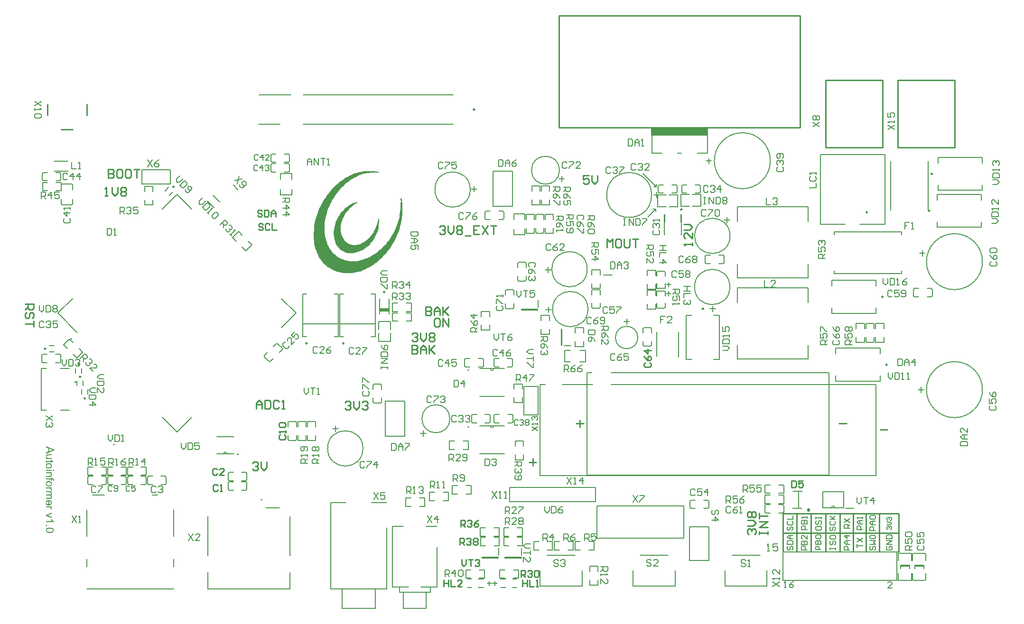
<source format=gto>
G04*
G04 #@! TF.GenerationSoftware,Altium Limited,Altium Designer,19.1.8 (144)*
G04*
G04 Layer_Color=65535*
%FSLAX25Y25*%
%MOIN*%
G70*
G01*
G75*
%ADD10C,0.00787*%
%ADD11C,0.00945*%
%ADD12C,0.00984*%
%ADD13C,0.00630*%
%ADD14C,0.00300*%
%ADD15C,0.01000*%
%ADD16C,0.00591*%
%ADD17C,0.01181*%
%ADD18C,0.00866*%
%ADD19C,0.00709*%
%ADD20C,0.00800*%
%ADD21C,0.00827*%
G36*
X258073Y198031D02*
Y195667D01*
X251772D01*
Y198031D01*
X258073D01*
D02*
G37*
G36*
X482402Y319291D02*
X442402D01*
Y324291D01*
X482402D01*
Y319291D01*
D02*
G37*
G36*
X22866Y98673D02*
Y97872D01*
X17323Y95605D01*
Y96438D01*
X19005Y97087D01*
Y99410D01*
X17323Y100010D01*
Y100787D01*
X22866Y98673D01*
D02*
G37*
G36*
X21344Y94436D02*
X19109D01*
X19101D01*
X19085D01*
X19061D01*
X19021D01*
X18933D01*
X18821Y94428D01*
X18701D01*
X18580Y94419D01*
X18476Y94411D01*
X18388Y94395D01*
X18380D01*
X18348Y94379D01*
X18300Y94363D01*
X18236Y94339D01*
X18172Y94299D01*
X18100Y94251D01*
X18036Y94195D01*
X17972Y94123D01*
X17964Y94115D01*
X17948Y94083D01*
X17924Y94043D01*
X17900Y93979D01*
X17867Y93907D01*
X17843Y93819D01*
X17828Y93723D01*
X17819Y93611D01*
Y93554D01*
X17828Y93498D01*
X17835Y93426D01*
X17860Y93338D01*
X17884Y93242D01*
X17924Y93138D01*
X17972Y93034D01*
X17980Y93018D01*
X18004Y92986D01*
X18036Y92938D01*
X18084Y92882D01*
X18148Y92817D01*
X18220Y92753D01*
X18300Y92697D01*
X18396Y92649D01*
X18412Y92641D01*
X18444Y92633D01*
X18508Y92617D01*
X18596Y92593D01*
X18709Y92569D01*
X18845Y92553D01*
X19005Y92545D01*
X19189Y92537D01*
X21344D01*
Y91856D01*
X17323D01*
Y92465D01*
X17908D01*
X17900Y92473D01*
X17876Y92489D01*
X17843Y92513D01*
X17803Y92553D01*
X17755Y92601D01*
X17691Y92657D01*
X17635Y92721D01*
X17571Y92801D01*
X17507Y92889D01*
X17451Y92986D01*
X17395Y93090D01*
X17339Y93202D01*
X17299Y93330D01*
X17267Y93458D01*
X17243Y93602D01*
X17235Y93747D01*
Y93803D01*
X17243Y93875D01*
X17251Y93963D01*
X17267Y94067D01*
X17291Y94179D01*
X17323Y94291D01*
X17371Y94411D01*
X17379Y94428D01*
X17395Y94459D01*
X17427Y94516D01*
X17467Y94580D01*
X17515Y94660D01*
X17571Y94732D01*
X17635Y94804D01*
X17707Y94868D01*
X17715Y94876D01*
X17747Y94892D01*
X17787Y94916D01*
X17852Y94948D01*
X17924Y94988D01*
X18012Y95020D01*
X18108Y95052D01*
X18212Y95076D01*
X18220D01*
X18252Y95084D01*
X18300Y95092D01*
X18364D01*
X18460Y95100D01*
X18564Y95108D01*
X18701Y95116D01*
X18853D01*
X21344D01*
Y94436D01*
D02*
G37*
G36*
Y90679D02*
X22337D01*
X22746Y89998D01*
X21344D01*
Y89309D01*
X20815D01*
Y89998D01*
X18452D01*
X18436D01*
X18404D01*
X18356D01*
X18300Y89990D01*
X18172Y89982D01*
X18116Y89974D01*
X18076Y89966D01*
X18060Y89958D01*
X18028Y89934D01*
X17988Y89902D01*
X17948Y89846D01*
X17940Y89830D01*
X17924Y89790D01*
X17908Y89718D01*
X17900Y89613D01*
Y89533D01*
X17908Y89493D01*
Y89437D01*
X17916Y89373D01*
X17924Y89309D01*
X17323Y89221D01*
Y89237D01*
X17315Y89269D01*
X17307Y89325D01*
X17299Y89397D01*
X17283Y89477D01*
X17275Y89565D01*
X17267Y89742D01*
Y89806D01*
X17275Y89870D01*
X17283Y89950D01*
X17291Y90046D01*
X17315Y90142D01*
X17339Y90230D01*
X17379Y90318D01*
X17387Y90326D01*
X17403Y90350D01*
X17427Y90382D01*
X17467Y90430D01*
X17507Y90470D01*
X17563Y90519D01*
X17619Y90567D01*
X17691Y90599D01*
X17699D01*
X17731Y90615D01*
X17787Y90623D01*
X17867Y90639D01*
X17972Y90655D01*
X18036Y90663D01*
X18108D01*
X18196Y90671D01*
X18284Y90679D01*
X18380D01*
X18492D01*
X20815D01*
Y91183D01*
X21344D01*
Y90679D01*
D02*
G37*
G36*
X19437Y88885D02*
X19518D01*
X19606Y88876D01*
X19718Y88860D01*
X19830Y88845D01*
X19958Y88813D01*
X20086Y88780D01*
X20222Y88740D01*
X20367Y88692D01*
X20503Y88628D01*
X20631Y88564D01*
X20759Y88476D01*
X20879Y88388D01*
X20983Y88276D01*
X20991Y88268D01*
X20999Y88252D01*
X21023Y88220D01*
X21056Y88180D01*
X21088Y88132D01*
X21128Y88068D01*
X21168Y88003D01*
X21208Y87923D01*
X21248Y87835D01*
X21288Y87739D01*
X21360Y87523D01*
X21416Y87274D01*
X21424Y87146D01*
X21432Y87010D01*
Y86930D01*
X21424Y86874D01*
X21416Y86802D01*
X21400Y86722D01*
X21384Y86634D01*
X21368Y86530D01*
X21296Y86313D01*
X21256Y86201D01*
X21200Y86089D01*
X21144Y85977D01*
X21064Y85865D01*
X20983Y85761D01*
X20887Y85656D01*
X20879Y85649D01*
X20863Y85632D01*
X20831Y85609D01*
X20791Y85576D01*
X20735Y85536D01*
X20663Y85488D01*
X20583Y85440D01*
X20495Y85392D01*
X20399Y85344D01*
X20279Y85296D01*
X20158Y85248D01*
X20022Y85208D01*
X19878Y85176D01*
X19726Y85152D01*
X19566Y85136D01*
X19389Y85128D01*
X19381D01*
X19357D01*
X19317D01*
X19261D01*
X19197Y85136D01*
X19117Y85144D01*
X19037D01*
X18949Y85160D01*
X18749Y85184D01*
X18548Y85232D01*
X18348Y85288D01*
X18164Y85368D01*
X18156D01*
X18148Y85376D01*
X18124Y85392D01*
X18092Y85408D01*
X18012Y85464D01*
X17916Y85536D01*
X17803Y85632D01*
X17691Y85753D01*
X17579Y85889D01*
X17475Y86049D01*
Y86057D01*
X17467Y86065D01*
X17451Y86089D01*
X17435Y86129D01*
X17419Y86169D01*
X17403Y86217D01*
X17355Y86337D01*
X17315Y86474D01*
X17275Y86642D01*
X17243Y86818D01*
X17235Y87010D01*
Y87090D01*
X17243Y87154D01*
X17251Y87226D01*
X17267Y87307D01*
X17283Y87403D01*
X17299Y87499D01*
X17363Y87715D01*
X17411Y87835D01*
X17459Y87947D01*
X17523Y88060D01*
X17595Y88172D01*
X17675Y88276D01*
X17771Y88380D01*
X17779Y88388D01*
X17795Y88404D01*
X17828Y88428D01*
X17876Y88460D01*
X17932Y88500D01*
X17996Y88540D01*
X18076Y88588D01*
X18172Y88636D01*
X18276Y88684D01*
X18396Y88732D01*
X18524Y88772D01*
X18661Y88813D01*
X18813Y88845D01*
X18973Y88868D01*
X19149Y88885D01*
X19333Y88893D01*
X19349D01*
X19381D01*
X19437Y88885D01*
D02*
G37*
G36*
X22866Y83646D02*
X22089D01*
Y84327D01*
X22866D01*
Y83646D01*
D02*
G37*
G36*
X21344D02*
X17323D01*
Y84327D01*
X21344D01*
Y83646D01*
D02*
G37*
G36*
Y81996D02*
X20767D01*
X20775Y81988D01*
X20799Y81972D01*
X20831Y81948D01*
X20871Y81916D01*
X20919Y81868D01*
X20975Y81812D01*
X21039Y81748D01*
X21104Y81668D01*
X21160Y81587D01*
X21224Y81491D01*
X21280Y81387D01*
X21328Y81275D01*
X21368Y81147D01*
X21400Y81019D01*
X21424Y80875D01*
X21432Y80722D01*
Y80658D01*
X21424Y80594D01*
X21416Y80506D01*
X21400Y80402D01*
X21376Y80290D01*
X21344Y80170D01*
X21296Y80058D01*
X21288Y80041D01*
X21272Y80010D01*
X21248Y79953D01*
X21208Y79889D01*
X21160Y79809D01*
X21096Y79737D01*
X21032Y79665D01*
X20951Y79601D01*
X20943Y79593D01*
X20911Y79577D01*
X20871Y79553D01*
X20815Y79513D01*
X20735Y79481D01*
X20655Y79449D01*
X20559Y79409D01*
X20455Y79385D01*
X20447D01*
X20415Y79377D01*
X20367Y79369D01*
X20303Y79361D01*
X20206D01*
X20094Y79353D01*
X19958Y79345D01*
X19790D01*
X17323D01*
Y80026D01*
X19758D01*
X19766D01*
X19774D01*
X19830D01*
X19902D01*
X19990Y80033D01*
X20094Y80041D01*
X20198Y80058D01*
X20295Y80082D01*
X20383Y80106D01*
X20391D01*
X20415Y80122D01*
X20455Y80146D01*
X20503Y80170D01*
X20551Y80210D01*
X20607Y80258D01*
X20663Y80322D01*
X20711Y80394D01*
X20719Y80402D01*
X20735Y80426D01*
X20751Y80474D01*
X20775Y80530D01*
X20799Y80594D01*
X20823Y80674D01*
X20831Y80770D01*
X20839Y80866D01*
Y80907D01*
X20831Y80939D01*
X20823Y81019D01*
X20807Y81123D01*
X20767Y81235D01*
X20719Y81363D01*
X20655Y81491D01*
X20559Y81612D01*
X20543Y81628D01*
X20503Y81660D01*
X20471Y81684D01*
X20431Y81708D01*
X20383Y81740D01*
X20327Y81764D01*
X20263Y81796D01*
X20182Y81828D01*
X20094Y81852D01*
X19998Y81876D01*
X19894Y81892D01*
X19782Y81908D01*
X19646Y81924D01*
X19510D01*
X17323D01*
Y82605D01*
X21344D01*
Y81996D01*
D02*
G37*
G36*
Y78135D02*
X21768D01*
X21776D01*
X21784D01*
X21833D01*
X21905Y78127D01*
X21993D01*
X22089Y78119D01*
X22193Y78103D01*
X22289Y78087D01*
X22369Y78063D01*
X22377Y78055D01*
X22417Y78047D01*
X22465Y78023D01*
X22521Y77983D01*
X22585Y77935D01*
X22658Y77879D01*
X22730Y77807D01*
X22794Y77719D01*
X22802Y77711D01*
X22818Y77671D01*
X22850Y77614D01*
X22882Y77534D01*
X22906Y77438D01*
X22938Y77318D01*
X22954Y77182D01*
X22962Y77022D01*
Y76910D01*
X22954Y76837D01*
X22946Y76741D01*
X22930Y76629D01*
X22914Y76517D01*
X22890Y76389D01*
X22297Y76493D01*
Y76501D01*
X22305Y76525D01*
X22313Y76565D01*
X22321Y76621D01*
Y76685D01*
X22329Y76749D01*
X22337Y76894D01*
Y76942D01*
X22329Y76998D01*
X22321Y77062D01*
X22305Y77134D01*
X22281Y77206D01*
X22249Y77270D01*
X22201Y77326D01*
X22193Y77334D01*
X22177Y77342D01*
X22145Y77366D01*
X22089Y77390D01*
X22025Y77414D01*
X21945Y77430D01*
X21840Y77446D01*
X21712Y77454D01*
X21344D01*
Y76677D01*
X20815D01*
Y77454D01*
X17323D01*
Y78135D01*
X20815D01*
Y78736D01*
X21344D01*
Y78135D01*
D02*
G37*
G36*
X19437Y76389D02*
X19518D01*
X19606Y76381D01*
X19718Y76365D01*
X19830Y76349D01*
X19958Y76317D01*
X20086Y76285D01*
X20222Y76245D01*
X20367Y76197D01*
X20503Y76133D01*
X20631Y76069D01*
X20759Y75980D01*
X20879Y75892D01*
X20983Y75780D01*
X20991Y75772D01*
X20999Y75756D01*
X21023Y75724D01*
X21056Y75684D01*
X21088Y75636D01*
X21128Y75572D01*
X21168Y75508D01*
X21208Y75428D01*
X21248Y75340D01*
X21288Y75244D01*
X21360Y75027D01*
X21416Y74779D01*
X21424Y74651D01*
X21432Y74515D01*
Y74435D01*
X21424Y74378D01*
X21416Y74306D01*
X21400Y74226D01*
X21384Y74138D01*
X21368Y74034D01*
X21296Y73818D01*
X21256Y73706D01*
X21200Y73593D01*
X21144Y73481D01*
X21064Y73369D01*
X20983Y73265D01*
X20887Y73161D01*
X20879Y73153D01*
X20863Y73137D01*
X20831Y73113D01*
X20791Y73081D01*
X20735Y73041D01*
X20663Y72993D01*
X20583Y72945D01*
X20495Y72897D01*
X20399Y72848D01*
X20279Y72800D01*
X20158Y72752D01*
X20022Y72712D01*
X19878Y72680D01*
X19726Y72656D01*
X19566Y72640D01*
X19389Y72632D01*
X19381D01*
X19357D01*
X19317D01*
X19261D01*
X19197Y72640D01*
X19117Y72648D01*
X19037D01*
X18949Y72664D01*
X18749Y72688D01*
X18548Y72736D01*
X18348Y72793D01*
X18164Y72873D01*
X18156D01*
X18148Y72881D01*
X18124Y72897D01*
X18092Y72913D01*
X18012Y72969D01*
X17916Y73041D01*
X17803Y73137D01*
X17691Y73257D01*
X17579Y73393D01*
X17475Y73553D01*
Y73561D01*
X17467Y73569D01*
X17451Y73593D01*
X17435Y73633D01*
X17419Y73674D01*
X17403Y73722D01*
X17355Y73842D01*
X17315Y73978D01*
X17275Y74146D01*
X17243Y74322D01*
X17235Y74515D01*
Y74595D01*
X17243Y74659D01*
X17251Y74731D01*
X17267Y74811D01*
X17283Y74907D01*
X17299Y75003D01*
X17363Y75220D01*
X17411Y75340D01*
X17459Y75452D01*
X17523Y75564D01*
X17595Y75676D01*
X17675Y75780D01*
X17771Y75884D01*
X17779Y75892D01*
X17795Y75908D01*
X17828Y75932D01*
X17876Y75964D01*
X17932Y76004D01*
X17996Y76044D01*
X18076Y76093D01*
X18172Y76141D01*
X18276Y76189D01*
X18396Y76237D01*
X18524Y76277D01*
X18661Y76317D01*
X18813Y76349D01*
X18973Y76373D01*
X19149Y76389D01*
X19333Y76397D01*
X19349D01*
X19381D01*
X19437Y76389D01*
D02*
G37*
G36*
X21344Y71223D02*
X20735D01*
X20743Y71214D01*
X20799Y71182D01*
X20871Y71142D01*
X20959Y71078D01*
X21047Y71014D01*
X21144Y70942D01*
X21224Y70870D01*
X21288Y70798D01*
X21296Y70790D01*
X21312Y70766D01*
X21336Y70718D01*
X21360Y70670D01*
X21384Y70606D01*
X21408Y70526D01*
X21424Y70446D01*
X21432Y70357D01*
Y70301D01*
X21424Y70229D01*
X21408Y70141D01*
X21376Y70037D01*
X21336Y69925D01*
X21280Y69797D01*
X21208Y69661D01*
X20583Y69909D01*
X20591Y69917D01*
X20607Y69949D01*
X20631Y69997D01*
X20655Y70061D01*
X20679Y70133D01*
X20703Y70221D01*
X20719Y70309D01*
X20727Y70398D01*
Y70438D01*
X20719Y70478D01*
X20711Y70534D01*
X20695Y70590D01*
X20671Y70662D01*
X20639Y70734D01*
X20591Y70798D01*
X20583Y70806D01*
X20567Y70830D01*
X20535Y70854D01*
X20495Y70894D01*
X20439Y70934D01*
X20375Y70974D01*
X20303Y71014D01*
X20214Y71046D01*
X20198Y71054D01*
X20150Y71062D01*
X20078Y71078D01*
X19982Y71102D01*
X19862Y71126D01*
X19726Y71142D01*
X19582Y71150D01*
X19421Y71158D01*
X17323D01*
Y71839D01*
X21344D01*
Y71223D01*
D02*
G37*
G36*
Y68651D02*
X20767D01*
X20783Y68643D01*
X20815Y68619D01*
X20871Y68571D01*
X20935Y68515D01*
X21015Y68443D01*
X21096Y68355D01*
X21176Y68259D01*
X21248Y68147D01*
X21256Y68131D01*
X21280Y68091D01*
X21304Y68027D01*
X21344Y67938D01*
X21376Y67834D01*
X21400Y67714D01*
X21424Y67578D01*
X21432Y67434D01*
Y67362D01*
X21424Y67274D01*
X21408Y67177D01*
X21384Y67057D01*
X21352Y66937D01*
X21304Y66817D01*
X21240Y66705D01*
X21232Y66689D01*
X21208Y66657D01*
X21168Y66609D01*
X21104Y66545D01*
X21032Y66481D01*
X20943Y66408D01*
X20839Y66344D01*
X20719Y66296D01*
X20727Y66288D01*
X20751Y66272D01*
X20783Y66248D01*
X20831Y66208D01*
X20887Y66160D01*
X20943Y66104D01*
X21007Y66040D01*
X21080Y65960D01*
X21144Y65872D01*
X21208Y65784D01*
X21264Y65680D01*
X21320Y65567D01*
X21368Y65447D01*
X21400Y65319D01*
X21424Y65191D01*
X21432Y65047D01*
Y64991D01*
X21424Y64951D01*
Y64895D01*
X21416Y64838D01*
X21392Y64702D01*
X21352Y64558D01*
X21288Y64406D01*
X21208Y64254D01*
X21096Y64126D01*
X21080Y64110D01*
X21032Y64078D01*
X20959Y64021D01*
X20903Y63998D01*
X20847Y63965D01*
X20775Y63933D01*
X20703Y63909D01*
X20623Y63877D01*
X20527Y63853D01*
X20431Y63837D01*
X20319Y63821D01*
X20206Y63805D01*
X20078D01*
X17323D01*
Y64486D01*
X19846D01*
X19854D01*
X19862D01*
X19910D01*
X19982D01*
X20070Y64494D01*
X20166Y64502D01*
X20263Y64510D01*
X20359Y64526D01*
X20431Y64550D01*
X20439D01*
X20463Y64566D01*
X20495Y64582D01*
X20535Y64606D01*
X20583Y64638D01*
X20631Y64678D01*
X20679Y64726D01*
X20727Y64790D01*
X20735Y64798D01*
X20743Y64823D01*
X20759Y64855D01*
X20783Y64911D01*
X20807Y64967D01*
X20823Y65039D01*
X20831Y65111D01*
X20839Y65199D01*
Y65239D01*
X20831Y65271D01*
X20823Y65351D01*
X20807Y65447D01*
X20767Y65559D01*
X20719Y65680D01*
X20647Y65800D01*
X20551Y65912D01*
X20535Y65920D01*
X20495Y65952D01*
X20431Y66000D01*
X20335Y66048D01*
X20206Y66104D01*
X20054Y66144D01*
X19870Y66176D01*
X19654Y66192D01*
X17323D01*
Y66873D01*
X19926D01*
X19934D01*
X19950D01*
X19966D01*
X19998D01*
X20086Y66881D01*
X20182Y66897D01*
X20295Y66913D01*
X20407Y66945D01*
X20511Y66985D01*
X20607Y67041D01*
X20615Y67049D01*
X20647Y67073D01*
X20679Y67113D01*
X20727Y67169D01*
X20767Y67242D01*
X20807Y67338D01*
X20831Y67450D01*
X20839Y67586D01*
Y67634D01*
X20831Y67690D01*
X20823Y67754D01*
X20799Y67834D01*
X20775Y67930D01*
X20735Y68019D01*
X20687Y68115D01*
X20679Y68123D01*
X20655Y68155D01*
X20623Y68195D01*
X20575Y68251D01*
X20511Y68307D01*
X20431Y68363D01*
X20343Y68419D01*
X20238Y68467D01*
X20222Y68475D01*
X20182Y68483D01*
X20118Y68499D01*
X20030Y68523D01*
X19910Y68547D01*
X19766Y68563D01*
X19598Y68571D01*
X19405Y68579D01*
X17323D01*
Y69260D01*
X21344D01*
Y68651D01*
D02*
G37*
G36*
X19462Y63020D02*
X19550Y63012D01*
X19646Y63004D01*
X19758Y62988D01*
X19870Y62964D01*
X20126Y62900D01*
X20255Y62860D01*
X20391Y62812D01*
X20519Y62748D01*
X20639Y62676D01*
X20759Y62596D01*
X20871Y62508D01*
X20879Y62500D01*
X20895Y62484D01*
X20919Y62451D01*
X20959Y62411D01*
X20999Y62363D01*
X21047Y62299D01*
X21104Y62227D01*
X21152Y62139D01*
X21208Y62051D01*
X21256Y61947D01*
X21304Y61835D01*
X21344Y61715D01*
X21384Y61586D01*
X21408Y61450D01*
X21424Y61306D01*
X21432Y61154D01*
Y61074D01*
X21424Y61018D01*
X21416Y60954D01*
X21400Y60874D01*
X21384Y60786D01*
X21360Y60681D01*
X21336Y60585D01*
X21296Y60473D01*
X21256Y60369D01*
X21200Y60257D01*
X21136Y60145D01*
X21064Y60032D01*
X20975Y59928D01*
X20879Y59832D01*
X20871Y59824D01*
X20855Y59808D01*
X20823Y59784D01*
X20775Y59752D01*
X20719Y59712D01*
X20655Y59672D01*
X20575Y59624D01*
X20479Y59576D01*
X20375Y59528D01*
X20263Y59480D01*
X20134Y59440D01*
X19998Y59400D01*
X19846Y59368D01*
X19686Y59344D01*
X19518Y59328D01*
X19333Y59320D01*
X19325D01*
X19293D01*
X19237D01*
X19157Y59328D01*
Y62331D01*
X19149D01*
X19125D01*
X19093Y62323D01*
X19045D01*
X18989Y62315D01*
X18925Y62299D01*
X18781Y62275D01*
X18620Y62227D01*
X18444Y62163D01*
X18284Y62075D01*
X18140Y61963D01*
Y61955D01*
X18124Y61947D01*
X18084Y61899D01*
X18028Y61827D01*
X17972Y61731D01*
X17908Y61602D01*
X17852Y61458D01*
X17811Y61298D01*
X17803Y61210D01*
X17795Y61114D01*
Y61050D01*
X17803Y60978D01*
X17819Y60890D01*
X17843Y60794D01*
X17876Y60681D01*
X17924Y60577D01*
X17988Y60473D01*
X17996Y60465D01*
X18028Y60425D01*
X18076Y60377D01*
X18140Y60321D01*
X18228Y60257D01*
X18340Y60185D01*
X18468Y60113D01*
X18620Y60049D01*
X18532Y59344D01*
X18524D01*
X18508Y59352D01*
X18476Y59360D01*
X18428Y59376D01*
X18380Y59400D01*
X18316Y59424D01*
X18180Y59488D01*
X18028Y59568D01*
X17867Y59680D01*
X17715Y59808D01*
X17571Y59968D01*
Y59977D01*
X17555Y59992D01*
X17539Y60017D01*
X17515Y60049D01*
X17491Y60097D01*
X17467Y60145D01*
X17435Y60209D01*
X17403Y60281D01*
X17371Y60361D01*
X17339Y60441D01*
X17291Y60641D01*
X17251Y60866D01*
X17235Y61114D01*
Y61202D01*
X17243Y61258D01*
X17251Y61330D01*
X17267Y61418D01*
X17283Y61514D01*
X17299Y61619D01*
X17363Y61843D01*
X17411Y61963D01*
X17459Y62075D01*
X17523Y62195D01*
X17595Y62307D01*
X17675Y62411D01*
X17771Y62516D01*
X17779Y62524D01*
X17795Y62540D01*
X17828Y62564D01*
X17876Y62596D01*
X17932Y62636D01*
X17996Y62676D01*
X18076Y62724D01*
X18164Y62772D01*
X18268Y62820D01*
X18380Y62868D01*
X18508Y62908D01*
X18644Y62948D01*
X18789Y62980D01*
X18949Y63004D01*
X19117Y63020D01*
X19293Y63028D01*
X19301D01*
X19341D01*
X19389D01*
X19462Y63020D01*
D02*
G37*
G36*
X21344Y57878D02*
X20735D01*
X20743Y57870D01*
X20799Y57838D01*
X20871Y57798D01*
X20959Y57734D01*
X21047Y57670D01*
X21144Y57598D01*
X21224Y57525D01*
X21288Y57453D01*
X21296Y57445D01*
X21312Y57421D01*
X21336Y57373D01*
X21360Y57325D01*
X21384Y57261D01*
X21408Y57181D01*
X21424Y57101D01*
X21432Y57013D01*
Y56957D01*
X21424Y56885D01*
X21408Y56796D01*
X21376Y56692D01*
X21336Y56580D01*
X21280Y56452D01*
X21208Y56316D01*
X20583Y56564D01*
X20591Y56572D01*
X20607Y56604D01*
X20631Y56652D01*
X20655Y56716D01*
X20679Y56788D01*
X20703Y56877D01*
X20719Y56965D01*
X20727Y57053D01*
Y57093D01*
X20719Y57133D01*
X20711Y57189D01*
X20695Y57245D01*
X20671Y57317D01*
X20639Y57389D01*
X20591Y57453D01*
X20583Y57461D01*
X20567Y57485D01*
X20535Y57509D01*
X20495Y57549D01*
X20439Y57590D01*
X20375Y57630D01*
X20303Y57670D01*
X20214Y57702D01*
X20198Y57710D01*
X20150Y57718D01*
X20078Y57734D01*
X19982Y57758D01*
X19862Y57782D01*
X19726Y57798D01*
X19582Y57806D01*
X19421Y57814D01*
X17323D01*
Y58495D01*
X21344D01*
Y57878D01*
D02*
G37*
G36*
Y53456D02*
X18933Y52591D01*
X18925D01*
X18917Y52583D01*
X18893Y52575D01*
X18869Y52567D01*
X18789Y52543D01*
X18685Y52511D01*
X18564Y52471D01*
X18428Y52423D01*
X18276Y52383D01*
X18124Y52335D01*
X18140Y52327D01*
X18180Y52319D01*
X18244Y52295D01*
X18340Y52271D01*
X18444Y52231D01*
X18580Y52191D01*
X18725Y52135D01*
X18885Y52079D01*
X21344Y51190D01*
Y50485D01*
X17323Y52014D01*
Y52663D01*
X21344Y54177D01*
Y53456D01*
D02*
G37*
G36*
X21496Y49539D02*
X21512Y49523D01*
X21520Y49491D01*
X21544Y49451D01*
X21568Y49403D01*
X21600Y49347D01*
X21680Y49211D01*
X21768Y49051D01*
X21881Y48891D01*
X22009Y48722D01*
X22145Y48554D01*
X22153Y48546D01*
X22161Y48538D01*
X22185Y48514D01*
X22209Y48482D01*
X22289Y48410D01*
X22385Y48314D01*
X22497Y48218D01*
X22625Y48114D01*
X22754Y48026D01*
X22890Y47945D01*
Y47505D01*
X17323D01*
Y48186D01*
X21656D01*
X21648Y48194D01*
X21616Y48234D01*
X21568Y48282D01*
X21512Y48362D01*
X21440Y48450D01*
X21360Y48562D01*
X21272Y48690D01*
X21184Y48835D01*
Y48843D01*
X21176Y48851D01*
X21144Y48899D01*
X21104Y48979D01*
X21056Y49075D01*
X20999Y49187D01*
X20943Y49307D01*
X20887Y49427D01*
X20839Y49547D01*
X21496D01*
Y49539D01*
D02*
G37*
G36*
X18100Y44597D02*
X17323D01*
Y45374D01*
X18100D01*
Y44597D01*
D02*
G37*
G36*
X20303Y43596D02*
X20399D01*
X20503Y43588D01*
X20623Y43580D01*
X20871Y43556D01*
X21136Y43516D01*
X21400Y43468D01*
X21520Y43436D01*
X21640Y43404D01*
X21648D01*
X21664Y43396D01*
X21696Y43380D01*
X21736Y43364D01*
X21792Y43348D01*
X21848Y43316D01*
X21985Y43252D01*
X22129Y43172D01*
X22281Y43067D01*
X22433Y42947D01*
X22561Y42803D01*
Y42795D01*
X22577Y42787D01*
X22593Y42763D01*
X22609Y42731D01*
X22641Y42691D01*
X22666Y42643D01*
X22730Y42523D01*
X22786Y42379D01*
X22842Y42210D01*
X22874Y42010D01*
X22890Y41794D01*
Y41722D01*
X22882Y41634D01*
X22866Y41529D01*
X22842Y41409D01*
X22810Y41281D01*
X22770Y41145D01*
X22706Y41017D01*
Y41009D01*
X22698Y41001D01*
X22673Y40961D01*
X22634Y40897D01*
X22577Y40817D01*
X22497Y40728D01*
X22409Y40632D01*
X22305Y40544D01*
X22185Y40456D01*
X22169Y40448D01*
X22129Y40416D01*
X22057Y40384D01*
X21953Y40328D01*
X21833Y40280D01*
X21696Y40216D01*
X21536Y40160D01*
X21360Y40112D01*
X21352D01*
X21336Y40104D01*
X21312Y40096D01*
X21272Y40088D01*
X21224Y40080D01*
X21168Y40072D01*
X21096Y40056D01*
X21015Y40048D01*
X20927Y40032D01*
X20831Y40024D01*
X20719Y40016D01*
X20607Y39999D01*
X20479Y39992D01*
X20351D01*
X20206Y39983D01*
X20054D01*
X20046D01*
X20014D01*
X19958D01*
X19894D01*
X19806Y39992D01*
X19710D01*
X19606Y39999D01*
X19493Y40007D01*
X19237Y40032D01*
X18973Y40072D01*
X18717Y40120D01*
X18596Y40152D01*
X18476Y40192D01*
X18468D01*
X18452Y40200D01*
X18420Y40216D01*
X18380Y40232D01*
X18324Y40248D01*
X18268Y40280D01*
X18132Y40344D01*
X17988Y40424D01*
X17828Y40528D01*
X17683Y40648D01*
X17547Y40793D01*
Y40800D01*
X17531Y40808D01*
X17515Y40833D01*
X17499Y40865D01*
X17475Y40905D01*
X17443Y40945D01*
X17387Y41065D01*
X17331Y41209D01*
X17275Y41377D01*
X17243Y41578D01*
X17227Y41794D01*
Y41874D01*
X17235Y41930D01*
X17243Y41994D01*
X17259Y42074D01*
X17275Y42162D01*
X17299Y42258D01*
X17331Y42355D01*
X17363Y42459D01*
X17411Y42563D01*
X17467Y42667D01*
X17531Y42771D01*
X17611Y42875D01*
X17699Y42971D01*
X17795Y43059D01*
X17803Y43067D01*
X17828Y43083D01*
X17867Y43107D01*
X17932Y43147D01*
X18004Y43187D01*
X18100Y43228D01*
X18212Y43284D01*
X18340Y43332D01*
X18484Y43380D01*
X18653Y43428D01*
X18837Y43476D01*
X19045Y43516D01*
X19269Y43556D01*
X19510Y43580D01*
X19774Y43596D01*
X20054Y43604D01*
X20062D01*
X20094D01*
X20150D01*
X20214D01*
X20303Y43596D01*
D02*
G37*
%LPC*%
G36*
X19606Y99193D02*
Y97319D01*
X21128Y97896D01*
X21136D01*
X21160Y97904D01*
X21200Y97920D01*
X21248Y97936D01*
X21304Y97960D01*
X21376Y97984D01*
X21456Y98008D01*
X21536Y98040D01*
X21720Y98104D01*
X21913Y98168D01*
X22105Y98232D01*
X22289Y98288D01*
X22281D01*
X22265Y98296D01*
X22233D01*
X22201Y98312D01*
X22145Y98320D01*
X22089Y98336D01*
X21953Y98368D01*
X21792Y98408D01*
X21616Y98465D01*
X21424Y98521D01*
X21224Y98593D01*
X19606Y99193D01*
D02*
G37*
G36*
X19333Y88196D02*
X19325D01*
X19301D01*
X19261D01*
X19205Y88188D01*
X19141D01*
X19069Y88180D01*
X18901Y88156D01*
X18709Y88116D01*
X18516Y88051D01*
X18332Y87971D01*
X18252Y87915D01*
X18172Y87859D01*
Y87851D01*
X18156Y87843D01*
X18116Y87795D01*
X18052Y87723D01*
X17988Y87627D01*
X17916Y87507D01*
X17852Y87363D01*
X17811Y87194D01*
X17803Y87106D01*
X17795Y87010D01*
Y86962D01*
X17803Y86922D01*
X17819Y86834D01*
X17843Y86714D01*
X17892Y86586D01*
X17956Y86441D01*
X18052Y86305D01*
X18116Y86233D01*
X18180Y86169D01*
X18188Y86161D01*
X18196Y86153D01*
X18220Y86137D01*
X18252Y86113D01*
X18292Y86089D01*
X18340Y86057D01*
X18404Y86025D01*
X18468Y85993D01*
X18548Y85961D01*
X18636Y85937D01*
X18733Y85905D01*
X18837Y85881D01*
X18957Y85857D01*
X19077Y85841D01*
X19213Y85825D01*
X19357D01*
X19365D01*
X19389D01*
X19430D01*
X19478Y85833D01*
X19542D01*
X19614Y85841D01*
X19782Y85865D01*
X19958Y85905D01*
X20150Y85969D01*
X20327Y86057D01*
X20415Y86105D01*
X20487Y86169D01*
X20495D01*
X20503Y86185D01*
X20551Y86233D01*
X20607Y86305D01*
X20679Y86401D01*
X20751Y86522D01*
X20815Y86666D01*
X20855Y86826D01*
X20863Y86914D01*
X20871Y87010D01*
Y87058D01*
X20863Y87098D01*
X20855Y87186D01*
X20823Y87307D01*
X20775Y87443D01*
X20711Y87587D01*
X20615Y87723D01*
X20551Y87795D01*
X20487Y87859D01*
X20479D01*
X20471Y87875D01*
X20447Y87891D01*
X20415Y87915D01*
X20375Y87939D01*
X20327Y87963D01*
X20263Y87995D01*
X20198Y88028D01*
X20118Y88060D01*
X20038Y88092D01*
X19942Y88116D01*
X19838Y88140D01*
X19726Y88164D01*
X19606Y88180D01*
X19469Y88188D01*
X19333Y88196D01*
D02*
G37*
G36*
Y75700D02*
X19325D01*
X19301D01*
X19261D01*
X19205Y75692D01*
X19141D01*
X19069Y75684D01*
X18901Y75660D01*
X18709Y75620D01*
X18516Y75556D01*
X18332Y75476D01*
X18252Y75420D01*
X18172Y75364D01*
Y75356D01*
X18156Y75348D01*
X18116Y75300D01*
X18052Y75227D01*
X17988Y75131D01*
X17916Y75011D01*
X17852Y74867D01*
X17811Y74699D01*
X17803Y74611D01*
X17795Y74515D01*
Y74467D01*
X17803Y74427D01*
X17819Y74338D01*
X17843Y74218D01*
X17892Y74090D01*
X17956Y73946D01*
X18052Y73810D01*
X18116Y73738D01*
X18180Y73674D01*
X18188Y73665D01*
X18196Y73658D01*
X18220Y73642D01*
X18252Y73618D01*
X18292Y73593D01*
X18340Y73561D01*
X18404Y73529D01*
X18468Y73497D01*
X18548Y73465D01*
X18636Y73441D01*
X18733Y73409D01*
X18837Y73385D01*
X18957Y73361D01*
X19077Y73345D01*
X19213Y73329D01*
X19357D01*
X19365D01*
X19389D01*
X19430D01*
X19478Y73337D01*
X19542D01*
X19614Y73345D01*
X19782Y73369D01*
X19958Y73409D01*
X20150Y73473D01*
X20327Y73561D01*
X20415Y73610D01*
X20487Y73674D01*
X20495D01*
X20503Y73690D01*
X20551Y73738D01*
X20607Y73810D01*
X20679Y73906D01*
X20751Y74026D01*
X20815Y74170D01*
X20855Y74330D01*
X20863Y74418D01*
X20871Y74515D01*
Y74563D01*
X20863Y74603D01*
X20855Y74691D01*
X20823Y74811D01*
X20775Y74947D01*
X20711Y75091D01*
X20615Y75227D01*
X20551Y75300D01*
X20487Y75364D01*
X20479D01*
X20471Y75380D01*
X20447Y75396D01*
X20415Y75420D01*
X20375Y75444D01*
X20327Y75468D01*
X20263Y75500D01*
X20198Y75532D01*
X20118Y75564D01*
X20038Y75596D01*
X19942Y75620D01*
X19838Y75644D01*
X19726Y75668D01*
X19606Y75684D01*
X19469Y75692D01*
X19333Y75700D01*
D02*
G37*
G36*
X19718Y62291D02*
Y60040D01*
X19726D01*
X19742D01*
X19766Y60049D01*
X19798D01*
X19894Y60065D01*
X19998Y60089D01*
X20126Y60129D01*
X20246Y60169D01*
X20367Y60233D01*
X20471Y60305D01*
X20479D01*
X20487Y60321D01*
X20535Y60361D01*
X20599Y60433D01*
X20671Y60529D01*
X20743Y60649D01*
X20807Y60794D01*
X20855Y60962D01*
X20863Y61050D01*
X20871Y61146D01*
Y61194D01*
X20863Y61226D01*
X20855Y61314D01*
X20831Y61418D01*
X20791Y61546D01*
X20735Y61683D01*
X20655Y61811D01*
X20551Y61939D01*
X20535Y61955D01*
X20495Y61987D01*
X20423Y62043D01*
X20327Y62099D01*
X20214Y62163D01*
X20070Y62219D01*
X19902Y62267D01*
X19718Y62291D01*
D02*
G37*
G36*
X20054Y42907D02*
X20038D01*
X19998D01*
X19926D01*
X19830Y42899D01*
X19726D01*
X19598Y42891D01*
X19462Y42883D01*
X19317Y42867D01*
X19005Y42827D01*
X18853Y42803D01*
X18709Y42771D01*
X18572Y42739D01*
X18444Y42691D01*
X18332Y42643D01*
X18236Y42587D01*
X18228D01*
X18220Y42571D01*
X18164Y42531D01*
X18092Y42459D01*
X18012Y42371D01*
X17932Y42250D01*
X17860Y42114D01*
X17803Y41962D01*
X17795Y41882D01*
X17787Y41794D01*
Y41746D01*
X17795Y41714D01*
X17811Y41634D01*
X17843Y41521D01*
X17900Y41401D01*
X17980Y41265D01*
X18028Y41201D01*
X18092Y41137D01*
X18156Y41073D01*
X18236Y41009D01*
X18244D01*
X18260Y40993D01*
X18284Y40977D01*
X18324Y40961D01*
X18380Y40929D01*
X18452Y40905D01*
X18532Y40873D01*
X18629Y40841D01*
X18749Y40817D01*
X18877Y40784D01*
X19029Y40753D01*
X19189Y40728D01*
X19381Y40712D01*
X19582Y40696D01*
X19806Y40680D01*
X20054D01*
X20062D01*
X20070D01*
X20110D01*
X20182D01*
X20279Y40688D01*
X20383D01*
X20511Y40696D01*
X20647Y40704D01*
X20799Y40720D01*
X21104Y40760D01*
X21256Y40784D01*
X21400Y40817D01*
X21536Y40849D01*
X21664Y40897D01*
X21776Y40945D01*
X21872Y41001D01*
X21881D01*
X21889Y41017D01*
X21913Y41033D01*
X21945Y41057D01*
X22017Y41129D01*
X22105Y41217D01*
X22185Y41337D01*
X22257Y41473D01*
X22289Y41545D01*
X22313Y41625D01*
X22321Y41714D01*
X22329Y41802D01*
Y41850D01*
X22321Y41882D01*
X22305Y41970D01*
X22281Y42074D01*
X22233Y42194D01*
X22161Y42322D01*
X22113Y42386D01*
X22065Y42451D01*
X22001Y42507D01*
X21929Y42563D01*
X21921D01*
X21905Y42579D01*
X21872Y42595D01*
X21833Y42619D01*
X21768Y42643D01*
X21696Y42675D01*
X21608Y42699D01*
X21504Y42731D01*
X21384Y42763D01*
X21248Y42795D01*
X21096Y42827D01*
X20927Y42851D01*
X20735Y42875D01*
X20527Y42891D01*
X20303Y42899D01*
X20054Y42907D01*
D02*
G37*
%LPD*%
D10*
X571574Y57640D02*
G03*
X569174Y57640I-1200J0D01*
G01*
X497736Y212795D02*
G03*
X497736Y212795I-12402J0D01*
G01*
X442716Y277461D02*
G03*
X442716Y277461I-15748J0D01*
G01*
X314410Y154469D02*
G03*
X314410Y154469I-394J0D01*
G01*
X329509Y155332D02*
G03*
X331909Y155332I1200J0D01*
G01*
X314409Y114311D02*
G03*
X314409Y114311I-394J0D01*
G01*
X329509Y115175D02*
G03*
X331909Y115175I1200J0D01*
G01*
X152559Y95079D02*
G03*
X152559Y95079I-394J0D01*
G01*
X144507Y95475D02*
G03*
X142107Y95475I-1200J0D01*
G01*
X35407Y176305D02*
G03*
X35407Y176305I-394J0D01*
G01*
X38386Y145965D02*
G03*
X38386Y145965I-394J0D01*
G01*
X301083Y120177D02*
G03*
X301083Y120177I-9843J0D01*
G01*
X239961Y99311D02*
G03*
X239961Y99311I-12402J0D01*
G01*
X433071Y177264D02*
G03*
X433071Y177264I-7874J0D01*
G01*
X497835Y248721D02*
G03*
X497835Y248721I-12402J0D01*
G01*
X397539Y225295D02*
G03*
X397539Y225295I-12402J0D01*
G01*
X378051Y294882D02*
G03*
X378051Y294882I-9843J0D01*
G01*
X526181Y301575D02*
G03*
X526181Y301575I-19685J0D01*
G01*
X675197Y140650D02*
G03*
X675197Y140650I-19685J0D01*
G01*
X675197Y230610D02*
G03*
X675197Y230610I-19685J0D01*
G01*
X398031Y197244D02*
G03*
X398031Y197244I-12402J0D01*
G01*
X315354Y281299D02*
G03*
X315354Y281299I-12402J0D01*
G01*
X579035Y57087D02*
X584842D01*
X577658Y57421D02*
Y68957D01*
X563091D02*
X577658D01*
X563091Y57421D02*
Y68957D01*
Y57421D02*
X577658D01*
X617618Y16476D02*
X623917D01*
X617618Y17224D02*
X623917D01*
X617618Y14862D02*
Y17224D01*
X623917Y14862D02*
Y17224D01*
X633858Y14862D02*
Y17224D01*
X627559Y14862D02*
Y17224D01*
X633858D01*
X627559Y16476D02*
X633858D01*
X322048Y135728D02*
X339370D01*
X322048Y155413D02*
X339370D01*
X322047Y95571D02*
X339370D01*
X322047Y115256D02*
X339370D01*
X258307Y193898D02*
Y204528D01*
X251535Y193898D02*
Y204528D01*
X137207Y107675D02*
X149407D01*
X137207Y95475D02*
X142107D01*
X144507D01*
X149407D01*
X483169Y20670D02*
Y44292D01*
X469390Y20670D02*
X483169D01*
X469390D02*
Y44292D01*
X483169D01*
X25826Y194400D02*
X39189Y181038D01*
X25826Y194400D02*
X36127Y204701D01*
X99042Y267617D02*
X109343Y277917D01*
X119643Y267617D01*
X182559Y204701D02*
X192859Y194400D01*
X182559Y184100D02*
X192859Y194400D01*
X109343Y110884D02*
X119643Y121184D01*
X99042D02*
X109343Y110884D01*
X27520Y155610D02*
X33661D01*
X27756Y126083D02*
X33661D01*
X13976D02*
X17598D01*
X13976D02*
Y155610D01*
X17559D01*
X269300Y107779D02*
Y132379D01*
X255700Y107779D02*
Y132379D01*
X269300D01*
X255700Y107779D02*
X269300D01*
X345087Y269590D02*
Y294190D01*
X331487Y269590D02*
Y294190D01*
X345087D01*
X331487Y269590D02*
X345087D01*
X474902Y306791D02*
X481902D01*
X461024D02*
X463740D01*
X442902D02*
X449902D01*
X442902D02*
Y319291D01*
X481902Y306791D02*
Y319291D01*
X445768Y265846D02*
Y267618D01*
X443799D02*
X445768D01*
X440354Y262205D02*
X445768Y267618D01*
X436762Y292569D02*
X446063Y283268D01*
X444291D02*
X446063D01*
Y285138D01*
X503051Y219193D02*
X552658D01*
X503051Y269193D02*
X552658D01*
Y258957D02*
Y269193D01*
X503051Y258957D02*
Y269193D01*
X552658Y219193D02*
Y229035D01*
X503051Y219193D02*
Y229035D01*
X503150Y162106D02*
X552756D01*
X503150Y212106D02*
X552756D01*
Y201870D02*
Y212106D01*
X503150Y201870D02*
Y212106D01*
X552756Y162106D02*
Y171949D01*
X503150Y162106D02*
Y171949D01*
X461654Y163386D02*
Y181339D01*
X446260Y164173D02*
Y181102D01*
X615000Y26417D02*
X616339D01*
X364370Y2461D02*
Y13484D01*
Y2461D02*
X393898D01*
Y13484D01*
X369291Y24311D02*
X388976D01*
X429724Y2461D02*
Y13484D01*
Y2461D02*
X459252D01*
Y13484D01*
X434646Y24311D02*
X454331D01*
X494293Y2461D02*
Y13484D01*
Y2461D02*
X523820D01*
Y13484D01*
X499214Y24311D02*
X518899D01*
X548228Y69016D02*
Y69370D01*
X541890Y69055D02*
Y69370D01*
X548228D01*
X541890Y57087D02*
X548268D01*
Y57362D01*
X541890Y57087D02*
Y57480D01*
X546181Y57441D02*
Y69291D01*
X463268Y277756D02*
X469224D01*
X463268Y269449D02*
Y277756D01*
Y269449D02*
X469224D01*
X471327Y277716D02*
X477283D01*
X471327Y269449D02*
X477283D01*
Y277716D01*
X455087Y269291D02*
X461043D01*
Y277598D01*
X455087D02*
X461043D01*
X447028Y269331D02*
X452984D01*
X447028Y277598D02*
X452984D01*
X447028Y269331D02*
Y277598D01*
X250886Y174685D02*
Y180642D01*
Y174685D02*
X259193D01*
Y180642D01*
X250925Y182744D02*
Y188701D01*
X259193Y182744D02*
Y188701D01*
X250925D02*
X259193D01*
X567323Y80610D02*
Y152657D01*
X397244Y134646D02*
Y152657D01*
X414370D02*
X567323D01*
X414370D02*
X567323D01*
X397244Y80610D02*
X567323D01*
X397244D02*
X567323D01*
X397244D02*
Y134252D01*
X397244Y152657D02*
X400591D01*
X397244D02*
X400591D01*
X364291Y144311D02*
X368110D01*
X364291Y80295D02*
Y144311D01*
Y80295D02*
X600276D01*
Y144311D01*
X414291Y144311D02*
X600276Y144311D01*
X379882Y144272D02*
X401417Y144311D01*
X171654Y57481D02*
X181497D01*
X188780Y24016D02*
Y51575D01*
Y394D02*
Y12205D01*
X130906Y394D02*
X188780D01*
X130906D02*
Y12205D01*
Y24016D02*
Y51575D01*
X167106Y348031D02*
X189409D01*
X166831Y327165D02*
X181595D01*
X197933D02*
X303248D01*
X197874Y348031D02*
X303248D01*
X103990Y277305D02*
X106356Y279672D01*
X100927Y280368D02*
X103294Y282734D01*
X84685Y285157D02*
Y295158D01*
X104685D01*
Y285157D02*
Y295158D01*
X84685Y285157D02*
X104685D01*
X91929Y66437D02*
X95768D01*
X50098D02*
X58465D01*
X46043Y491D02*
X107066D01*
X45866Y16339D02*
Y21555D01*
X45965Y37500D02*
Y56201D01*
X106988Y37500D02*
Y56201D01*
Y16339D02*
Y21555D01*
X351516Y24311D02*
Y29232D01*
X339724Y22933D02*
X351220D01*
X339724Y22343D02*
Y22933D01*
Y22343D02*
X351220D01*
Y22933D01*
X335374Y24311D02*
Y29232D01*
X323583Y22933D02*
X335079D01*
X323583Y22343D02*
Y22933D01*
Y22343D02*
X335079D01*
Y22933D01*
X19685Y171555D02*
X23031D01*
X19685Y167224D02*
X23031D01*
X42323Y152264D02*
Y155610D01*
X37992Y152264D02*
Y155610D01*
X43406Y143405D02*
Y146752D01*
X39075Y143405D02*
Y146752D01*
X42421Y137500D02*
Y140847D01*
X46752Y137500D02*
Y140847D01*
X130662Y273212D02*
X135318Y268555D01*
X134761Y277311D02*
X139417Y272655D01*
X148979Y284562D02*
X152181Y281361D01*
X23015Y294275D02*
X32693D01*
X23015Y301197D02*
X32693D01*
X352874Y122972D02*
X362874D01*
X352874D02*
Y142972D01*
X362874D01*
Y122972D02*
Y142972D01*
X363130Y198524D02*
Y203445D01*
X351339Y197146D02*
X362835D01*
X351339Y196555D02*
Y197146D01*
Y196555D02*
X362835D01*
Y197146D01*
X381201Y171516D02*
X386122D01*
X379823Y171811D02*
Y183307D01*
X379232D02*
X379823D01*
X379232Y171811D02*
Y183307D01*
Y171811D02*
X379823D01*
X467126Y161909D02*
X471063D01*
X467126D02*
Y193012D01*
X471063D01*
X486417Y161909D02*
X490354D01*
Y193012D01*
X486417D02*
X490354D01*
X463386Y258661D02*
Y263976D01*
Y249410D02*
X463583D01*
X451968Y258661D02*
Y263976D01*
X451772Y249410D02*
X451968D01*
X463583D02*
Y263976D01*
X451772Y249410D02*
Y263976D01*
X256693Y492D02*
Y43406D01*
X217323Y61122D02*
X228150D01*
X225197Y-13287D02*
Y492D01*
Y-13287D02*
X248819D01*
Y492D01*
X217323D02*
Y61122D01*
Y492D02*
X256693D01*
X245866Y61122D02*
X256693D01*
X284252Y-13287D02*
Y-9498D01*
X268504Y-13287D02*
Y-9498D01*
X280709Y1870D02*
X284252D01*
Y-9498D02*
Y-1919D01*
Y1870D02*
X292126D01*
Y12500D02*
Y30020D01*
X284252Y44390D02*
X292126D01*
X268504Y1870D02*
X272047D01*
X260630D02*
X268504D01*
X260630Y44390D02*
X268504D01*
X260630Y1870D02*
Y44390D01*
X292126Y1870D02*
Y12500D01*
X268504Y-9498D02*
Y-1919D01*
Y-13287D02*
X284252D01*
X287205Y-1673D02*
Y1870D01*
X265551Y-1673D02*
Y1870D01*
Y-1673D02*
X287205D01*
X343189Y61831D02*
Y71831D01*
X403307D01*
X343189Y61831D02*
X403307D01*
Y71831D01*
X465354Y36121D02*
Y58759D01*
X404331Y36121D02*
X465354D01*
X404331D02*
Y58759D01*
X465354D01*
X535000Y6417D02*
X615000D01*
X535000Y26417D02*
X615000D01*
Y6417D02*
Y26417D01*
X535000Y6417D02*
Y26417D01*
X572146Y165846D02*
Y169783D01*
X603248D01*
Y165846D02*
Y169783D01*
X572146Y146555D02*
Y150492D01*
Y146555D02*
X603248D01*
Y150492D01*
X571063Y249606D02*
Y251575D01*
X618307D01*
Y249606D02*
Y251575D01*
X571063Y222244D02*
Y224212D01*
Y222244D02*
X618307D01*
Y224212D01*
X569291Y213582D02*
Y217519D01*
X600394D01*
Y213582D02*
Y217519D01*
X569291Y194291D02*
Y198228D01*
Y194291D02*
X600394D01*
Y198228D01*
X643405Y274016D02*
Y277953D01*
X674508D01*
Y274016D02*
Y277953D01*
X643405Y254724D02*
Y258661D01*
Y254724D02*
X674508D01*
Y258661D01*
X675098Y280709D02*
Y284646D01*
X643996Y280709D02*
X675098D01*
X643996D02*
Y284646D01*
X675098Y300000D02*
Y303937D01*
X643996D02*
X675098D01*
X643996Y300000D02*
Y303937D01*
X610709Y266732D02*
Y301181D01*
X637126Y266732D02*
Y301181D01*
X561319Y306004D02*
X606594D01*
X561319Y256791D02*
Y306004D01*
X589075Y256791D02*
X606594D01*
X561319D02*
X578838D01*
X606594D02*
Y306004D01*
X223721Y187008D02*
X248327Y187008D01*
X223721Y177953D02*
X226279D01*
X245768D02*
X248524D01*
X223721D02*
Y207874D01*
X248524Y177953D02*
Y207874D01*
X245768D02*
X248524D01*
X223721D02*
X226279D01*
X408858Y221083D02*
X414862D01*
X197736Y187008D02*
X222342Y187008D01*
X197736Y177953D02*
X200295D01*
X219783D02*
X222539D01*
X197736D02*
Y207874D01*
X222539Y177953D02*
Y207874D01*
X219783D02*
X222539D01*
X197736D02*
X200295D01*
X407185Y16043D02*
X411908D01*
Y13682D01*
X411121Y12895D01*
X409547D01*
X408759Y13682D01*
Y16043D01*
Y14469D02*
X407185Y12895D01*
Y11320D02*
Y9746D01*
Y10533D01*
X411908D01*
X411121Y11320D01*
X407185Y4236D02*
Y7385D01*
X410334Y4236D01*
X411121D01*
X411908Y5023D01*
Y6598D01*
X411121Y7385D01*
X608433Y30577D02*
X607777Y29921D01*
Y28609D01*
X608433Y27953D01*
X611057D01*
X611713Y28609D01*
Y29921D01*
X611057Y30577D01*
X609745D01*
Y29265D01*
X611713Y31888D02*
X607777D01*
X611713Y34512D01*
X607777D01*
Y35824D02*
X611713D01*
Y37792D01*
X611057Y38448D01*
X608433D01*
X607777Y37792D01*
Y35824D01*
X596819Y30478D02*
X596163Y29822D01*
Y28510D01*
X596819Y27854D01*
X597475D01*
X598131Y28510D01*
Y29822D01*
X598786Y30478D01*
X599442D01*
X600098Y29822D01*
Y28510D01*
X599442Y27854D01*
X596163Y31790D02*
X600098D01*
X598786Y33102D01*
X600098Y34414D01*
X596163D01*
Y37694D02*
Y36382D01*
X596819Y35726D01*
X599442D01*
X600098Y36382D01*
Y37694D01*
X599442Y38350D01*
X596819D01*
X596163Y37694D01*
X600000Y41634D02*
X596064D01*
Y43602D01*
X596720Y44258D01*
X598032D01*
X598688Y43602D01*
Y41634D01*
X600000Y45570D02*
X597376D01*
X596064Y46881D01*
X597376Y48193D01*
X600000D01*
X598032D01*
Y45570D01*
X596720Y49505D02*
X596064Y50161D01*
Y51473D01*
X596720Y52129D01*
X599344D01*
X600000Y51473D01*
Y50161D01*
X599344Y49505D01*
X596720D01*
X587108Y29626D02*
Y32250D01*
Y30938D01*
X591043D01*
X587108Y33562D02*
X591043Y36186D01*
X587108D02*
X591043Y33562D01*
Y42126D02*
X587108D01*
Y44094D01*
X587764Y44750D01*
X589075D01*
X589731Y44094D01*
Y42126D01*
X591043Y46062D02*
X588419D01*
X587108Y47374D01*
X588419Y48686D01*
X591043D01*
X589075D01*
Y46062D01*
X591043Y49997D02*
Y51309D01*
Y50653D01*
X587108D01*
X587764Y49997D01*
X581890Y27953D02*
X577954D01*
Y29921D01*
X578610Y30577D01*
X579922D01*
X580578Y29921D01*
Y27953D01*
X581890Y31888D02*
X579266D01*
X577954Y33200D01*
X579266Y34512D01*
X581890D01*
X579922D01*
Y31888D01*
X581890Y37792D02*
X577954D01*
X579922Y35824D01*
Y38448D01*
X581890Y43307D02*
X577954D01*
Y45275D01*
X578610Y45931D01*
X579922D01*
X580578Y45275D01*
Y43307D01*
Y44619D02*
X581890Y45931D01*
X577954Y47243D02*
X581890Y49867D01*
X577954D02*
X581890Y47243D01*
X568013Y28248D02*
Y29560D01*
Y28904D01*
X571949D01*
Y28248D01*
Y29560D01*
X568669Y34152D02*
X568013Y33496D01*
Y32184D01*
X568669Y31528D01*
X569325D01*
X569981Y32184D01*
Y33496D01*
X570637Y34152D01*
X571293D01*
X571949Y33496D01*
Y32184D01*
X571293Y31528D01*
X568013Y37431D02*
Y36119D01*
X568669Y35464D01*
X571293D01*
X571949Y36119D01*
Y37431D01*
X571293Y38087D01*
X568669D01*
X568013Y37431D01*
X568571Y44159D02*
X567915Y43503D01*
Y42191D01*
X568571Y41535D01*
X569227D01*
X569882Y42191D01*
Y43503D01*
X570539Y44159D01*
X571194D01*
X571850Y43503D01*
Y42191D01*
X571194Y41535D01*
X568571Y48095D02*
X567915Y47439D01*
Y46127D01*
X568571Y45471D01*
X571194D01*
X571850Y46127D01*
Y47439D01*
X571194Y48095D01*
X567915Y49407D02*
X571850D01*
X570539D01*
X567915Y52031D01*
X569882Y50063D01*
X571850Y52031D01*
X561811Y28051D02*
X557875D01*
Y30019D01*
X558531Y30675D01*
X559843D01*
X560499Y30019D01*
Y28051D01*
X557875Y31987D02*
X561811D01*
Y33955D01*
X561155Y34611D01*
X560499D01*
X559843Y33955D01*
Y31987D01*
Y33955D01*
X559187Y34611D01*
X558531D01*
X557875Y33955D01*
Y31987D01*
X558531Y35923D02*
X557875Y36579D01*
Y37890D01*
X558531Y38546D01*
X561155D01*
X561811Y37890D01*
Y36579D01*
X561155Y35923D01*
X558531D01*
X558072Y43995D02*
Y42684D01*
X558728Y42028D01*
X561352D01*
X562008Y42684D01*
Y43995D01*
X561352Y44651D01*
X558728D01*
X558072Y43995D01*
X558728Y48587D02*
X558072Y47931D01*
Y46619D01*
X558728Y45963D01*
X559384D01*
X560040Y46619D01*
Y47931D01*
X560696Y48587D01*
X561352D01*
X562008Y47931D01*
Y46619D01*
X561352Y45963D01*
X558072Y49899D02*
Y51211D01*
Y50555D01*
X562008D01*
Y49899D01*
Y51211D01*
X551968Y27756D02*
X548033D01*
Y29724D01*
X548689Y30380D01*
X550001D01*
X550657Y29724D01*
Y27756D01*
X548033Y31692D02*
X551968D01*
Y33659D01*
X551313Y34315D01*
X550657D01*
X550001Y33659D01*
Y31692D01*
Y33659D01*
X549345Y34315D01*
X548689D01*
X548033Y33659D01*
Y31692D01*
X551968Y38251D02*
Y35627D01*
X549345Y38251D01*
X548689D01*
X548033Y37595D01*
Y36283D01*
X548689Y35627D01*
X552067Y42224D02*
X548131D01*
Y44192D01*
X548787Y44848D01*
X550099D01*
X550755Y44192D01*
Y42224D01*
X548131Y46160D02*
X552067D01*
Y48128D01*
X551411Y48784D01*
X550755D01*
X550099Y48128D01*
Y46160D01*
Y48128D01*
X549443Y48784D01*
X548787D01*
X548131Y48128D01*
Y46160D01*
X552067Y50096D02*
Y51408D01*
Y50752D01*
X548131D01*
X548787Y50096D01*
X538649Y30478D02*
X537993Y29822D01*
Y28510D01*
X538649Y27854D01*
X539305D01*
X539961Y28510D01*
Y29822D01*
X540617Y30478D01*
X541273D01*
X541929Y29822D01*
Y28510D01*
X541273Y27854D01*
X537993Y31790D02*
X541929D01*
Y33758D01*
X541273Y34414D01*
X538649D01*
X537993Y33758D01*
Y31790D01*
X541929Y35726D02*
X539305D01*
X537993Y37038D01*
X539305Y38350D01*
X541929D01*
X539961D01*
Y35726D01*
X538649Y44356D02*
X537993Y43700D01*
Y42388D01*
X538649Y41732D01*
X539305D01*
X539961Y42388D01*
Y43700D01*
X540617Y44356D01*
X541273D01*
X541929Y43700D01*
Y42388D01*
X541273Y41732D01*
X538649Y48292D02*
X537993Y47636D01*
Y46324D01*
X538649Y45668D01*
X541273D01*
X541929Y46324D01*
Y47636D01*
X541273Y48292D01*
X537993Y49604D02*
X541929D01*
Y52228D01*
X536024Y1378D02*
X537467D01*
X536745D01*
Y5707D01*
X536024Y4986D01*
X542518Y5707D02*
X541075Y4986D01*
X539631Y3543D01*
Y2100D01*
X540353Y1378D01*
X541796D01*
X542518Y2100D01*
Y2821D01*
X541796Y3543D01*
X539631D01*
X611548Y1280D02*
X608661D01*
X611548Y4166D01*
Y4887D01*
X610826Y5609D01*
X609383D01*
X608661Y4887D01*
X270550Y67650D02*
Y72373D01*
X272911D01*
X273698Y71585D01*
Y70011D01*
X272911Y69224D01*
X270550D01*
X272124D02*
X273698Y67650D01*
X275272D02*
X276847D01*
X276060D01*
Y72373D01*
X275272Y71585D01*
X279208D02*
X279995Y72373D01*
X281570D01*
X282357Y71585D01*
Y70798D01*
X281570Y70011D01*
X280783D01*
X281570D01*
X282357Y69224D01*
Y68437D01*
X281570Y67650D01*
X279995D01*
X279208Y68437D01*
X287250Y71450D02*
Y76173D01*
X289611D01*
X290398Y75385D01*
Y73811D01*
X289611Y73024D01*
X287250D01*
X288824D02*
X290398Y71450D01*
X291972D02*
X293547D01*
X292760D01*
Y76173D01*
X291972Y75385D01*
X295908Y71450D02*
X297482D01*
X296695D01*
Y76173D01*
X295908Y75385D01*
X303350Y76250D02*
Y80972D01*
X305711D01*
X306498Y80185D01*
Y78611D01*
X305711Y77824D01*
X303350D01*
X304924D02*
X306498Y76250D01*
X308072Y77037D02*
X308860Y76250D01*
X310434D01*
X311221Y77037D01*
Y80185D01*
X310434Y80972D01*
X308860D01*
X308072Y80185D01*
Y79398D01*
X308860Y78611D01*
X311221D01*
X88779Y302065D02*
X91928Y297342D01*
Y302065D02*
X88779Y297342D01*
X96651Y302065D02*
X95077Y301278D01*
X93502Y299704D01*
Y298130D01*
X94290Y297342D01*
X95864D01*
X96651Y298130D01*
Y298917D01*
X95864Y299704D01*
X93502D01*
X111312Y290938D02*
X109086Y288712D01*
Y286485D01*
X111312Y286485D01*
X113538Y288712D01*
X114652Y287598D02*
X111312Y284259D01*
X112982Y282589D01*
X114095D01*
X116321Y284816D01*
X116321Y285929D01*
X114652Y287598D01*
X115208Y281476D02*
Y280363D01*
X116321Y279250D01*
X117435D01*
X119661Y281476D01*
X119661Y282589D01*
X118548Y283702D01*
X117435Y283702D01*
X116878Y283146D01*
Y282032D01*
X118548Y280363D01*
X69291Y264173D02*
Y268896D01*
X71653D01*
X72440Y268109D01*
Y266535D01*
X71653Y265747D01*
X69291D01*
X70866D02*
X72440Y264173D01*
X74014Y268109D02*
X74801Y268896D01*
X76376D01*
X77163Y268109D01*
Y267322D01*
X76376Y266535D01*
X75589D01*
X76376D01*
X77163Y265747D01*
Y264960D01*
X76376Y264173D01*
X74801D01*
X74014Y264960D01*
X81886Y268896D02*
X78737D01*
Y266535D01*
X80311Y267322D01*
X81099D01*
X81886Y266535D01*
Y264960D01*
X81099Y264173D01*
X79524D01*
X78737Y264960D01*
X12697Y199802D02*
Y196653D01*
X14271Y195079D01*
X15845Y196653D01*
Y199802D01*
X17420D02*
Y195079D01*
X19781D01*
X20568Y195866D01*
Y199014D01*
X19781Y199802D01*
X17420D01*
X22143Y199014D02*
X22930Y199802D01*
X24504D01*
X25291Y199014D01*
Y198227D01*
X24504Y197440D01*
X25291Y196653D01*
Y195866D01*
X24504Y195079D01*
X22930D01*
X22143Y195866D01*
Y196653D01*
X22930Y197440D01*
X22143Y198227D01*
Y199014D01*
X22930Y197440D02*
X24504D01*
X15944Y187991D02*
X15157Y188778D01*
X13582D01*
X12795Y187991D01*
Y184842D01*
X13582Y184055D01*
X15157D01*
X15944Y184842D01*
X17518Y187991D02*
X18305Y188778D01*
X19880D01*
X20667Y187991D01*
Y187204D01*
X19880Y186417D01*
X19092D01*
X19880D01*
X20667Y185629D01*
Y184842D01*
X19880Y184055D01*
X18305D01*
X17518Y184842D01*
X25390Y188778D02*
X22241D01*
Y186417D01*
X23815Y187204D01*
X24602D01*
X25390Y186417D01*
Y184842D01*
X24602Y184055D01*
X23028D01*
X22241Y184842D01*
X52459Y141732D02*
X49310D01*
X47736Y140158D01*
X49310Y138584D01*
X52459D01*
Y137009D02*
X47736D01*
Y134648D01*
X48523Y133861D01*
X51672D01*
X52459Y134648D01*
Y137009D01*
X47736Y129925D02*
X52459D01*
X50098Y132287D01*
Y129138D01*
X28543Y162006D02*
Y158858D01*
X30118Y157283D01*
X31692Y158858D01*
Y162006D01*
X33266D02*
Y157283D01*
X35628D01*
X36415Y158071D01*
Y161219D01*
X35628Y162006D01*
X33266D01*
X37989Y161219D02*
X38776Y162006D01*
X40350D01*
X41138Y161219D01*
Y160432D01*
X40350Y159645D01*
X39563D01*
X40350D01*
X41138Y158858D01*
Y158071D01*
X40350Y157283D01*
X38776D01*
X37989Y158071D01*
X200886Y298622D02*
Y301771D01*
X202460Y303345D01*
X204034Y301771D01*
Y298622D01*
Y300984D01*
X200886D01*
X205609Y298622D02*
Y303345D01*
X208757Y298622D01*
Y303345D01*
X210332D02*
X213480D01*
X211906D01*
Y298622D01*
X215054D02*
X216629D01*
X215842D01*
Y303345D01*
X215054Y302558D01*
X201083Y88878D02*
X196360D01*
Y91239D01*
X197147Y92027D01*
X198721D01*
X199508Y91239D01*
Y88878D01*
Y90452D02*
X201083Y92027D01*
Y93601D02*
Y95175D01*
Y94388D01*
X196360D01*
X197147Y93601D01*
X200295Y97537D02*
X201083Y98324D01*
Y99898D01*
X200295Y100685D01*
X197147D01*
X196360Y99898D01*
Y98324D01*
X197147Y97537D01*
X197934D01*
X198721Y98324D01*
Y100685D01*
X358663Y111909D02*
X362598Y114533D01*
X358663D02*
X362598Y111909D01*
Y115845D02*
Y117157D01*
Y116501D01*
X358663D01*
X359319Y115845D01*
Y119125D02*
X358663Y119781D01*
Y121093D01*
X359319Y121749D01*
X359975D01*
X360631Y121093D01*
Y120437D01*
Y121093D01*
X361286Y121749D01*
X361943D01*
X362598Y121093D01*
Y119781D01*
X361943Y119125D01*
X198550Y141873D02*
Y138724D01*
X200124Y137150D01*
X201698Y138724D01*
Y141873D01*
X203273D02*
X206421D01*
X204847D01*
Y137150D01*
X207995D02*
X209570D01*
X208783D01*
Y141873D01*
X207995Y141085D01*
X209154Y88878D02*
X204431D01*
Y91239D01*
X205218Y92027D01*
X206792D01*
X207579Y91239D01*
Y88878D01*
Y90452D02*
X209154Y92027D01*
Y93601D02*
Y95175D01*
Y94388D01*
X204431D01*
X205218Y93601D01*
Y97537D02*
X204431Y98324D01*
Y99898D01*
X205218Y100685D01*
X206005D01*
X206792Y99898D01*
X207579Y100685D01*
X208366D01*
X209154Y99898D01*
Y98324D01*
X208366Y97537D01*
X207579D01*
X206792Y98324D01*
X206005Y97537D01*
X205218D01*
X206792Y98324D02*
Y99898D01*
X297638Y9252D02*
Y13975D01*
X299999D01*
X300786Y13188D01*
Y11613D01*
X299999Y10826D01*
X297638D01*
X299212D02*
X300786Y9252D01*
X304722D02*
Y13975D01*
X302361Y11613D01*
X305509D01*
X307084Y13188D02*
X307871Y13975D01*
X309445D01*
X310232Y13188D01*
Y10039D01*
X309445Y9252D01*
X307871D01*
X307084Y10039D01*
Y13188D01*
X527856Y2264D02*
X532579Y5412D01*
X527856D02*
X532579Y2264D01*
Y6987D02*
Y8561D01*
Y7774D01*
X527856D01*
X528643Y6987D01*
X532579Y14071D02*
Y10922D01*
X529430Y14071D01*
X528643D01*
X527856Y13284D01*
Y11710D01*
X528643Y10922D01*
X330807Y69093D02*
X333956Y64370D01*
Y69093D02*
X330807Y64370D01*
X335530D02*
X337104D01*
X336317D01*
Y69093D01*
X335530Y68306D01*
X339466Y64370D02*
X341040D01*
X340253D01*
Y69093D01*
X339466Y68306D01*
X303937Y147341D02*
Y142618D01*
X306298D01*
X307086Y143405D01*
Y146554D01*
X306298Y147341D01*
X303937D01*
X311021Y142618D02*
Y147341D01*
X308660Y144980D01*
X311808D01*
X13975Y343209D02*
X9252Y340060D01*
X13975D02*
X9252Y343209D01*
Y338486D02*
Y336912D01*
Y337699D01*
X13975D01*
X13188Y338486D01*
Y334550D02*
X13975Y333763D01*
Y332189D01*
X13188Y331401D01*
X10039D01*
X9252Y332189D01*
Y333763D01*
X10039Y334550D01*
X13188D01*
X625689Y27854D02*
X620966D01*
Y30216D01*
X621753Y31003D01*
X623327D01*
X624115Y30216D01*
Y27854D01*
Y29429D02*
X625689Y31003D01*
X620966Y35726D02*
Y32577D01*
X623327D01*
X622540Y34152D01*
Y34939D01*
X623327Y35726D01*
X624902D01*
X625689Y34939D01*
Y33364D01*
X624902Y32577D01*
X621753Y37300D02*
X620966Y38087D01*
Y39661D01*
X621753Y40449D01*
X624902D01*
X625689Y39661D01*
Y38087D01*
X624902Y37300D01*
X621753D01*
X630218Y30904D02*
X629431Y30117D01*
Y28543D01*
X630218Y27756D01*
X633366D01*
X634154Y28543D01*
Y30117D01*
X633366Y30904D01*
X629431Y35627D02*
Y32479D01*
X631792D01*
X631005Y34053D01*
Y34840D01*
X631792Y35627D01*
X633366D01*
X634154Y34840D01*
Y33266D01*
X633366Y32479D01*
X629431Y40350D02*
Y37202D01*
X631792D01*
X631005Y38776D01*
Y39563D01*
X631792Y40350D01*
X633366D01*
X634154Y39563D01*
Y37989D01*
X633366Y37202D01*
X523228Y275392D02*
Y270669D01*
X526377D01*
X527951Y274605D02*
X528738Y275392D01*
X530313D01*
X531100Y274605D01*
Y273818D01*
X530313Y273031D01*
X529526D01*
X530313D01*
X531100Y272244D01*
Y271456D01*
X530313Y270669D01*
X528738D01*
X527951Y271456D01*
X367717Y58561D02*
Y55413D01*
X369291Y53839D01*
X370865Y55413D01*
Y58561D01*
X372439D02*
Y53839D01*
X374801D01*
X375588Y54626D01*
Y57774D01*
X374801Y58561D01*
X372439D01*
X380311D02*
X378737Y57774D01*
X377162Y56200D01*
Y54626D01*
X377949Y53839D01*
X379524D01*
X380311Y54626D01*
Y55413D01*
X379524Y56200D01*
X377162D01*
X383366Y79034D02*
X386515Y74311D01*
Y79034D02*
X383366Y74311D01*
X388089D02*
X389663D01*
X388876D01*
Y79034D01*
X388089Y78247D01*
X394386Y74311D02*
Y79034D01*
X392025Y76673D01*
X395173D01*
X608761Y323425D02*
X613484Y326574D01*
X608761D02*
X613484Y323425D01*
Y328148D02*
Y329722D01*
Y328935D01*
X608761D01*
X609549Y328148D01*
X608761Y335232D02*
Y332084D01*
X611123D01*
X610336Y333658D01*
Y334445D01*
X611123Y335232D01*
X612697D01*
X613484Y334445D01*
Y332871D01*
X612697Y332084D01*
X152946Y290938D02*
X151833Y285372D01*
X155172Y288712D02*
X149606Y287598D01*
X153503Y284816D02*
Y283702D01*
X154616Y282589D01*
X155729D01*
X157955Y284816D01*
X157955Y285929D01*
X156842Y287042D01*
X155729Y287042D01*
X155172Y286485D01*
Y285372D01*
X156842Y283702D01*
X556005Y325492D02*
X560728Y328641D01*
X556005D02*
X560728Y325492D01*
X556793Y330215D02*
X556005Y331002D01*
Y332576D01*
X556793Y333364D01*
X557580D01*
X558367Y332576D01*
X559154Y333364D01*
X559941D01*
X560728Y332576D01*
Y331002D01*
X559941Y330215D01*
X559154D01*
X558367Y331002D01*
X557580Y330215D01*
X556793D01*
X558367Y331002D02*
Y332576D01*
X429724Y66239D02*
X432873Y61516D01*
Y66239D02*
X429724Y61516D01*
X434447Y66239D02*
X437596D01*
Y65452D01*
X434447Y62303D01*
Y61516D01*
X247638Y68207D02*
X250786Y63484D01*
Y68207D02*
X247638Y63484D01*
X255509Y68207D02*
X252361D01*
Y65846D01*
X253935Y66633D01*
X254722D01*
X255509Y65846D01*
Y64271D01*
X254722Y63484D01*
X253148D01*
X252361Y64271D01*
X285335Y51770D02*
X288483Y47047D01*
Y51770D02*
X285335Y47047D01*
X292419D02*
Y51770D01*
X290057Y49409D01*
X293206D01*
X117520Y39369D02*
X120668Y34646D01*
Y39369D02*
X117520Y34646D01*
X125391D02*
X122243D01*
X125391Y37794D01*
Y38581D01*
X124604Y39369D01*
X123030D01*
X122243Y38581D01*
X35531Y51869D02*
X38680Y47146D01*
Y51869D02*
X35531Y47146D01*
X40254D02*
X41829D01*
X41041D01*
Y51869D01*
X40254Y51081D01*
X21947Y122146D02*
X17224Y118997D01*
X21947D02*
X17224Y122146D01*
X21160Y117423D02*
X21947Y116636D01*
Y115061D01*
X21160Y114274D01*
X20373D01*
X19586Y115061D01*
Y115849D01*
Y115061D01*
X18799Y114274D01*
X18012D01*
X17224Y115061D01*
Y116636D01*
X18012Y117423D01*
X359743Y168898D02*
X356594D01*
X355020Y167323D01*
X356594Y165749D01*
X359743D01*
Y164175D02*
Y161026D01*
Y162601D01*
X355020D01*
X359743Y159452D02*
Y156303D01*
X358955D01*
X355807Y159452D01*
X355020D01*
X332087Y179920D02*
Y176771D01*
X333661Y175197D01*
X335235Y176771D01*
Y179920D01*
X336809D02*
X339958D01*
X338384D01*
Y175197D01*
X344681Y179920D02*
X343107Y179133D01*
X341532Y177558D01*
Y175984D01*
X342319Y175197D01*
X343894D01*
X344681Y175984D01*
Y176771D01*
X343894Y177558D01*
X341532D01*
X347933Y210333D02*
Y207185D01*
X349507Y205610D01*
X351082Y207185D01*
Y210333D01*
X352656D02*
X355804D01*
X354230D01*
Y205610D01*
X360527Y210333D02*
X357379D01*
Y207972D01*
X358953Y208759D01*
X359740D01*
X360527Y207972D01*
Y206397D01*
X359740Y205610D01*
X358166D01*
X357379Y206397D01*
X587008Y64762D02*
Y61614D01*
X588582Y60039D01*
X590157Y61614D01*
Y64762D01*
X591731D02*
X594879D01*
X593305D01*
Y60039D01*
X598815D02*
Y64762D01*
X596454Y62401D01*
X599602D01*
X357577Y32283D02*
X354429D01*
X352854Y30709D01*
X354429Y29135D01*
X357577D01*
Y27561D02*
Y24412D01*
Y25986D01*
X352854D01*
Y19689D02*
Y22838D01*
X356003Y19689D01*
X356790D01*
X357577Y20476D01*
Y22051D01*
X356790Y22838D01*
X605512Y218798D02*
Y215649D01*
X607086Y214075D01*
X608660Y215649D01*
Y218798D01*
X610235D02*
Y214075D01*
X612596D01*
X613383Y214862D01*
Y218011D01*
X612596Y218798D01*
X610235D01*
X614958Y214075D02*
X616532D01*
X615745D01*
Y218798D01*
X614958Y218011D01*
X622042Y218798D02*
X620468Y218011D01*
X618893Y216436D01*
Y214862D01*
X619681Y214075D01*
X621255D01*
X622042Y214862D01*
Y215649D01*
X621255Y216436D01*
X618893D01*
X492718Y168209D02*
X495867D01*
X497441Y169783D01*
X495867Y171357D01*
X492718D01*
Y172932D02*
X497441D01*
Y175293D01*
X496654Y176080D01*
X493505D01*
X492718Y175293D01*
Y172932D01*
X497441Y177654D02*
Y179229D01*
Y178442D01*
X492718D01*
X493505Y177654D01*
X492718Y184739D02*
Y181590D01*
X495080D01*
X494292Y183165D01*
Y183952D01*
X495080Y184739D01*
X496654D01*
X497441Y183952D01*
Y182377D01*
X496654Y181590D01*
X682285Y284941D02*
X685434D01*
X687008Y286515D01*
X685434Y288089D01*
X682285D01*
Y289664D02*
X687008D01*
Y292025D01*
X686221Y292812D01*
X683072D01*
X682285Y292025D01*
Y289664D01*
X687008Y294387D02*
Y295961D01*
Y295174D01*
X682285D01*
X683072Y294387D01*
Y298322D02*
X682285Y299110D01*
Y300684D01*
X683072Y301471D01*
X683859D01*
X684646Y300684D01*
Y299897D01*
Y300684D01*
X685434Y301471D01*
X686221D01*
X687008Y300684D01*
Y299110D01*
X686221Y298322D01*
X681596Y257579D02*
X684745D01*
X686319Y259153D01*
X684745Y260727D01*
X681596D01*
Y262302D02*
X686319D01*
Y264663D01*
X685532Y265450D01*
X682383D01*
X681596Y264663D01*
Y262302D01*
X686319Y267024D02*
Y268599D01*
Y267812D01*
X681596D01*
X682383Y267024D01*
X686319Y274109D02*
Y270960D01*
X683170Y274109D01*
X682383D01*
X681596Y273322D01*
Y271747D01*
X682383Y270960D01*
X608957Y152558D02*
Y149409D01*
X610531Y147835D01*
X612105Y149409D01*
Y152558D01*
X613680D02*
Y147835D01*
X616041D01*
X616828Y148622D01*
Y151770D01*
X616041Y152558D01*
X613680D01*
X618402Y147835D02*
X619977D01*
X619190D01*
Y152558D01*
X618402Y151770D01*
X622338Y147835D02*
X623912D01*
X623125D01*
Y152558D01*
X622338Y151770D01*
X127257Y275387D02*
X125031Y273160D01*
Y270934D01*
X127257Y270934D01*
X129483Y273160D01*
X130596Y272047D02*
X127257Y268708D01*
X128927Y267038D01*
X130040D01*
X132266Y269264D01*
X132266Y270377D01*
X130596Y272047D01*
Y265368D02*
X131710Y264255D01*
X131153Y264811D01*
X134493Y268151D01*
X133379Y268151D01*
X136162Y265368D02*
X137276Y265368D01*
X138389Y264255D01*
X138389Y263142D01*
X136162Y260915D01*
X135049D01*
X133936Y262029D01*
Y263142D01*
X136162Y265368D01*
X256987Y224213D02*
X253838D01*
X252264Y222638D01*
X253838Y221064D01*
X256987D01*
Y219490D02*
X252264D01*
Y217128D01*
X253051Y216341D01*
X256200D01*
X256987Y217128D01*
Y219490D01*
Y214767D02*
Y211618D01*
X256200D01*
X253051Y214767D01*
X252264D01*
X112402Y103246D02*
Y100098D01*
X113976Y98524D01*
X115550Y100098D01*
Y103246D01*
X117124D02*
Y98524D01*
X119486D01*
X120273Y99311D01*
Y102459D01*
X119486Y103246D01*
X117124D01*
X124996D02*
X121847D01*
Y100885D01*
X123422Y101672D01*
X124209D01*
X124996Y100885D01*
Y99311D01*
X124209Y98524D01*
X122634D01*
X121847Y99311D01*
X58069Y151279D02*
X54921D01*
X53347Y149705D01*
X54921Y148131D01*
X58069D01*
Y146557D02*
X53347D01*
Y144195D01*
X54134Y143408D01*
X57282D01*
X58069Y144195D01*
Y146557D01*
X53347Y138685D02*
Y141834D01*
X56495Y138685D01*
X57282D01*
X58069Y139472D01*
Y141047D01*
X57282Y141834D01*
X61024Y108857D02*
Y105708D01*
X62598Y104134D01*
X64172Y105708D01*
Y108857D01*
X65746D02*
Y104134D01*
X68108D01*
X68895Y104921D01*
Y108070D01*
X68108Y108857D01*
X65746D01*
X70469Y104134D02*
X72044D01*
X71257D01*
Y108857D01*
X70469Y108070D01*
X325787Y92026D02*
Y87303D01*
X328149D01*
X328936Y88090D01*
Y91239D01*
X328149Y92026D01*
X325787D01*
X330510Y91239D02*
X331297Y92026D01*
X332872D01*
X333659Y91239D01*
Y90452D01*
X332872Y89665D01*
X332085D01*
X332872D01*
X333659Y88877D01*
Y88090D01*
X332872Y87303D01*
X331297D01*
X330510Y88090D01*
X488975Y52855D02*
X489762Y53642D01*
Y55217D01*
X488975Y56004D01*
X488188D01*
X487401Y55217D01*
Y53642D01*
X486614Y52855D01*
X485826D01*
X485039Y53642D01*
Y55217D01*
X485826Y56004D01*
X485039Y48920D02*
X489762D01*
X487401Y51281D01*
Y48133D01*
X377263Y20274D02*
X376476Y21061D01*
X374901D01*
X374114Y20274D01*
Y19487D01*
X374901Y18700D01*
X376476D01*
X377263Y17913D01*
Y17126D01*
X376476Y16339D01*
X374901D01*
X374114Y17126D01*
X378837Y20274D02*
X379624Y21061D01*
X381199D01*
X381986Y20274D01*
Y19487D01*
X381199Y18700D01*
X380411D01*
X381199D01*
X381986Y17913D01*
Y17126D01*
X381199Y16339D01*
X379624D01*
X378837Y17126D01*
X442519Y20373D02*
X441732Y21160D01*
X440157D01*
X439370Y20373D01*
Y19586D01*
X440157Y18798D01*
X441732D01*
X442519Y18011D01*
Y17224D01*
X441732Y16437D01*
X440157D01*
X439370Y17224D01*
X447242Y16437D02*
X444093D01*
X447242Y19586D01*
Y20373D01*
X446454Y21160D01*
X444880D01*
X444093Y20373D01*
X508857Y20274D02*
X508070Y21061D01*
X506496D01*
X505709Y20274D01*
Y19487D01*
X506496Y18700D01*
X508070D01*
X508857Y17913D01*
Y17126D01*
X508070Y16339D01*
X506496D01*
X505709Y17126D01*
X510431Y16339D02*
X512006D01*
X511219D01*
Y21061D01*
X510431Y20274D01*
X380906Y282972D02*
X385628D01*
Y280611D01*
X384841Y279824D01*
X383267D01*
X382480Y280611D01*
Y282972D01*
Y281398D02*
X380906Y279824D01*
X385628Y275101D02*
X384841Y276675D01*
X383267Y278250D01*
X381693D01*
X380906Y277462D01*
Y275888D01*
X381693Y275101D01*
X382480D01*
X383267Y275888D01*
Y278250D01*
X385628Y270378D02*
Y273527D01*
X383267D01*
X384054Y271952D01*
Y271165D01*
X383267Y270378D01*
X381693D01*
X380906Y271165D01*
Y272740D01*
X381693Y273527D01*
X373524Y283071D02*
X378246D01*
Y280709D01*
X377459Y279922D01*
X375885D01*
X375098Y280709D01*
Y283071D01*
Y281497D02*
X373524Y279922D01*
X378246Y275199D02*
X377459Y276774D01*
X375885Y278348D01*
X374311D01*
X373524Y277561D01*
Y275987D01*
X374311Y275199D01*
X375098D01*
X375885Y275987D01*
Y278348D01*
X378246Y273625D02*
Y270477D01*
X377459D01*
X374311Y273625D01*
X373524D01*
X320472Y181201D02*
X315750D01*
Y183562D01*
X316537Y184349D01*
X318111D01*
X318898Y183562D01*
Y181201D01*
Y182775D02*
X320472Y184349D01*
X315750Y189072D02*
X316537Y187498D01*
X318111Y185924D01*
X319685D01*
X320472Y186711D01*
Y188285D01*
X319685Y189072D01*
X318898D01*
X318111Y188285D01*
Y185924D01*
X320472Y193008D02*
X315750D01*
X318111Y190647D01*
Y193795D01*
X381299Y153150D02*
Y157872D01*
X383661D01*
X384448Y157085D01*
Y155511D01*
X383661Y154724D01*
X381299D01*
X382874D02*
X384448Y153150D01*
X389171Y157872D02*
X387596Y157085D01*
X386022Y155511D01*
Y153937D01*
X386809Y153150D01*
X388384D01*
X389171Y153937D01*
Y154724D01*
X388384Y155511D01*
X386022D01*
X393894Y157872D02*
X392319Y157085D01*
X390745Y155511D01*
Y153937D01*
X391532Y153150D01*
X393106D01*
X393894Y153937D01*
Y154724D01*
X393106Y155511D01*
X390745D01*
X365059Y177756D02*
X369782D01*
Y175394D01*
X368995Y174607D01*
X367421D01*
X366633Y175394D01*
Y177756D01*
Y176182D02*
X365059Y174607D01*
X369782Y169884D02*
X368995Y171459D01*
X367421Y173033D01*
X365846D01*
X365059Y172246D01*
Y170672D01*
X365846Y169884D01*
X366633D01*
X367421Y170672D01*
Y173033D01*
X368995Y168310D02*
X369782Y167523D01*
Y165949D01*
X368995Y165162D01*
X368208D01*
X367421Y165949D01*
Y166736D01*
Y165949D01*
X366633Y165162D01*
X365846D01*
X365059Y165949D01*
Y167523D01*
X365846Y168310D01*
X407579Y185236D02*
X412302D01*
Y182875D01*
X411515Y182088D01*
X409940D01*
X409153Y182875D01*
Y185236D01*
Y183662D02*
X407579Y182088D01*
X412302Y177365D02*
X411515Y178939D01*
X409940Y180513D01*
X408366D01*
X407579Y179726D01*
Y178152D01*
X408366Y177365D01*
X409153D01*
X409940Y178152D01*
Y180513D01*
X407579Y172642D02*
Y175791D01*
X410727Y172642D01*
X411515D01*
X412302Y173429D01*
Y175003D01*
X411515Y175791D01*
X375886Y262697D02*
X380609D01*
Y260335D01*
X379822Y259548D01*
X378247D01*
X377460Y260335D01*
Y262697D01*
Y261123D02*
X375886Y259548D01*
X380609Y254825D02*
X379822Y256400D01*
X378247Y257974D01*
X376673D01*
X375886Y257187D01*
Y255612D01*
X376673Y254825D01*
X377460D01*
X378247Y255612D01*
Y257974D01*
X375886Y253251D02*
Y251677D01*
Y252464D01*
X380609D01*
X379822Y253251D01*
X397933Y262894D02*
X402656D01*
Y260532D01*
X401869Y259745D01*
X400294D01*
X399507Y260532D01*
Y262894D01*
Y261319D02*
X397933Y259745D01*
X402656Y255022D02*
X401869Y256596D01*
X400294Y258171D01*
X398720D01*
X397933Y257384D01*
Y255809D01*
X398720Y255022D01*
X399507D01*
X400294Y255809D01*
Y258171D01*
X401869Y253448D02*
X402656Y252661D01*
Y251086D01*
X401869Y250299D01*
X398720D01*
X397933Y251086D01*
Y252661D01*
X398720Y253448D01*
X401869D01*
X382972Y263583D02*
X387695D01*
Y261221D01*
X386908Y260434D01*
X385334D01*
X384547Y261221D01*
Y263583D01*
Y262008D02*
X382972Y260434D01*
X387695Y255711D02*
Y258860D01*
X385334D01*
X386121Y257285D01*
Y256498D01*
X385334Y255711D01*
X383760D01*
X382972Y256498D01*
Y258073D01*
X383760Y258860D01*
Y254137D02*
X382972Y253350D01*
Y251776D01*
X383760Y250988D01*
X386908D01*
X387695Y251776D01*
Y253350D01*
X386908Y254137D01*
X386121D01*
X385334Y253350D01*
Y250988D01*
X583563Y172244D02*
X578840D01*
Y174606D01*
X579627Y175393D01*
X581202D01*
X581989Y174606D01*
Y172244D01*
Y173818D02*
X583563Y175393D01*
X578840Y180116D02*
Y176967D01*
X581202D01*
X580414Y178541D01*
Y179328D01*
X581202Y180116D01*
X582776D01*
X583563Y179328D01*
Y177754D01*
X582776Y176967D01*
X579627Y181690D02*
X578840Y182477D01*
Y184051D01*
X579627Y184838D01*
X580414D01*
X581202Y184051D01*
X581989Y184838D01*
X582776D01*
X583563Y184051D01*
Y182477D01*
X582776Y181690D01*
X581989D01*
X581202Y182477D01*
X580414Y181690D01*
X579627D01*
X581202Y182477D02*
Y184051D01*
X566142Y172244D02*
X561419D01*
Y174606D01*
X562206Y175393D01*
X563780D01*
X564568Y174606D01*
Y172244D01*
Y173818D02*
X566142Y175393D01*
X561419Y180116D02*
Y176967D01*
X563780D01*
X562993Y178541D01*
Y179328D01*
X563780Y180116D01*
X565355D01*
X566142Y179328D01*
Y177754D01*
X565355Y176967D01*
X561419Y181690D02*
Y184838D01*
X562206D01*
X565355Y181690D01*
X566142D01*
X495177Y61024D02*
Y65746D01*
X497539D01*
X498326Y64959D01*
Y63385D01*
X497539Y62598D01*
X495177D01*
X496751D02*
X498326Y61024D01*
X503049Y65746D02*
X499900D01*
Y63385D01*
X501474Y64172D01*
X502261D01*
X503049Y63385D01*
Y61811D01*
X502261Y61024D01*
X500687D01*
X499900Y61811D01*
X507771Y65746D02*
X506197Y64959D01*
X504623Y63385D01*
Y61811D01*
X505410Y61024D01*
X506984D01*
X507771Y61811D01*
Y62598D01*
X506984Y63385D01*
X504623D01*
X507087Y68701D02*
Y73424D01*
X509448D01*
X510235Y72636D01*
Y71062D01*
X509448Y70275D01*
X507087D01*
X508661D02*
X510235Y68701D01*
X514958Y73424D02*
X511809D01*
Y71062D01*
X513384Y71849D01*
X514171D01*
X514958Y71062D01*
Y69488D01*
X514171Y68701D01*
X512597D01*
X511809Y69488D01*
X519681Y73424D02*
X516532D01*
Y71062D01*
X518107Y71849D01*
X518894D01*
X519681Y71062D01*
Y69488D01*
X518894Y68701D01*
X517319D01*
X516532Y69488D01*
X400689Y243898D02*
X405412D01*
Y241536D01*
X404625Y240749D01*
X403050D01*
X402263Y241536D01*
Y243898D01*
Y242323D02*
X400689Y240749D01*
X405412Y236026D02*
Y239175D01*
X403050D01*
X403838Y237600D01*
Y236813D01*
X403050Y236026D01*
X401476D01*
X400689Y236813D01*
Y238388D01*
X401476Y239175D01*
X400689Y232090D02*
X405412D01*
X403050Y234452D01*
Y231303D01*
X564764Y232874D02*
X560041D01*
Y235236D01*
X560828Y236023D01*
X562402D01*
X563190Y235236D01*
Y232874D01*
Y234448D02*
X564764Y236023D01*
X560041Y240745D02*
Y237597D01*
X562402D01*
X561615Y239171D01*
Y239958D01*
X562402Y240745D01*
X563977D01*
X564764Y239958D01*
Y238384D01*
X563977Y237597D01*
X560828Y242320D02*
X560041Y243107D01*
Y244681D01*
X560828Y245468D01*
X561615D01*
X562402Y244681D01*
Y243894D01*
Y244681D01*
X563190Y245468D01*
X563977D01*
X564764Y244681D01*
Y243107D01*
X563977Y242320D01*
X439272Y242323D02*
X443995D01*
Y239961D01*
X443207Y239174D01*
X441633D01*
X440846Y239961D01*
Y242323D01*
Y240749D02*
X439272Y239174D01*
X443995Y234451D02*
Y237600D01*
X441633D01*
X442420Y236026D01*
Y235239D01*
X441633Y234451D01*
X440059D01*
X439272Y235239D01*
Y236813D01*
X440059Y237600D01*
X439272Y229729D02*
Y232877D01*
X442420Y229729D01*
X443207D01*
X443995Y230516D01*
Y232090D01*
X443207Y232877D01*
X457677Y211122D02*
X462400D01*
Y208761D01*
X461613Y207974D01*
X460039D01*
X459251Y208761D01*
Y211122D01*
Y209548D02*
X457677Y207974D01*
X462400Y203251D02*
Y206399D01*
X460039D01*
X460826Y204825D01*
Y204038D01*
X460039Y203251D01*
X458464D01*
X457677Y204038D01*
Y205612D01*
X458464Y206399D01*
X457677Y201676D02*
Y200102D01*
Y200889D01*
X462400D01*
X461613Y201676D01*
X347539Y146457D02*
Y151180D01*
X349901D01*
X350688Y150392D01*
Y148818D01*
X349901Y148031D01*
X347539D01*
X349114D02*
X350688Y146457D01*
X354624D02*
Y151180D01*
X352262Y148818D01*
X355411D01*
X356985Y151180D02*
X360134D01*
Y150392D01*
X356985Y147244D01*
Y146457D01*
X13976Y274803D02*
Y279526D01*
X16338D01*
X17125Y278739D01*
Y277165D01*
X16338Y276377D01*
X13976D01*
X15551D02*
X17125Y274803D01*
X21061D02*
Y279526D01*
X18699Y277165D01*
X21848D01*
X26571Y279526D02*
X23422D01*
Y277165D01*
X24996Y277952D01*
X25784D01*
X26571Y277165D01*
Y275590D01*
X25784Y274803D01*
X24209D01*
X23422Y275590D01*
X183661Y275197D02*
X188384D01*
Y272835D01*
X187597Y272048D01*
X186023D01*
X185236Y272835D01*
Y275197D01*
Y273623D02*
X183661Y272048D01*
Y268112D02*
X188384D01*
X186023Y270474D01*
Y267325D01*
X183661Y263390D02*
X188384D01*
X186023Y265751D01*
Y262602D01*
X346752Y89862D02*
X351475D01*
Y87501D01*
X350688Y86714D01*
X349113D01*
X348326Y87501D01*
Y89862D01*
Y88288D02*
X346752Y86714D01*
X350688Y85139D02*
X351475Y84352D01*
Y82778D01*
X350688Y81991D01*
X349901D01*
X349113Y82778D01*
Y83565D01*
Y82778D01*
X348326Y81991D01*
X347539D01*
X346752Y82778D01*
Y84352D01*
X347539Y85139D01*
Y80416D02*
X346752Y79629D01*
Y78055D01*
X347539Y77268D01*
X350688D01*
X351475Y78055D01*
Y79629D01*
X350688Y80416D01*
X349901D01*
X349113Y79629D01*
Y77268D01*
X339961Y45866D02*
Y50589D01*
X342322D01*
X343109Y49802D01*
Y48228D01*
X342322Y47440D01*
X339961D01*
X341535D02*
X343109Y45866D01*
X347832D02*
X344684D01*
X347832Y49015D01*
Y49802D01*
X347045Y50589D01*
X345471D01*
X344684Y49802D01*
X349406D02*
X350194Y50589D01*
X351768D01*
X352555Y49802D01*
Y49015D01*
X351768Y48228D01*
X352555Y47440D01*
Y46653D01*
X351768Y45866D01*
X350194D01*
X349406Y46653D01*
Y47440D01*
X350194Y48228D01*
X349406Y49015D01*
Y49802D01*
X350194Y48228D02*
X351768D01*
X139764Y256693D02*
X143103Y260033D01*
X144773Y258363D01*
X144773Y257249D01*
X143660Y256136D01*
X142547D01*
X140877Y257806D01*
X141990Y256693D02*
X141990Y254467D01*
X145886Y256136D02*
X147000Y256136D01*
X148113Y255023D01*
X148113Y253910D01*
X147556Y253353D01*
X146443D01*
X145886Y253910D01*
X146443Y253353D01*
Y252240D01*
X145886Y251683D01*
X144773D01*
X143660Y252797D01*
Y253910D01*
X146443Y250014D02*
X147556Y248901D01*
X147000Y249457D01*
X150339Y252797D01*
X149226Y252797D01*
X260728Y211910D02*
Y216632D01*
X263090D01*
X263877Y215845D01*
Y214271D01*
X263090Y213484D01*
X260728D01*
X262303D02*
X263877Y211910D01*
X265451Y215845D02*
X266238Y216632D01*
X267813D01*
X268600Y215845D01*
Y215058D01*
X267813Y214271D01*
X267025D01*
X267813D01*
X268600Y213484D01*
Y212697D01*
X267813Y211910D01*
X266238D01*
X265451Y212697D01*
X272536Y211910D02*
Y216632D01*
X270174Y214271D01*
X273323D01*
X260728Y203937D02*
Y208660D01*
X263090D01*
X263877Y207873D01*
Y206298D01*
X263090Y205511D01*
X260728D01*
X262303D02*
X263877Y203937D01*
X265451Y207873D02*
X266238Y208660D01*
X267813D01*
X268600Y207873D01*
Y207086D01*
X267813Y206298D01*
X267025D01*
X267813D01*
X268600Y205511D01*
Y204724D01*
X267813Y203937D01*
X266238D01*
X265451Y204724D01*
X270174Y207873D02*
X270961Y208660D01*
X272536D01*
X273323Y207873D01*
Y207086D01*
X272536Y206298D01*
X271748D01*
X272536D01*
X273323Y205511D01*
Y204724D01*
X272536Y203937D01*
X270961D01*
X270174Y204724D01*
X41437Y162598D02*
X44777Y165938D01*
X46446Y164268D01*
X46446Y163155D01*
X45333Y162042D01*
X44220D01*
X42550Y163712D01*
X43663Y162598D02*
X43663Y160372D01*
X47560Y162042D02*
X48673Y162042D01*
X49786Y160929D01*
X49786Y159816D01*
X49229Y159259D01*
X48116D01*
X47560Y159816D01*
X48116Y159259D01*
Y158146D01*
X47560Y157589D01*
X46446D01*
X45333Y158702D01*
Y159816D01*
X50343Y153693D02*
X48116Y155919D01*
X52569D01*
X53126Y156476D01*
X53126Y157589D01*
X52012Y158702D01*
X50899Y158702D01*
X339961Y53642D02*
Y58365D01*
X342322D01*
X343109Y57578D01*
Y56003D01*
X342322Y55216D01*
X339961D01*
X341535D02*
X343109Y53642D01*
X347832D02*
X344684D01*
X347832Y56790D01*
Y57578D01*
X347045Y58365D01*
X345471D01*
X344684Y57578D01*
X349406Y58365D02*
X352555D01*
Y57578D01*
X349406Y54429D01*
Y53642D01*
X300492Y90453D02*
Y95176D01*
X302854D01*
X303641Y94389D01*
Y92814D01*
X302854Y92027D01*
X300492D01*
X302066D02*
X303641Y90453D01*
X308364D02*
X305215D01*
X308364Y93601D01*
Y94389D01*
X307576Y95176D01*
X306002D01*
X305215Y94389D01*
X309938Y91240D02*
X310725Y90453D01*
X312299D01*
X313087Y91240D01*
Y94389D01*
X312299Y95176D01*
X310725D01*
X309938Y94389D01*
Y93601D01*
X310725Y92814D01*
X313087D01*
X61516Y87598D02*
Y92321D01*
X63877D01*
X64664Y91534D01*
Y89960D01*
X63877Y89173D01*
X61516D01*
X63090D02*
X64664Y87598D01*
X66239D02*
X67813D01*
X67026D01*
Y92321D01*
X66239Y91534D01*
X73323Y92321D02*
X71749Y91534D01*
X70174Y89960D01*
Y88386D01*
X70961Y87598D01*
X72536D01*
X73323Y88386D01*
Y89173D01*
X72536Y89960D01*
X70174D01*
X46949Y87697D02*
Y92420D01*
X49310D01*
X50097Y91633D01*
Y90058D01*
X49310Y89271D01*
X46949D01*
X48523D02*
X50097Y87697D01*
X51672D02*
X53246D01*
X52459D01*
Y92420D01*
X51672Y91633D01*
X58756Y92420D02*
X55607D01*
Y90058D01*
X57182Y90845D01*
X57969D01*
X58756Y90058D01*
Y88484D01*
X57969Y87697D01*
X56395D01*
X55607Y88484D01*
X75689Y87598D02*
Y92321D01*
X78050D01*
X78838Y91534D01*
Y89960D01*
X78050Y89173D01*
X75689D01*
X77263D02*
X78838Y87598D01*
X80412D02*
X81986D01*
X81199D01*
Y92321D01*
X80412Y91534D01*
X86709Y87598D02*
Y92321D01*
X84348Y89960D01*
X87496D01*
X553643Y282579D02*
X558366D01*
Y285727D01*
X554430Y290450D02*
X553643Y289663D01*
Y288089D01*
X554430Y287302D01*
X557579D01*
X558366Y288089D01*
Y289663D01*
X557579Y290450D01*
X558366Y292024D02*
Y293599D01*
Y292812D01*
X553643D01*
X554430Y292024D01*
X521949Y217420D02*
Y212697D01*
X525097D01*
X529820D02*
X526672D01*
X529820Y215845D01*
Y216633D01*
X529033Y217420D01*
X527459D01*
X526672Y216633D01*
X35433Y300687D02*
Y295965D01*
X38582D01*
X40156D02*
X41730D01*
X40943D01*
Y300687D01*
X40156Y299900D01*
X479232Y275983D02*
X480807D01*
X480019D01*
Y271260D01*
X479232D01*
X480807D01*
X483168D02*
Y275983D01*
X486317Y271260D01*
Y275983D01*
X487891D02*
Y271260D01*
X490252D01*
X491040Y272047D01*
Y275196D01*
X490252Y275983D01*
X487891D01*
X492614Y275196D02*
X493401Y275983D01*
X494975D01*
X495762Y275196D01*
Y274408D01*
X494975Y273621D01*
X495762Y272834D01*
Y272047D01*
X494975Y271260D01*
X493401D01*
X492614Y272047D01*
Y272834D01*
X493401Y273621D01*
X492614Y274408D01*
Y275196D01*
X493401Y273621D02*
X494975D01*
X422933Y260825D02*
X424507D01*
X423720D01*
Y256102D01*
X422933D01*
X424507D01*
X426869D02*
Y260825D01*
X430017Y256102D01*
Y260825D01*
X431592D02*
Y256102D01*
X433953D01*
X434740Y256890D01*
Y260038D01*
X433953Y260825D01*
X431592D01*
X436315D02*
X439463D01*
Y260038D01*
X436315Y256890D01*
Y256102D01*
X252659Y155315D02*
Y156889D01*
Y156102D01*
X257382D01*
Y155315D01*
Y156889D01*
Y159251D02*
X252659D01*
X257382Y162399D01*
X252659D01*
Y163974D02*
X257382D01*
Y166335D01*
X256595Y167122D01*
X253446D01*
X252659Y166335D01*
Y163974D01*
Y171845D02*
X253446Y170271D01*
X255020Y168696D01*
X256595D01*
X257382Y169484D01*
Y171058D01*
X256595Y171845D01*
X255808D01*
X255020Y171058D01*
Y168696D01*
X452951Y241732D02*
X448228D01*
X450590D01*
Y238584D01*
X452951D01*
X448228D01*
X452951Y237009D02*
X448228D01*
Y233861D01*
Y229925D02*
X452951D01*
X450590Y232287D01*
Y229138D01*
X470176Y213090D02*
X465453D01*
X467814D01*
Y209942D01*
X470176D01*
X465453D01*
X470176Y208368D02*
X465453D01*
Y205219D01*
X469388Y203645D02*
X470176Y202858D01*
Y201283D01*
X469388Y200496D01*
X468601D01*
X467814Y201283D01*
Y202070D01*
Y201283D01*
X467027Y200496D01*
X466240D01*
X465453Y201283D01*
Y202858D01*
X466240Y203645D01*
X452263Y192124D02*
X449114D01*
Y189763D01*
X450689D01*
X449114D01*
Y187402D01*
X456986D02*
X453837D01*
X456986Y190550D01*
Y191337D01*
X456199Y192124D01*
X454624D01*
X453837Y191337D01*
X623720Y258266D02*
X620571D01*
Y255905D01*
X622145D01*
X620571D01*
Y253543D01*
X625294D02*
X626868D01*
X626081D01*
Y258266D01*
X625294Y257479D01*
X260138Y102754D02*
Y98032D01*
X262499D01*
X263286Y98819D01*
Y101967D01*
X262499Y102754D01*
X260138D01*
X264861Y98032D02*
Y101180D01*
X266435Y102754D01*
X268009Y101180D01*
Y98032D01*
Y100393D01*
X264861D01*
X269584Y102754D02*
X272732D01*
Y101967D01*
X269584Y98819D01*
Y98032D01*
X335236Y302361D02*
Y297638D01*
X337598D01*
X338385Y298425D01*
Y301573D01*
X337598Y302361D01*
X335236D01*
X339959Y297638D02*
Y300786D01*
X341533Y302361D01*
X343108Y300786D01*
Y297638D01*
Y299999D01*
X339959D01*
X347831Y302361D02*
X346256Y301573D01*
X344682Y299999D01*
Y298425D01*
X345469Y297638D01*
X347043D01*
X347831Y298425D01*
Y299212D01*
X347043Y299999D01*
X344682D01*
X278542Y251673D02*
X273819D01*
Y249312D01*
X274606Y248525D01*
X277755D01*
X278542Y249312D01*
Y251673D01*
X273819Y246950D02*
X276968D01*
X278542Y245376D01*
X276968Y243802D01*
X273819D01*
X276180D01*
Y246950D01*
X278542Y239079D02*
Y242228D01*
X276180D01*
X276968Y240653D01*
Y239866D01*
X276180Y239079D01*
X274606D01*
X273819Y239866D01*
Y241440D01*
X274606Y242228D01*
X615748Y162203D02*
Y157480D01*
X618110D01*
X618897Y158267D01*
Y161416D01*
X618110Y162203D01*
X615748D01*
X620471Y157480D02*
Y160629D01*
X622045Y162203D01*
X623620Y160629D01*
Y157480D01*
Y159842D01*
X620471D01*
X627555Y157480D02*
Y162203D01*
X625194Y159842D01*
X628342D01*
X413878Y230412D02*
Y225689D01*
X416239D01*
X417027Y226476D01*
Y229625D01*
X416239Y230412D01*
X413878D01*
X418601Y225689D02*
Y228838D01*
X420175Y230412D01*
X421749Y228838D01*
Y225689D01*
Y228050D01*
X418601D01*
X423324Y229625D02*
X424111Y230412D01*
X425685D01*
X426472Y229625D01*
Y228838D01*
X425685Y228050D01*
X424898D01*
X425685D01*
X426472Y227263D01*
Y226476D01*
X425685Y225689D01*
X424111D01*
X423324Y226476D01*
X659844Y101083D02*
X664567D01*
Y103444D01*
X663780Y104231D01*
X660631D01*
X659844Y103444D01*
Y101083D01*
X664567Y105806D02*
X661418D01*
X659844Y107380D01*
X661418Y108954D01*
X664567D01*
X662206D01*
Y105806D01*
X664567Y113677D02*
Y110528D01*
X661418Y113677D01*
X660631D01*
X659844Y112890D01*
Y111316D01*
X660631Y110528D01*
X426279Y316731D02*
Y312008D01*
X428641D01*
X429428Y312795D01*
Y315944D01*
X428641Y316731D01*
X426279D01*
X431002Y312008D02*
Y315157D01*
X432577Y316731D01*
X434151Y315157D01*
Y312008D01*
Y314369D01*
X431002D01*
X435725Y312008D02*
X437300D01*
X436512D01*
Y316731D01*
X435725Y315944D01*
X403050Y182382D02*
X398327D01*
Y180020D01*
X399114Y179233D01*
X402262D01*
X403050Y180020D01*
Y182382D01*
Y174510D02*
X402262Y176085D01*
X400688Y177659D01*
X399114D01*
X398327Y176872D01*
Y175298D01*
X399114Y174510D01*
X399901D01*
X400688Y175298D01*
Y177659D01*
X60335Y254034D02*
Y249311D01*
X62696D01*
X63483Y250098D01*
Y253247D01*
X62696Y254034D01*
X60335D01*
X65057Y249311D02*
X66632D01*
X65845D01*
Y254034D01*
X65057Y253247D01*
X240454Y139468D02*
X239667Y138680D01*
Y137106D01*
X240454Y136319D01*
X243603D01*
X244390Y137106D01*
Y138680D01*
X243603Y139468D01*
X239667Y141042D02*
Y144190D01*
X240454D01*
X243603Y141042D01*
X244390D01*
X239667Y145765D02*
Y148913D01*
X240454D01*
X243603Y145765D01*
X244390D01*
X310629Y264270D02*
X309842Y265057D01*
X308267D01*
X307480Y264270D01*
Y261122D01*
X308267Y260335D01*
X309842D01*
X310629Y261122D01*
X312203Y265057D02*
X315352D01*
Y264270D01*
X312203Y261122D01*
Y260335D01*
X320075Y265057D02*
X318500Y264270D01*
X316926Y262696D01*
Y261122D01*
X317713Y260335D01*
X319287D01*
X320075Y261122D01*
Y261909D01*
X319287Y262696D01*
X316926D01*
X241141Y89566D02*
X240354Y90353D01*
X238779D01*
X237992Y89566D01*
Y86417D01*
X238779Y85630D01*
X240354D01*
X241141Y86417D01*
X242715Y90353D02*
X245864D01*
Y89566D01*
X242715Y86417D01*
Y85630D01*
X249799D02*
Y90353D01*
X247438Y87991D01*
X250587D01*
X296160Y299900D02*
X295373Y300687D01*
X293799D01*
X293012Y299900D01*
Y296752D01*
X293799Y295965D01*
X295373D01*
X296160Y296752D01*
X297735Y300687D02*
X300883D01*
Y299900D01*
X297735Y296752D01*
Y295965D01*
X305606Y300687D02*
X302458D01*
Y298326D01*
X304032Y299113D01*
X304819D01*
X305606Y298326D01*
Y296752D01*
X304819Y295965D01*
X303245D01*
X302458Y296752D01*
X288188Y135333D02*
X287401Y136120D01*
X285826D01*
X285039Y135333D01*
Y132185D01*
X285826Y131398D01*
X287401D01*
X288188Y132185D01*
X289762Y136120D02*
X292911D01*
Y135333D01*
X289762Y132185D01*
Y131398D01*
X294485Y135333D02*
X295272Y136120D01*
X296847D01*
X297634Y135333D01*
Y134546D01*
X296847Y133759D01*
X296059D01*
X296847D01*
X297634Y132972D01*
Y132185D01*
X296847Y131398D01*
X295272D01*
X294485Y132185D01*
X383267Y299999D02*
X382480Y300786D01*
X380905D01*
X380118Y299999D01*
Y296850D01*
X380905Y296063D01*
X382480D01*
X383267Y296850D01*
X384841Y300786D02*
X387990D01*
Y299999D01*
X384841Y296850D01*
Y296063D01*
X392712D02*
X389564D01*
X392712Y299212D01*
Y299999D01*
X391925Y300786D01*
X390351D01*
X389564Y299999D01*
X334352Y199507D02*
X333564Y198720D01*
Y197145D01*
X334352Y196358D01*
X337500D01*
X338287Y197145D01*
Y198720D01*
X337500Y199507D01*
X333564Y201081D02*
Y204230D01*
X334352D01*
X337500Y201081D01*
X338287D01*
Y205804D02*
Y207378D01*
Y206591D01*
X333564D01*
X334352Y205804D01*
X481003Y266436D02*
X480216Y267223D01*
X478642D01*
X477854Y266436D01*
Y263287D01*
X478642Y262500D01*
X480216D01*
X481003Y263287D01*
X482577Y267223D02*
X485726D01*
Y266436D01*
X482577Y263287D01*
Y262500D01*
X487300Y266436D02*
X488087Y267223D01*
X489662D01*
X490449Y266436D01*
Y263287D01*
X489662Y262500D01*
X488087D01*
X487300Y263287D01*
Y266436D01*
X400393Y190845D02*
X399605Y191632D01*
X398031D01*
X397244Y190845D01*
Y187697D01*
X398031Y186909D01*
X399605D01*
X400393Y187697D01*
X405116Y191632D02*
X403541Y190845D01*
X401967Y189271D01*
Y187697D01*
X402754Y186909D01*
X404328D01*
X405116Y187697D01*
Y188484D01*
X404328Y189271D01*
X401967D01*
X406690Y187697D02*
X407477Y186909D01*
X409051D01*
X409838Y187697D01*
Y190845D01*
X409051Y191632D01*
X407477D01*
X406690Y190845D01*
Y190058D01*
X407477Y189271D01*
X409838D01*
X465157Y233857D02*
X464369Y234644D01*
X462795D01*
X462008Y233857D01*
Y230708D01*
X462795Y229921D01*
X464369D01*
X465157Y230708D01*
X469879Y234644D02*
X468305Y233857D01*
X466731Y232283D01*
Y230708D01*
X467518Y229921D01*
X469092D01*
X469879Y230708D01*
Y231496D01*
X469092Y232283D01*
X466731D01*
X471454Y233857D02*
X472241Y234644D01*
X473815D01*
X474602Y233857D01*
Y233070D01*
X473815Y232283D01*
X474602Y231496D01*
Y230708D01*
X473815Y229921D01*
X472241D01*
X471454Y230708D01*
Y231496D01*
X472241Y232283D01*
X471454Y233070D01*
Y233857D01*
X472241Y232283D02*
X473815D01*
X394192Y260040D02*
X394979Y260827D01*
Y262402D01*
X394192Y263189D01*
X391043D01*
X390256Y262402D01*
Y260827D01*
X391043Y260040D01*
X394979Y255317D02*
X394192Y256892D01*
X392617Y258466D01*
X391043D01*
X390256Y257679D01*
Y256105D01*
X391043Y255317D01*
X391830D01*
X392617Y256105D01*
Y258466D01*
X394979Y253743D02*
Y250595D01*
X394192D01*
X391043Y253743D01*
X390256D01*
X570671Y175294D02*
X569883Y174507D01*
Y172933D01*
X570671Y172146D01*
X573819D01*
X574606Y172933D01*
Y174507D01*
X573819Y175294D01*
X569883Y180017D02*
X570671Y178443D01*
X572245Y176869D01*
X573819D01*
X574606Y177656D01*
Y179230D01*
X573819Y180017D01*
X573032D01*
X572245Y179230D01*
Y176869D01*
X569883Y184740D02*
X570671Y183166D01*
X572245Y181591D01*
X573819D01*
X574606Y182379D01*
Y183953D01*
X573819Y184740D01*
X573032D01*
X572245Y183953D01*
Y181591D01*
X417027Y165156D02*
X416239Y165943D01*
X414665D01*
X413878Y165156D01*
Y162008D01*
X414665Y161221D01*
X416239D01*
X417027Y162008D01*
X421749Y165943D02*
X420175Y165156D01*
X418601Y163582D01*
Y162008D01*
X419388Y161221D01*
X420962D01*
X421749Y162008D01*
Y162795D01*
X420962Y163582D01*
X418601D01*
X426472Y165943D02*
X423324D01*
Y163582D01*
X424898Y164369D01*
X425685D01*
X426472Y163582D01*
Y162008D01*
X425685Y161221D01*
X424111D01*
X423324Y162008D01*
X360333Y226773D02*
X361121Y227560D01*
Y229134D01*
X360333Y229921D01*
X357185D01*
X356398Y229134D01*
Y227560D01*
X357185Y226773D01*
X361121Y222050D02*
X360333Y223624D01*
X358759Y225198D01*
X357185D01*
X356398Y224411D01*
Y222837D01*
X357185Y222050D01*
X357972D01*
X358759Y222837D01*
Y225198D01*
X360333Y220476D02*
X361121Y219688D01*
Y218114D01*
X360333Y217327D01*
X359546D01*
X358759Y218114D01*
Y218901D01*
Y218114D01*
X357972Y217327D01*
X357185D01*
X356398Y218114D01*
Y219688D01*
X357185Y220476D01*
X371948Y242322D02*
X371161Y243109D01*
X369586D01*
X368799Y242322D01*
Y239173D01*
X369586Y238386D01*
X371161D01*
X371948Y239173D01*
X376671Y243109D02*
X375096Y242322D01*
X373522Y240747D01*
Y239173D01*
X374309Y238386D01*
X375884D01*
X376671Y239173D01*
Y239960D01*
X375884Y240747D01*
X373522D01*
X381394Y238386D02*
X378245D01*
X381394Y241534D01*
Y242322D01*
X380606Y243109D01*
X379032D01*
X378245Y242322D01*
X498326Y57873D02*
X497539Y58660D01*
X495964D01*
X495177Y57873D01*
Y54724D01*
X495964Y53937D01*
X497539D01*
X498326Y54724D01*
X503049Y58660D02*
X501474Y57873D01*
X499900Y56299D01*
Y54724D01*
X500687Y53937D01*
X502261D01*
X503049Y54724D01*
Y55511D01*
X502261Y56299D01*
X499900D01*
X504623Y53937D02*
X506197D01*
X505410D01*
Y58660D01*
X504623Y57873D01*
X681300Y230609D02*
X680513Y229822D01*
Y228248D01*
X681300Y227461D01*
X684449D01*
X685236Y228248D01*
Y229822D01*
X684449Y230609D01*
X680513Y235332D02*
X681300Y233758D01*
X682875Y232184D01*
X684449D01*
X685236Y232971D01*
Y234545D01*
X684449Y235332D01*
X683662D01*
X682875Y234545D01*
Y232184D01*
X681300Y236906D02*
X680513Y237694D01*
Y239268D01*
X681300Y240055D01*
X684449D01*
X685236Y239268D01*
Y237694D01*
X684449Y236906D01*
X681300D01*
X611810Y209644D02*
X611023Y210432D01*
X609449D01*
X608661Y209644D01*
Y206496D01*
X609449Y205709D01*
X611023D01*
X611810Y206496D01*
X616533Y210432D02*
X613384D01*
Y208070D01*
X614959Y208857D01*
X615746D01*
X616533Y208070D01*
Y206496D01*
X615746Y205709D01*
X614172D01*
X613384Y206496D01*
X618107D02*
X618894Y205709D01*
X620469D01*
X621256Y206496D01*
Y209644D01*
X620469Y210432D01*
X618894D01*
X618107Y209644D01*
Y208857D01*
X618894Y208070D01*
X621256D01*
X460334Y223325D02*
X459547Y224113D01*
X457972D01*
X457185Y223325D01*
Y220177D01*
X457972Y219390D01*
X459547D01*
X460334Y220177D01*
X465057Y224113D02*
X461908D01*
Y221751D01*
X463482Y222538D01*
X464269D01*
X465057Y221751D01*
Y220177D01*
X464269Y219390D01*
X462695D01*
X461908Y220177D01*
X466631Y223325D02*
X467418Y224113D01*
X468992D01*
X469779Y223325D01*
Y222538D01*
X468992Y221751D01*
X469779Y220964D01*
Y220177D01*
X468992Y219390D01*
X467418D01*
X466631Y220177D01*
Y220964D01*
X467418Y221751D01*
X466631Y222538D01*
Y223325D01*
X467418Y221751D02*
X468992D01*
X411810Y198227D02*
X411023Y199014D01*
X409449D01*
X408661Y198227D01*
Y195079D01*
X409449Y194291D01*
X411023D01*
X411810Y195079D01*
X416533Y199014D02*
X413384D01*
Y196653D01*
X414959Y197440D01*
X415746D01*
X416533Y196653D01*
Y195079D01*
X415746Y194291D01*
X414172D01*
X413384Y195079D01*
X418107Y199014D02*
X421256D01*
Y198227D01*
X418107Y195079D01*
Y194291D01*
X680710Y129330D02*
X679923Y128543D01*
Y126968D01*
X680710Y126181D01*
X683858D01*
X684646Y126968D01*
Y128543D01*
X683858Y129330D01*
X679923Y134053D02*
Y130904D01*
X682284D01*
X681497Y132478D01*
Y133265D01*
X682284Y134053D01*
X683858D01*
X684646Y133265D01*
Y131691D01*
X683858Y130904D01*
X679923Y138776D02*
X680710Y137201D01*
X682284Y135627D01*
X683858D01*
X684646Y136414D01*
Y137988D01*
X683858Y138776D01*
X683071D01*
X682284Y137988D01*
Y135627D01*
X473298Y69985D02*
X472511Y70772D01*
X470937D01*
X470150Y69985D01*
Y66837D01*
X470937Y66050D01*
X472511D01*
X473298Y66837D01*
X478021Y70772D02*
X474872D01*
Y68411D01*
X476447Y69198D01*
X477234D01*
X478021Y68411D01*
Y66837D01*
X477234Y66050D01*
X475660D01*
X474872Y66837D01*
X481957Y66050D02*
Y70772D01*
X479595Y68411D01*
X482744D01*
X334349Y168109D02*
X333562Y168896D01*
X331988D01*
X331201Y168109D01*
Y164960D01*
X331988Y164173D01*
X333562D01*
X334349Y164960D01*
X338285Y164173D02*
Y168896D01*
X335924Y166535D01*
X339072D01*
X343795Y168896D02*
X342221Y168109D01*
X340647Y166535D01*
Y164960D01*
X341434Y164173D01*
X343008D01*
X343795Y164960D01*
Y165747D01*
X343008Y166535D01*
X340647D01*
X296160Y160924D02*
X295373Y161711D01*
X293799D01*
X293012Y160924D01*
Y157775D01*
X293799Y156988D01*
X295373D01*
X296160Y157775D01*
X300096Y156988D02*
Y161711D01*
X297735Y159350D01*
X300883D01*
X305606Y161711D02*
X302458D01*
Y159350D01*
X304032Y160137D01*
X304819D01*
X305606Y159350D01*
Y157775D01*
X304819Y156988D01*
X303245D01*
X302458Y157775D01*
X32479Y292026D02*
X31692Y292813D01*
X30118D01*
X29331Y292026D01*
Y288878D01*
X30118Y288090D01*
X31692D01*
X32479Y288878D01*
X36415Y288090D02*
Y292813D01*
X34054Y290452D01*
X37202D01*
X41138Y288090D02*
Y292813D01*
X38776Y290452D01*
X41925D01*
X166305Y305051D02*
X165649Y305707D01*
X164337D01*
X163681Y305051D01*
Y302428D01*
X164337Y301772D01*
X165649D01*
X166305Y302428D01*
X169585Y301772D02*
Y305707D01*
X167617Y303740D01*
X170241D01*
X174176Y301772D02*
X171553D01*
X174176Y304396D01*
Y305051D01*
X173521Y305707D01*
X172208D01*
X171553Y305051D01*
X30415Y261023D02*
X29627Y260236D01*
Y258661D01*
X30415Y257874D01*
X33563D01*
X34350Y258661D01*
Y260236D01*
X33563Y261023D01*
X34350Y264958D02*
X29627D01*
X31989Y262597D01*
Y265745D01*
X34350Y267320D02*
Y268894D01*
Y268107D01*
X29627D01*
X30415Y267320D01*
X166108Y297965D02*
X165452Y298621D01*
X164140D01*
X163484Y297965D01*
Y295341D01*
X164140Y294685D01*
X165452D01*
X166108Y295341D01*
X169388Y294685D02*
Y298621D01*
X167420Y296653D01*
X170044D01*
X171356Y297965D02*
X172012Y298621D01*
X173324D01*
X173979Y297965D01*
Y297309D01*
X173324Y296653D01*
X172668D01*
X173324D01*
X173979Y295997D01*
Y295341D01*
X173324Y294685D01*
X172012D01*
X171356Y295341D01*
X348884Y118929D02*
X348228Y119585D01*
X346916D01*
X346260Y118929D01*
Y116306D01*
X346916Y115650D01*
X348228D01*
X348884Y116306D01*
X350196Y118929D02*
X350851Y119585D01*
X352164D01*
X352819Y118929D01*
Y118273D01*
X352164Y117617D01*
X351507D01*
X352164D01*
X352819Y116962D01*
Y116306D01*
X352164Y115650D01*
X350851D01*
X350196Y116306D01*
X354131Y118929D02*
X354787Y119585D01*
X356099D01*
X356755Y118929D01*
Y118273D01*
X356099Y117617D01*
X356755Y116962D01*
Y116306D01*
X356099Y115650D01*
X354787D01*
X354131Y116306D01*
Y116962D01*
X354787Y117617D01*
X354131Y118273D01*
Y118929D01*
X354787Y117617D02*
X356099D01*
X531399Y297046D02*
X530612Y296259D01*
Y294685D01*
X531399Y293898D01*
X534548D01*
X535335Y294685D01*
Y296259D01*
X534548Y297046D01*
X531399Y298621D02*
X530612Y299408D01*
Y300982D01*
X531399Y301769D01*
X532186D01*
X532973Y300982D01*
Y300195D01*
Y300982D01*
X533760Y301769D01*
X534548D01*
X535335Y300982D01*
Y299408D01*
X534548Y298621D01*
Y303343D02*
X535335Y304131D01*
Y305705D01*
X534548Y306492D01*
X531399D01*
X530612Y305705D01*
Y304131D01*
X531399Y303343D01*
X532186D01*
X532973Y304131D01*
Y306492D01*
X305609Y121849D02*
X304822Y122636D01*
X303248D01*
X302461Y121849D01*
Y118701D01*
X303248Y117913D01*
X304822D01*
X305609Y118701D01*
X307184Y121849D02*
X307971Y122636D01*
X309545D01*
X310332Y121849D01*
Y121062D01*
X309545Y120275D01*
X308758D01*
X309545D01*
X310332Y119488D01*
Y118701D01*
X309545Y117913D01*
X307971D01*
X307184Y118701D01*
X311906Y121849D02*
X312694Y122636D01*
X314268D01*
X315055Y121849D01*
Y121062D01*
X314268Y120275D01*
X313481D01*
X314268D01*
X315055Y119488D01*
Y118701D01*
X314268Y117913D01*
X312694D01*
X311906Y118701D01*
X413975Y296554D02*
X413188Y297341D01*
X411614D01*
X410827Y296554D01*
Y293405D01*
X411614Y292618D01*
X413188D01*
X413975Y293405D01*
X415550Y296554D02*
X416337Y297341D01*
X417911D01*
X418698Y296554D01*
Y295767D01*
X417911Y294980D01*
X417124D01*
X417911D01*
X418698Y294192D01*
Y293405D01*
X417911Y292618D01*
X416337D01*
X415550Y293405D01*
X420272Y297341D02*
X423421D01*
Y296554D01*
X420272Y293405D01*
Y292618D01*
X482479Y283266D02*
X481692Y284054D01*
X480118D01*
X479331Y283266D01*
Y280118D01*
X480118Y279331D01*
X481692D01*
X482479Y280118D01*
X484054Y283266D02*
X484841Y284054D01*
X486415D01*
X487202Y283266D01*
Y282479D01*
X486415Y281692D01*
X485628D01*
X486415D01*
X487202Y280905D01*
Y280118D01*
X486415Y279331D01*
X484841D01*
X484054Y280118D01*
X491138Y279331D02*
Y284054D01*
X488776Y281692D01*
X491925D01*
X431594Y298719D02*
X430806Y299506D01*
X429232D01*
X428445Y298719D01*
Y295571D01*
X429232Y294783D01*
X430806D01*
X431594Y295571D01*
X433168Y298719D02*
X433955Y299506D01*
X435529D01*
X436316Y298719D01*
Y297932D01*
X435529Y297145D01*
X434742D01*
X435529D01*
X436316Y296358D01*
Y295571D01*
X435529Y294783D01*
X433955D01*
X433168Y295571D01*
X441039Y294783D02*
X437891D01*
X441039Y297932D01*
Y298719D01*
X440252Y299506D01*
X438678D01*
X437891Y298719D01*
X444391Y252657D02*
X443604Y251869D01*
Y250295D01*
X444391Y249508D01*
X447540D01*
X448327Y250295D01*
Y251869D01*
X447540Y252657D01*
X444391Y254231D02*
X443604Y255018D01*
Y256592D01*
X444391Y257379D01*
X445178D01*
X445965Y256592D01*
Y255805D01*
Y256592D01*
X446753Y257379D01*
X447540D01*
X448327Y256592D01*
Y255018D01*
X447540Y254231D01*
X448327Y258954D02*
Y260528D01*
Y259741D01*
X443604D01*
X444391Y258954D01*
X233365Y169585D02*
X232578Y170372D01*
X231004D01*
X230217Y169585D01*
Y166437D01*
X231004Y165650D01*
X232578D01*
X233365Y166437D01*
X238088Y165650D02*
X234939D01*
X238088Y168798D01*
Y169585D01*
X237301Y170372D01*
X235727D01*
X234939Y169585D01*
X239662Y170372D02*
X242811D01*
Y169585D01*
X239662Y166437D01*
Y165650D01*
X208070Y170176D02*
X207283Y170963D01*
X205708D01*
X204921Y170176D01*
Y167027D01*
X205708Y166240D01*
X207283D01*
X208070Y167027D01*
X212793Y166240D02*
X209644D01*
X212793Y169389D01*
Y170176D01*
X212006Y170963D01*
X210431D01*
X209644Y170176D01*
X217516Y170963D02*
X215941Y170176D01*
X214367Y168602D01*
Y167027D01*
X215154Y166240D01*
X216728D01*
X217516Y167027D01*
Y167815D01*
X216728Y168602D01*
X214367D01*
X185762Y173907D02*
X184649Y173907D01*
X183536Y172794D01*
X183536Y171681D01*
X185762Y169454D01*
X186875D01*
X187989Y170567D01*
Y171681D01*
X191885Y174464D02*
X189658Y172237D01*
Y176690D01*
X189102Y177247D01*
X187989Y177247D01*
X186875Y176133D01*
X186875Y175020D01*
X191885Y181143D02*
X189658Y178916D01*
X191328Y177247D01*
X191885Y178916D01*
X192441Y179473D01*
X193555D01*
X194668Y178360D01*
Y177247D01*
X193555Y176133D01*
X192441D01*
X63648Y72473D02*
X62991Y73129D01*
X61680D01*
X61024Y72473D01*
Y69849D01*
X61680Y69193D01*
X62991D01*
X63648Y69849D01*
X64959D02*
X65615Y69193D01*
X66927D01*
X67583Y69849D01*
Y72473D01*
X66927Y73129D01*
X65615D01*
X64959Y72473D01*
Y71817D01*
X65615Y71161D01*
X67583D01*
X52361Y72046D02*
X51574Y72833D01*
X50000D01*
X49213Y72046D01*
Y68897D01*
X50000Y68110D01*
X51574D01*
X52361Y68897D01*
X53935Y72833D02*
X57084D01*
Y72046D01*
X53935Y68897D01*
Y68110D01*
X76147Y72374D02*
X75491Y73030D01*
X74180D01*
X73524Y72374D01*
Y69750D01*
X74180Y69095D01*
X75491D01*
X76147Y69750D01*
X80083Y73030D02*
X77459D01*
Y71062D01*
X78771Y71718D01*
X79427D01*
X80083Y71062D01*
Y69750D01*
X79427Y69095D01*
X78115D01*
X77459Y69750D01*
X94586Y72046D02*
X93799Y72833D01*
X92224D01*
X91437Y72046D01*
Y68897D01*
X92224Y68110D01*
X93799D01*
X94586Y68897D01*
X96160Y72046D02*
X96947Y72833D01*
X98521D01*
X99309Y72046D01*
Y71259D01*
X98521Y70472D01*
X97734D01*
X98521D01*
X99309Y69684D01*
Y68897D01*
X98521Y68110D01*
X96947D01*
X96160Y68897D01*
D11*
X255394Y209252D02*
G03*
X255394Y209252I-472J0D01*
G01*
D12*
X168505Y63189D02*
G03*
X168898Y63189I197J0D01*
G01*
D02*
G03*
X168505Y63189I-197J0D01*
G01*
X318504Y337598D02*
G03*
X318504Y337598I-492J0D01*
G01*
X107405Y283291D02*
G03*
X107405Y283291I-492J0D01*
G01*
X17224Y169390D02*
G03*
X17224Y169390I-492J0D01*
G01*
X40650Y158563D02*
G03*
X40650Y158563I-492J0D01*
G01*
X41732Y149705D02*
G03*
X41732Y149705I-492J0D01*
G01*
X45079Y134547D02*
G03*
X45079Y134547I-492J0D01*
G01*
X479232Y197539D02*
G03*
X479232Y197539I-492J0D01*
G01*
X464075Y267323D02*
G03*
X464075Y267323I-492J0D01*
G01*
X608268Y158169D02*
G03*
X608268Y158169I-492J0D01*
G01*
X605413Y205905D02*
G03*
X605413Y205905I-492J0D01*
G01*
X638189Y266338D02*
G03*
X638189Y266338I-492J0D01*
G01*
X639961Y292323D02*
G03*
X639961Y292323I-492J0D01*
G01*
X594291Y265256D02*
G03*
X594291Y265256I-492J0D01*
G01*
X226772Y173229D02*
G03*
X226772Y173229I-492J0D01*
G01*
X200787D02*
G03*
X200787Y173229I-492J0D01*
G01*
X377756Y324882D02*
X547047D01*
X377756D02*
Y403622D01*
X547047Y324882D02*
Y403622D01*
X377756D02*
X547047D01*
X616339Y26417D02*
Y53543D01*
X602559Y26575D02*
Y53445D01*
X593504Y26673D02*
Y53445D01*
X584449Y26673D02*
Y53347D01*
X575000Y26673D02*
Y53347D01*
X565059Y26772D02*
Y53347D01*
X554823Y26673D02*
Y53445D01*
X544783Y26673D02*
Y53445D01*
X535236Y39961D02*
X616339D01*
X535000Y53543D02*
X616339D01*
X535000Y26417D02*
Y53543D01*
X45866Y333465D02*
Y341339D01*
X28150Y323622D02*
X36024D01*
X18307Y333465D02*
Y341339D01*
X615827Y310728D02*
X655827D01*
Y358366D01*
X615827D02*
X655827D01*
X615827Y310728D02*
Y358366D01*
X565039Y310728D02*
X605039D01*
Y358366D01*
X565039D02*
X605039D01*
X565039Y310728D02*
Y358366D01*
X356594Y89664D02*
X361842D01*
X359218Y92288D02*
Y87040D01*
X389764Y116731D02*
X395011D01*
X392388Y119355D02*
Y114107D01*
X603228Y112420D02*
X608476D01*
X574370Y116908D02*
X579618D01*
D13*
X452264Y212008D02*
Y215453D01*
X446358Y212008D02*
Y215453D01*
Y212008D02*
X452264D01*
X446358Y223228D02*
X447146Y224016D01*
X446358Y220374D02*
Y223228D01*
X447146Y224016D02*
X451476D01*
X452264Y223228D01*
Y220374D02*
Y223228D01*
X446358Y198622D02*
Y201476D01*
Y198622D02*
X447146Y197835D01*
X451476D01*
X452264Y198622D02*
Y201476D01*
X451476Y197835D02*
X452264Y198622D01*
X446358Y209842D02*
X452264D01*
Y206398D02*
Y209842D01*
X446358Y206398D02*
Y209842D01*
X321161Y7382D02*
X324606D01*
X321161Y1476D02*
X324606D01*
X313386D02*
X316240D01*
X313386Y7382D02*
X316240D01*
X336811Y1476D02*
X340256D01*
X336811Y7382D02*
X340256D01*
X345177D02*
X348031D01*
X345177Y1476D02*
X348031D01*
X364469Y270571D02*
Y274213D01*
X358563Y270571D02*
X364469D01*
X358563D02*
Y274213D01*
X364469Y280118D02*
Y283760D01*
X358563D02*
X364469D01*
X358563Y280118D02*
Y283760D01*
X392421Y160236D02*
X396358D01*
X392421Y168110D02*
X396358D01*
Y160236D02*
Y168110D01*
X381594Y160236D02*
Y168110D01*
Y160236D02*
X385531D01*
X381594Y168110D02*
X385531D01*
X365256Y280118D02*
Y283760D01*
X371161D01*
Y280118D02*
Y283760D01*
X365256Y270571D02*
Y274213D01*
Y270571D02*
X371161D01*
Y274213D01*
X328937Y182480D02*
Y186122D01*
X323031Y182480D02*
X328937D01*
X323031D02*
Y186122D01*
X328937Y192028D02*
Y195669D01*
X323031D02*
X328937D01*
X323031Y192028D02*
Y195669D01*
X370866Y179528D02*
Y183169D01*
X364961Y179528D02*
X370866D01*
X364961D02*
Y183169D01*
X370866Y189075D02*
Y192717D01*
X364961D02*
X370866D01*
X364961Y189075D02*
Y192717D01*
X395079Y170965D02*
Y174606D01*
X389173Y170965D02*
X395079D01*
X389173D02*
Y174606D01*
X395079Y180512D02*
Y184154D01*
X389173D02*
X395079D01*
X389173Y180512D02*
Y184154D01*
X353740Y260335D02*
Y264272D01*
X345866Y260335D02*
Y264272D01*
X353740D01*
X345866Y249508D02*
X353740D01*
Y253445D01*
X345866Y249508D02*
Y253445D01*
X367913Y260236D02*
Y263878D01*
X373819D01*
Y260236D02*
Y263878D01*
X367913Y250689D02*
Y254331D01*
Y250689D02*
X373819D01*
Y254331D01*
X360433Y250689D02*
Y254331D01*
X354527Y250689D02*
X360433D01*
X354527D02*
Y254331D01*
X360433Y260236D02*
Y263878D01*
X354527D02*
X360433D01*
X354527Y260236D02*
Y263878D01*
X600000Y183464D02*
Y187106D01*
X605905D01*
Y183464D02*
Y187106D01*
X600000Y173917D02*
Y177559D01*
Y173917D02*
X605905D01*
Y177559D01*
X592224Y173917D02*
Y177559D01*
X586319Y173917D02*
X592224D01*
X586319D02*
Y177559D01*
X592224Y183464D02*
Y187106D01*
X586319D02*
X592224D01*
X586319Y183464D02*
Y187106D01*
X522342Y60630D02*
X525984D01*
X522342D02*
Y66535D01*
X525984D01*
X531890Y60630D02*
X535532D01*
Y66535D01*
X531890D02*
X535532D01*
X531890Y73622D02*
X535532D01*
Y67716D02*
Y73622D01*
X531890Y67716D02*
X535532D01*
X522342Y73622D02*
X525984D01*
X522342Y67716D02*
Y73622D01*
Y67716D02*
X525984D01*
X400689Y221260D02*
Y224902D01*
X406595D01*
Y221260D02*
Y224902D01*
X400689Y211713D02*
Y215354D01*
Y211713D02*
X406595D01*
Y215354D01*
X445571Y211319D02*
Y214961D01*
X439665Y211319D02*
X445571D01*
X439665D02*
Y214961D01*
X445571Y220866D02*
Y224508D01*
X439665D02*
X445571D01*
X439665Y220866D02*
Y224508D01*
Y206890D02*
Y210531D01*
X445571D01*
Y206890D02*
Y210531D01*
X439665Y197343D02*
Y200984D01*
Y197343D02*
X445571D01*
Y200984D01*
X625394Y20472D02*
Y25689D01*
X616142D02*
X625394D01*
X616142Y20472D02*
Y25689D01*
X625394Y6398D02*
Y11614D01*
X616142Y6398D02*
X625394D01*
X616142D02*
Y11614D01*
X352067Y131496D02*
Y135138D01*
X346161Y131496D02*
X352067D01*
X346161D02*
Y135138D01*
X352067Y141043D02*
Y144685D01*
X346161D02*
X352067D01*
X346161Y141043D02*
Y144685D01*
X24409Y286319D02*
X28051D01*
Y280413D02*
Y286319D01*
X24409Y280413D02*
X28051D01*
X14862Y286319D02*
X18504D01*
X14862Y280413D02*
Y286319D01*
Y280413D02*
X18504D01*
X189862Y288484D02*
Y292421D01*
X181988Y288484D02*
Y292421D01*
X189862D01*
X181988Y277658D02*
X189862D01*
Y281594D01*
X181988Y277658D02*
Y281594D01*
X321752Y13976D02*
X325394D01*
Y8071D02*
Y13976D01*
X321752Y8071D02*
X325394D01*
X312205Y13976D02*
X315846D01*
X312205Y8071D02*
Y13976D01*
Y8071D02*
X315846D01*
X346949Y100886D02*
Y104528D01*
X352855D01*
Y100886D02*
Y104528D01*
X346949Y91339D02*
Y94980D01*
Y91339D02*
X352855D01*
Y94980D01*
X322539Y31004D02*
X326181D01*
X322539D02*
Y36909D01*
X326181D01*
X332087Y31004D02*
X335728D01*
Y36909D01*
X332087D02*
X335728D01*
X322441Y37697D02*
X326083D01*
X322441D02*
Y43602D01*
X326083D01*
X331988Y37697D02*
X335630D01*
Y43602D01*
X331988D02*
X335630D01*
X92520Y270374D02*
Y274016D01*
X86614Y270374D02*
X92520D01*
X86614D02*
Y274016D01*
X92520Y279921D02*
Y283563D01*
X86614D02*
X92520D01*
X86614Y279921D02*
Y283563D01*
X270276Y201575D02*
X273917D01*
Y195669D02*
Y201575D01*
X270276Y195669D02*
X273917D01*
X260728Y201575D02*
X264370D01*
X260728Y195669D02*
Y201575D01*
Y195669D02*
X264370D01*
X260827Y188779D02*
X264469D01*
X260827D02*
Y194685D01*
X264469D01*
X270374Y188779D02*
X274016D01*
Y194685D01*
X270374D02*
X274016D01*
X40593Y169587D02*
X43168Y167011D01*
X38992Y162836D02*
X43168Y167011D01*
X36417Y165411D02*
X38992Y162836D01*
X33842Y176338D02*
X36417Y173762D01*
X29666Y172162D02*
X33842Y176338D01*
X29666Y172162D02*
X32241Y169587D01*
X148367Y247555D02*
X150942Y244980D01*
X148367Y247555D02*
X152543Y251731D01*
X155118Y249156D01*
Y240805D02*
X157693Y238229D01*
X161869Y242405D01*
X159294Y244980D02*
X161869Y242405D01*
X336122Y8071D02*
X339764D01*
X336122D02*
Y13976D01*
X339764D01*
X345669Y8071D02*
X349311D01*
Y13976D01*
X345669D02*
X349311D01*
X310236Y104429D02*
X313878D01*
Y98524D02*
Y104429D01*
X310236Y98524D02*
X313878D01*
X300689Y104429D02*
X304331D01*
X300689Y98524D02*
Y104429D01*
Y98524D02*
X304331D01*
X338878Y31004D02*
X342520D01*
X338878D02*
Y36909D01*
X342520D01*
X348425Y31004D02*
X352067D01*
Y36909D01*
X348425D02*
X352067D01*
X338878Y37697D02*
X342520D01*
X338878D02*
Y43602D01*
X342520D01*
X348425Y37697D02*
X352067D01*
Y43602D01*
X348425D02*
X352067D01*
X194193Y114469D02*
Y118110D01*
X200098D01*
Y114469D02*
Y118110D01*
X194193Y104921D02*
Y108563D01*
Y104921D02*
X200098D01*
Y108563D01*
X206791Y104921D02*
Y108563D01*
X200886Y104921D02*
X206791D01*
X200886D02*
Y108563D01*
X206791Y114469D02*
Y118110D01*
X200886D02*
X206791D01*
X200886Y114469D02*
Y118110D01*
X70177Y86319D02*
X73819D01*
Y80413D02*
Y86319D01*
X70177Y80413D02*
X73819D01*
X60630Y86319D02*
X64272D01*
X60630Y80413D02*
Y86319D01*
Y80413D02*
X64272D01*
X46654D02*
X50295D01*
X46654D02*
Y86319D01*
X50295D01*
X56201Y80413D02*
X59842D01*
Y86319D01*
X56201D02*
X59842D01*
X84153D02*
X87795D01*
Y80413D02*
Y86319D01*
X84153Y80413D02*
X87795D01*
X74606Y86319D02*
X78248D01*
X74606Y80413D02*
Y86319D01*
Y80413D02*
X78248D01*
X270079Y58661D02*
X273721D01*
X270079D02*
Y64567D01*
X273721D01*
X279626Y58661D02*
X283268D01*
Y64567D01*
X279626D02*
X283268D01*
X405118Y3347D02*
Y6988D01*
X399213Y3347D02*
X405118D01*
X399213D02*
Y6988D01*
X405118Y12894D02*
Y16535D01*
X399213D02*
X405118D01*
X399213Y12894D02*
Y16535D01*
X286713Y62500D02*
X290354D01*
X286713D02*
Y68405D01*
X290354D01*
X296260Y62500D02*
X299902D01*
Y68405D01*
X296260D02*
X299902D01*
X302854Y67224D02*
X306496D01*
X302854D02*
Y73130D01*
X306496D01*
X312402Y67224D02*
X316043D01*
Y73130D01*
X312402D02*
X316043D01*
X384055Y33760D02*
X387697D01*
Y27854D02*
Y33760D01*
X384055Y27854D02*
X387697D01*
X374508Y33760D02*
X378150D01*
X374508Y27854D02*
Y33760D01*
Y27854D02*
X378150D01*
X398622Y33760D02*
X402264D01*
Y27854D02*
Y33760D01*
X398622Y27854D02*
X402264D01*
X389075Y33760D02*
X392717D01*
X389075Y27854D02*
Y33760D01*
Y27854D02*
X392717D01*
X369488Y33760D02*
X373130D01*
Y27854D02*
Y33760D01*
X369488Y27854D02*
X373130D01*
X359941Y33760D02*
X363583D01*
X359941Y27854D02*
Y33760D01*
Y27854D02*
X363583D01*
X247047Y131890D02*
X247736Y131201D01*
X247047Y131890D02*
Y134843D01*
X247736Y131201D02*
X252264D01*
X252953Y131890D01*
Y134843D01*
X247047Y140748D02*
Y143701D01*
X247736Y144390D01*
X252264D01*
X252953Y143701D01*
Y140748D02*
Y143701D01*
X325689Y265551D02*
X326378Y266240D01*
X329331D01*
X325689Y261024D02*
Y265551D01*
Y261024D02*
X326378Y260335D01*
X329331D01*
X335236Y266240D02*
X338189D01*
X338878Y265551D01*
Y261024D02*
Y265551D01*
X338189Y260335D02*
X338878Y261024D01*
X335236Y260335D02*
X338189D01*
X345276Y210827D02*
X345965Y210138D01*
Y207185D02*
Y210138D01*
X340748Y210827D02*
X345276D01*
X340059Y210138D02*
X340748Y210827D01*
X340059Y207185D02*
Y210138D01*
X345965Y198327D02*
Y201279D01*
X345276Y197638D02*
X345965Y198327D01*
X340748Y197638D02*
X345276D01*
X340059Y198327D02*
X340748Y197638D01*
X340059Y198327D02*
Y201279D01*
X492913Y229232D02*
X493602Y229921D01*
X489961Y229232D02*
X492913D01*
X493602Y229921D02*
Y234449D01*
X492913Y235138D02*
X493602Y234449D01*
X489961Y235138D02*
X492913D01*
X481102Y229232D02*
X484055D01*
X480413Y229921D02*
X481102Y229232D01*
X480413Y229921D02*
Y234449D01*
X481102Y235138D01*
X484055D01*
X366437Y263878D02*
X367126Y263189D01*
Y260236D02*
Y263189D01*
X361909Y263878D02*
X366437D01*
X361220Y263189D02*
X361909Y263878D01*
X361220Y260236D02*
Y263189D01*
X367126Y251378D02*
Y254331D01*
X366437Y250689D02*
X367126Y251378D01*
X361909Y250689D02*
X366437D01*
X361220Y251378D02*
X361909Y250689D01*
X361220Y251378D02*
Y254331D01*
X598425Y187106D02*
X599114Y186417D01*
Y183464D02*
Y186417D01*
X593897Y187106D02*
X598425D01*
X593209Y186417D02*
X593897Y187106D01*
X593209Y183464D02*
Y186417D01*
X599114Y174606D02*
Y177559D01*
X598425Y173917D02*
X599114Y174606D01*
X593897Y173917D02*
X598425D01*
X593209Y174606D02*
X593897Y173917D01*
X593209Y174606D02*
Y177559D01*
X442028Y184252D02*
X442717Y183563D01*
Y180610D02*
Y183563D01*
X437500Y184252D02*
X442028D01*
X436811Y183563D02*
X437500Y184252D01*
X436811Y180610D02*
Y183563D01*
X442717Y171752D02*
Y174705D01*
X442028Y171063D02*
X442717Y171752D01*
X437500Y171063D02*
X442028D01*
X436811Y171752D02*
X437500Y171063D01*
X436811Y171752D02*
Y174705D01*
X348622Y217717D02*
X349311Y217028D01*
X348622Y217717D02*
Y220669D01*
X349311Y217028D02*
X353839D01*
X354527Y217717D01*
Y220669D01*
X348622Y226575D02*
Y229528D01*
X349311Y230217D01*
X353839D01*
X354527Y229528D01*
Y226575D02*
Y229528D01*
X534842Y53937D02*
X535532Y54626D01*
X531890Y53937D02*
X534842D01*
X535532Y54626D02*
Y59153D01*
X534842Y59842D02*
X535532Y59153D01*
X531890Y59842D02*
X534842D01*
X523032Y53937D02*
X525984D01*
X522342Y54626D02*
X523032Y53937D01*
X522342Y54626D02*
Y59153D01*
X523032Y59842D01*
X525984D01*
X626673Y211023D02*
X627362Y211712D01*
X630315D01*
X626673Y206496D02*
Y211023D01*
Y206496D02*
X627362Y205807D01*
X630315D01*
X636220Y211712D02*
X639173D01*
X639862Y211023D01*
Y206496D02*
Y211023D01*
X639173Y205807D02*
X639862Y206496D01*
X636220Y205807D02*
X639173D01*
X405905Y210925D02*
X406595Y210236D01*
Y207283D02*
Y210236D01*
X401378Y210925D02*
X405905D01*
X400689Y210236D02*
X401378Y210925D01*
X400689Y207283D02*
Y210236D01*
X406595Y198425D02*
Y201378D01*
X405905Y197736D02*
X406595Y198425D01*
X401378Y197736D02*
X405905D01*
X400689Y198425D02*
X401378Y197736D01*
X400689Y198425D02*
Y201378D01*
X626772Y6398D02*
X634744D01*
X626083Y7087D02*
X626772Y6398D01*
X626083Y7087D02*
Y11614D01*
X634744Y6398D02*
X635335Y6988D01*
Y11614D01*
X626772Y25689D02*
X634646D01*
X626083Y25000D02*
X626772Y25689D01*
X626083Y20472D02*
Y25000D01*
X634646Y25689D02*
X635335Y25000D01*
Y20472D02*
Y25000D01*
X469685Y62303D02*
X470374Y62992D01*
X473327D01*
X469685Y57776D02*
Y62303D01*
Y57776D02*
X470374Y57087D01*
X473327D01*
X479232Y62992D02*
X482185D01*
X482874Y62303D01*
Y57776D02*
Y62303D01*
X482185Y57087D02*
X482874Y57776D01*
X479232Y57087D02*
X482185D01*
X331890Y161811D02*
X332579Y162500D01*
X335531D01*
X331890Y157283D02*
Y161811D01*
Y157283D02*
X332579Y156595D01*
X335531D01*
X341437Y162500D02*
X344390D01*
X345079Y161811D01*
Y157283D02*
Y161811D01*
X344390Y156595D02*
X345079Y157283D01*
X341437Y156595D02*
X344390D01*
X323917Y156595D02*
X324606Y157283D01*
X320965Y156595D02*
X323917D01*
X324606Y157283D02*
Y161811D01*
X323917Y162500D02*
X324606Y161811D01*
X320965Y162500D02*
X323917D01*
X312106Y156595D02*
X315059D01*
X311417Y157283D02*
X312106Y156595D01*
X311417Y157283D02*
Y161811D01*
X312106Y162500D01*
X315059D01*
X14665Y292618D02*
X15354Y293307D01*
X18307D01*
X14665Y288090D02*
Y292618D01*
Y288090D02*
X15354Y287402D01*
X18307D01*
X24213Y293307D02*
X27165D01*
X27854Y292618D01*
Y288090D02*
Y292618D01*
X27165Y287402D02*
X27854Y288090D01*
X24213Y287402D02*
X27165D01*
X175197Y298721D02*
X175886Y299410D01*
X178839D01*
X175197Y294193D02*
Y298721D01*
Y294193D02*
X175886Y293504D01*
X178839D01*
X184744Y299410D02*
X187697D01*
X188386Y298721D01*
Y294193D02*
Y298721D01*
X187697Y293504D02*
X188386Y294193D01*
X184744Y293504D02*
X187697D01*
X175197Y305610D02*
X175886Y306299D01*
X178839D01*
X175197Y301083D02*
Y305610D01*
Y301083D02*
X175886Y300394D01*
X178839D01*
X184744Y306299D02*
X187697D01*
X188386Y305610D01*
Y301083D02*
Y305610D01*
X187697Y300394D02*
X188386Y301083D01*
X184744Y300394D02*
X187697D01*
X35335Y285236D02*
X36024Y284547D01*
Y281299D02*
Y284547D01*
X28838Y285236D02*
X35335D01*
X28150Y284547D02*
X28838Y285236D01*
X28150Y281299D02*
Y284547D01*
Y271161D02*
X28839Y270472D01*
X28150Y271161D02*
Y274409D01*
X28839Y270472D02*
X35335D01*
X36024Y271162D01*
Y274409D01*
X332087Y122441D02*
X332776Y123130D01*
X335728D01*
X332087Y117913D02*
Y122441D01*
Y117913D02*
X332776Y117224D01*
X335728D01*
X341634Y123130D02*
X344587D01*
X345276Y122441D01*
Y117913D02*
Y122441D01*
X344587Y117224D02*
X345276Y117913D01*
X341634Y117224D02*
X344587D01*
X26969Y159547D02*
X27657Y160236D01*
X24016Y159547D02*
X26969D01*
X27657Y160236D02*
Y164764D01*
X26969Y165453D02*
X27657Y164764D01*
X24016Y165453D02*
X26969D01*
X15157Y159547D02*
X18110D01*
X14469Y160236D02*
X15157Y159547D01*
X14469Y160236D02*
Y164764D01*
X15157Y165453D01*
X18110D01*
X476378Y278740D02*
X477067Y279429D01*
X473425Y278740D02*
X476378D01*
X477067Y279429D02*
Y283957D01*
X476378Y284646D02*
X477067Y283957D01*
X473425Y284646D02*
X476378D01*
X464567Y278740D02*
X467520D01*
X463878Y279429D02*
X464567Y278740D01*
X463878Y279429D02*
Y283957D01*
X464567Y284646D01*
X467520D01*
X316240Y122441D02*
X316929Y123130D01*
X319882D01*
X316240Y117913D02*
Y122441D01*
Y117913D02*
X316929Y117224D01*
X319882D01*
X325787Y123130D02*
X328740D01*
X329429Y122441D01*
Y117913D02*
Y122441D01*
X328740Y117224D02*
X329429Y117913D01*
X325787Y117224D02*
X328740D01*
X447441Y283957D02*
X448130Y284646D01*
X451083D01*
X447441Y279429D02*
Y283957D01*
Y279429D02*
X448130Y278740D01*
X451083D01*
X456988Y284646D02*
X459941D01*
X460630Y283957D01*
Y279429D02*
Y283957D01*
X459941Y278740D02*
X460630Y279429D01*
X456988Y278740D02*
X459941D01*
X183331Y168820D02*
Y169795D01*
X181243Y166732D02*
X183331Y168820D01*
X180129Y172996D02*
X183331Y169795D01*
X179155Y172996D02*
X180129D01*
X177067Y170908D02*
X179155Y172996D01*
X174979Y160469D02*
X177067Y162557D01*
X174005Y160469D02*
X174979D01*
X170803Y163670D02*
X174005Y160469D01*
X170803Y163670D02*
Y164644D01*
X172891Y166732D01*
X192717Y118110D02*
X193405Y117421D01*
Y114469D02*
Y117421D01*
X188189Y118110D02*
X192717D01*
X187500Y117421D02*
X188189Y118110D01*
X187500Y114469D02*
Y117421D01*
X193405Y105610D02*
Y108563D01*
X192717Y104921D02*
X193405Y105610D01*
X188189Y104921D02*
X192717D01*
X187500Y105610D02*
X188189Y104921D01*
X187500Y105610D02*
Y108563D01*
X60630Y79035D02*
X61319Y79724D01*
X64272D01*
X60630Y74508D02*
Y79035D01*
Y74508D02*
X61319Y73819D01*
X64272D01*
X70177Y79724D02*
X73130D01*
X73819Y79035D01*
Y74508D02*
Y79035D01*
X73130Y73819D02*
X73819Y74508D01*
X70177Y73819D02*
X73130D01*
X59153D02*
X59842Y74508D01*
X56201Y73819D02*
X59153D01*
X59842Y74508D02*
Y79035D01*
X59153Y79724D02*
X59842Y79035D01*
X56201Y79724D02*
X59153D01*
X47343Y73819D02*
X50295D01*
X46654Y74508D02*
X47343Y73819D01*
X46654Y74508D02*
Y79035D01*
X47343Y79724D01*
X50295D01*
X74606Y79035D02*
X75295Y79724D01*
X78248D01*
X74606Y74508D02*
Y79035D01*
Y74508D02*
X75295Y73819D01*
X78248D01*
X84153Y79724D02*
X87106D01*
X87795Y79035D01*
Y74508D02*
Y79035D01*
X87106Y73819D02*
X87795Y74508D01*
X84153Y73819D02*
X87106D01*
X88583Y79035D02*
X89272Y79724D01*
X92224D01*
X88583Y74508D02*
Y79035D01*
Y74508D02*
X89272Y73819D01*
X92224D01*
X98130Y79724D02*
X101083D01*
X101772Y79035D01*
Y74508D02*
Y79035D01*
X101083Y73819D02*
X101772Y74508D01*
X98130Y73819D02*
X101083D01*
X145276Y81792D02*
X145965Y82481D01*
X148917D01*
X145276Y77264D02*
Y81792D01*
Y77264D02*
X145965Y76575D01*
X148917D01*
X154823Y82481D02*
X157776D01*
X158465Y81792D01*
Y77264D02*
Y81792D01*
X157776Y76575D02*
X158465Y77264D01*
X154823Y76575D02*
X157776D01*
X145276Y75099D02*
X145965Y75788D01*
X148917D01*
X145276Y70571D02*
Y75099D01*
Y70571D02*
X145965Y69882D01*
X148917D01*
X154823Y75788D02*
X157776D01*
X158465Y75099D01*
Y70571D02*
Y75099D01*
X157776Y69882D02*
X158465Y70571D01*
X154823Y69882D02*
X157776D01*
D14*
X259842Y248009D02*
X263142D01*
X259842Y248309D02*
X263142D01*
X260142Y248609D02*
X263442D01*
X260142Y248909D02*
X263442D01*
X260742Y249509D02*
X263742D01*
X260742Y249809D02*
X263742D01*
X261042Y250109D02*
X264042D01*
X261342Y250409D02*
X264042D01*
X261342Y250709D02*
X264342D01*
X261342Y251009D02*
X264342D01*
X261642Y251309D02*
X264342D01*
X261642Y251609D02*
X264642D01*
X261942Y251909D02*
X264642D01*
X261942Y252209D02*
X264942D01*
X262242Y252509D02*
X264942D01*
X262242Y252809D02*
X264942D01*
X262542Y253109D02*
X265242D01*
X262542Y253409D02*
X265242D01*
X262842Y253709D02*
X265242D01*
X262842Y254009D02*
X265242D01*
X263142Y254309D02*
X265542D01*
X263142Y254609D02*
X265542D01*
X263442Y254909D02*
X265542D01*
X263442Y255209D02*
X265842D01*
X263442Y255509D02*
X265842D01*
X263742Y255809D02*
X265842D01*
X263742Y256109D02*
X266142D01*
X263742Y256409D02*
X266142D01*
X264042Y256709D02*
X266142D01*
X264042Y257009D02*
X266142D01*
X264342Y257609D02*
X266442D01*
X264342Y257909D02*
X266442D01*
X264342Y258209D02*
X266442D01*
X264642Y258509D02*
X266442D01*
X264642Y258809D02*
X266742D01*
X264642Y259109D02*
X266742D01*
X264642Y259409D02*
X266742D01*
X264942Y259709D02*
X266742D01*
X264942Y260009D02*
X266742D01*
X264942Y260309D02*
X267042D01*
X265242Y260609D02*
X267042D01*
X265242Y260909D02*
X267042D01*
X265242Y261209D02*
X267042D01*
X265542Y261509D02*
X267042D01*
X265542Y261809D02*
X267042D01*
X265542Y262109D02*
X267042D01*
X265542Y262409D02*
X267042D01*
X266742Y272909D02*
X267042D01*
X266742Y273509D02*
X267042D01*
X266442Y273809D02*
X267042D01*
X266442Y274109D02*
X267042D01*
X266442Y274409D02*
X267042D01*
X266442Y274709D02*
X267042D01*
X266442Y275009D02*
X266742D01*
X266442Y275309D02*
X266742D01*
X252042Y239009D02*
X257742D01*
X252342Y239309D02*
X258042D01*
X252642Y239609D02*
X258342D01*
X252942Y239909D02*
X258342D01*
X253242Y240209D02*
X258642D01*
X253842Y240509D02*
X258942D01*
X254142Y240809D02*
X258942D01*
X243642Y246809D02*
X247542D01*
X243942Y247109D02*
X247542D01*
X244242Y247409D02*
X247842D01*
X244542Y247709D02*
X247842D01*
X244842Y248009D02*
X248142D01*
X245142Y248309D02*
X248142D01*
X245442Y248609D02*
X248442D01*
X245442Y248909D02*
X248442D01*
X246042Y249509D02*
X248742D01*
X246342Y249809D02*
X249042D01*
X246642Y250109D02*
X249042D01*
X246642Y250409D02*
X249342D01*
X246942Y250709D02*
X249342D01*
X246942Y251009D02*
X249342D01*
X247242Y251309D02*
X249642D01*
X247542Y251609D02*
X249642D01*
X247542Y251909D02*
X249942D01*
X247842Y252209D02*
X249942D01*
X247842Y252509D02*
X249942D01*
X248142Y252809D02*
X250242D01*
X248442Y253109D02*
X250242D01*
X248442Y253409D02*
X250242D01*
X248742Y253709D02*
X250242D01*
X248742Y254009D02*
X250542D01*
X248742Y254309D02*
X250542D01*
X249042Y254609D02*
X250542D01*
X249042Y254909D02*
X250542D01*
X249042Y255209D02*
X250842D01*
X249342Y255509D02*
X250842D01*
X249342Y255809D02*
X250842D01*
X249642Y256109D02*
X250842D01*
X249642Y256409D02*
X250842D01*
X249642Y256709D02*
X250842D01*
X249942Y257009D02*
X250842D01*
X249942Y257609D02*
X250842D01*
X249942Y257909D02*
X251142D01*
X250242Y258209D02*
X251142D01*
X250242Y258509D02*
X251142D01*
X250242Y258809D02*
X251142D01*
X250242Y259109D02*
X251142D01*
X250542Y259409D02*
X251142D01*
X250542Y259709D02*
X251142D01*
X250542Y260009D02*
X251142D01*
X250542Y260309D02*
X251142D01*
X250542Y260609D02*
X251142D01*
X250542Y260909D02*
X250842D01*
X228942Y236909D02*
X233442D01*
X227742Y237209D02*
X234642D01*
X227742Y268409D02*
X230742D01*
X228042Y268709D02*
X231042D01*
X228642Y269009D02*
X231342D01*
X228942Y269309D02*
X231642D01*
X229242Y269609D02*
X231942D01*
X229542Y269909D02*
X232242D01*
X230142Y270209D02*
X232842D01*
X230742Y270509D02*
X233142D01*
X231042Y270809D02*
X233442D01*
X231642Y271109D02*
X234042D01*
X232242Y271409D02*
X234342D01*
X232842Y271709D02*
X234942D01*
X233442Y272009D02*
X235242D01*
X228042Y289709D02*
X233442D01*
X228642Y290009D02*
X234042D01*
X228942Y290309D02*
X234642D01*
X229542Y290609D02*
X235242D01*
X220242Y245009D02*
X227142D01*
X220242Y245309D02*
X227142D01*
X220242Y245609D02*
X226842D01*
X219942Y245909D02*
X226542D01*
X219942Y246209D02*
X226242D01*
X219942Y246509D02*
X226242D01*
X219942Y246809D02*
X225942D01*
X219642Y247109D02*
X225642D01*
X219642Y247409D02*
X225642D01*
X219642Y247709D02*
X225342D01*
X219642Y248009D02*
X225342D01*
X219642Y248309D02*
X225342D01*
X219642Y248609D02*
X225042D01*
X219642Y248909D02*
X225042D01*
X219642Y252509D02*
X224142D01*
X219642Y252809D02*
X224142D01*
X219642Y253109D02*
X224142D01*
X219642Y253409D02*
X224142D01*
X219642Y253709D02*
X224142D01*
X219642Y254009D02*
X224142D01*
X219642Y254309D02*
X224142D01*
X219942Y254609D02*
X224142D01*
X219942Y254909D02*
X224142D01*
X219942Y255209D02*
X224142D01*
X219942Y255509D02*
X224142D01*
X220242Y255809D02*
X224142D01*
X220242Y256109D02*
X224142D01*
X220242Y256409D02*
X224142D01*
X220242Y256709D02*
X224442D01*
X220542Y257009D02*
X224442D01*
X220542Y257609D02*
X224442D01*
X220542Y257909D02*
X224442D01*
X220842Y258209D02*
X224742D01*
X220842Y258509D02*
X224742D01*
X221142Y258809D02*
X224742D01*
X221142Y259109D02*
X224742D01*
X221442Y259409D02*
X225042D01*
X221442Y259709D02*
X225042D01*
X221442Y260009D02*
X225042D01*
X221742Y260309D02*
X225342D01*
X221742Y260609D02*
X225342D01*
X222042Y260909D02*
X225342D01*
X222042Y261209D02*
X225642D01*
X222342Y261509D02*
X225642D01*
X222342Y261809D02*
X225942D01*
X222642Y262109D02*
X225942D01*
X222942Y262409D02*
X226242D01*
X222942Y262709D02*
X226242D01*
X223242Y263009D02*
X226542D01*
X223242Y263309D02*
X226542D01*
X223542Y263609D02*
X226842D01*
X223842Y263909D02*
X227142D01*
X223842Y264209D02*
X227142D01*
X219642Y283109D02*
X225042D01*
X219942Y283409D02*
X225342D01*
X220242Y283709D02*
X225642D01*
X220542Y284009D02*
X225942D01*
X220842Y284309D02*
X226242D01*
X221142Y284609D02*
X226542D01*
X221442Y284909D02*
X226842D01*
X222042Y285209D02*
X227142D01*
X211842Y272609D02*
X217242D01*
X211842Y272909D02*
X217542D01*
X212142Y273509D02*
X217842D01*
X212442Y273809D02*
X218142D01*
X212742Y274109D02*
X218142D01*
X212742Y274409D02*
X218442D01*
X213042Y274709D02*
X218742D01*
X213342Y275009D02*
X218742D01*
X213342Y275309D02*
X219042D01*
X213642Y275609D02*
X219042D01*
X260442Y249209D02*
X263742D01*
X264042Y257309D02*
X266442D01*
X266742Y273209D02*
X267042D01*
X254142Y241109D02*
X259242D01*
X245742Y249209D02*
X248742D01*
X249942Y257309D02*
X250842D01*
X220542D02*
X224442D01*
X212142Y273209D02*
X217842D01*
X240042Y232109D02*
X251442D01*
X240642Y232409D02*
X251742D01*
X241542Y232709D02*
X252042D01*
X242142Y233009D02*
X252342D01*
X243642Y233609D02*
X252942D01*
X244242Y233909D02*
X253242D01*
X245142Y234209D02*
X253542D01*
X245742Y234509D02*
X253842D01*
X246042Y234809D02*
X254142D01*
X246642Y235109D02*
X254442D01*
X246942Y235409D02*
X254742D01*
X247542Y235709D02*
X255042D01*
X248142Y236009D02*
X255342D01*
X248442Y236309D02*
X255642D01*
X249042Y236609D02*
X255942D01*
X249342Y236909D02*
X255942D01*
X249642Y237209D02*
X256242D01*
X250242Y237509D02*
X256542D01*
X250542Y237809D02*
X256842D01*
X250842Y238109D02*
X257142D01*
X251142Y238409D02*
X257142D01*
X251442Y238709D02*
X257442D01*
X254442Y241409D02*
X259542D01*
X254742Y241709D02*
X259542D01*
X255042Y242009D02*
X259842D01*
X255342Y242309D02*
X259842D01*
X255642Y242609D02*
X260142D01*
X255942Y242909D02*
X260442D01*
X256242Y243209D02*
X260442D01*
X256542Y243509D02*
X260742D01*
X256542Y243809D02*
X261042D01*
X256842Y244109D02*
X261042D01*
X240042D02*
X245442D01*
X257142Y244409D02*
X261342D01*
X240642D02*
X245742D01*
X257442Y244709D02*
X261342D01*
X241242D02*
X246042D01*
X257742Y245009D02*
X261642D01*
X241542D02*
X246342D01*
X258042Y245309D02*
X261642D01*
X241842D02*
X246342D01*
X258042Y245609D02*
X261942D01*
X242142D02*
X246642D01*
X258342Y245909D02*
X261942D01*
X242742D02*
X246942D01*
X258642Y246209D02*
X262242D01*
X243042D02*
X246942D01*
X258642Y246509D02*
X262242D01*
X243342D02*
X247242D01*
X258942Y246809D02*
X262542D01*
X259242Y247109D02*
X262542D01*
X259242Y247409D02*
X262842D01*
X259542Y247709D02*
X263142D01*
X265542Y262709D02*
X267342D01*
X265842Y263009D02*
X267342D01*
X265842Y263309D02*
X267342D01*
X265842Y263609D02*
X267342D01*
X265842Y263909D02*
X267342D01*
X265842Y264209D02*
X267342D01*
X265842Y264509D02*
X267342D01*
X265842Y264809D02*
X267342D01*
X266142Y265409D02*
X267342D01*
X266142Y265709D02*
X267342D01*
X266142Y266009D02*
X267342D01*
X266142Y266309D02*
X267342D01*
X266142Y266609D02*
X267342D01*
X266142Y266909D02*
X267342D01*
X266442Y267209D02*
X267342D01*
X266442Y267509D02*
X267342D01*
X266442Y267809D02*
X267342D01*
X266442Y268109D02*
X267342D01*
X266442Y268409D02*
X267342D01*
X266442Y268709D02*
X267342D01*
X266442Y269009D02*
X267342D01*
X266442Y269309D02*
X267342D01*
X266442Y269609D02*
X267342D01*
X266442Y269909D02*
X267342D01*
X266442Y270209D02*
X267342D01*
X266442Y270509D02*
X267342D01*
X266442Y270809D02*
X267342D01*
X266442Y271109D02*
X267342D01*
X266442Y271409D02*
X267342D01*
X266442Y271709D02*
X267342D01*
X266442Y272009D02*
X267342D01*
X266442Y272309D02*
X267342D01*
X266742Y272609D02*
X267342D01*
X240342Y294209D02*
X248442D01*
X225642Y222809D02*
X232542D01*
X224142Y223109D02*
X234342D01*
X222942Y223409D02*
X235542D01*
X222042Y223709D02*
X236742D01*
X221142Y224009D02*
X237942D01*
X220542Y224309D02*
X238542D01*
X210942Y231209D02*
X229542D01*
X210642Y231509D02*
X228042D01*
X210642Y231809D02*
X226842D01*
X210342Y232109D02*
X225942D01*
X210042Y232409D02*
X225042D01*
X210042Y232709D02*
X224442D01*
X209742Y233009D02*
X223842D01*
X209442Y233609D02*
X222642D01*
X209142Y233909D02*
X222042D01*
X209142Y234209D02*
X221742D01*
X208842Y234509D02*
X221442D01*
X208842Y234809D02*
X220842D01*
X208542Y235109D02*
X220542D01*
X208542Y235409D02*
X220242D01*
X208242Y235709D02*
X219942D01*
X208242Y236009D02*
X219642D01*
X207942Y236309D02*
X219342D01*
X207942Y236609D02*
X218742D01*
X207642Y236909D02*
X218442D01*
X207642Y237209D02*
X218442D01*
X227142Y237509D02*
X235842D01*
X207642D02*
X218142D01*
X226542Y237809D02*
X236742D01*
X225642Y238109D02*
X237642D01*
X225342Y238409D02*
X238242D01*
X224742Y238709D02*
X238842D01*
X221442Y242609D02*
X232242D01*
X221142Y242909D02*
X230742D01*
X221142Y243209D02*
X229842D01*
X220842Y243509D02*
X229242D01*
X220842Y243809D02*
X228642D01*
X220842Y244109D02*
X228342D01*
X220542Y244409D02*
X228042D01*
X220542Y244709D02*
X227442D01*
X219342Y249509D02*
X224742D01*
X219342Y249809D02*
X224742D01*
X219342Y250109D02*
X224442D01*
X219342Y250409D02*
X224442D01*
X219342Y250709D02*
X224442D01*
X219342Y251009D02*
X224442D01*
X219342Y251309D02*
X224442D01*
X219342Y251609D02*
X224142D01*
X219342Y251909D02*
X224142D01*
X219342Y252209D02*
X224142D01*
X207642Y263309D02*
X213642D01*
X207642Y263609D02*
X213942D01*
X207642Y263909D02*
X213942D01*
X207942Y264209D02*
X213942D01*
X224142Y264509D02*
X227442D01*
X207942D02*
X214242D01*
X224442Y264809D02*
X227442D01*
X207942D02*
X214242D01*
X224742Y265409D02*
X228042D01*
X208242D02*
X214242D01*
X225042Y265709D02*
X228342D01*
X208542D02*
X214542D01*
X225342Y266009D02*
X228342D01*
X208542D02*
X214542D01*
X225642Y266309D02*
X228642D01*
X208542D02*
X214542D01*
X225942Y266609D02*
X228942D01*
X208842D02*
X214842D01*
X226242Y266909D02*
X229242D01*
X208842D02*
X214842D01*
X226542Y267209D02*
X229542D01*
X209142D02*
X214842D01*
X226842Y267509D02*
X229542D01*
X209142D02*
X215142D01*
X227142Y267809D02*
X230142D01*
X209142D02*
X215142D01*
X227442Y268109D02*
X230442D01*
X209442D02*
X215442D01*
X209442Y268409D02*
X215442D01*
X209742Y268709D02*
X215742D01*
X209742Y269009D02*
X215742D01*
X210042Y269309D02*
X215742D01*
X210042Y269609D02*
X216042D01*
X210342Y269909D02*
X216042D01*
X210342Y270209D02*
X216342D01*
X210642Y270509D02*
X216342D01*
X210642Y270809D02*
X216642D01*
X210942Y271109D02*
X216642D01*
X210942Y271409D02*
X216642D01*
X211242Y271709D02*
X216942D01*
X211242Y272009D02*
X216942D01*
X234342Y272309D02*
X235842D01*
X211542D02*
X217242D01*
X235542Y272609D02*
X235842D01*
X213942Y275909D02*
X219342D01*
X213942Y276209D02*
X219642D01*
X214242Y276509D02*
X219642D01*
X214242Y276809D02*
X219942D01*
X214542Y277109D02*
X219942D01*
X214842Y277409D02*
X220242D01*
X215142Y277709D02*
X220542D01*
X215142Y278009D02*
X220842D01*
X215442Y278309D02*
X221142D01*
X215742Y278609D02*
X221142D01*
X216042Y278909D02*
X221442D01*
X216342Y279209D02*
X221742D01*
X216342Y279509D02*
X222042D01*
X216642Y279809D02*
X222042D01*
X216942Y280109D02*
X222342D01*
X217242Y280409D02*
X222642D01*
X217542Y280709D02*
X222942D01*
X217842Y281009D02*
X222942D01*
X218142Y281609D02*
X223542D01*
X218442Y281909D02*
X223842D01*
X218742Y282209D02*
X224142D01*
X219042Y282509D02*
X224442D01*
X219342Y282809D02*
X224742D01*
X222342Y285509D02*
X227442D01*
X222642Y285809D02*
X227742D01*
X222942Y286109D02*
X228342D01*
X223242Y286409D02*
X228642D01*
X223842Y286709D02*
X228942D01*
X224142Y287009D02*
X229542D01*
X224442Y287309D02*
X229842D01*
X224742Y287609D02*
X230142D01*
X225342Y287909D02*
X230742D01*
X225642Y288209D02*
X231042D01*
X226242Y288509D02*
X231342D01*
X226542Y288809D02*
X231942D01*
X227442Y289409D02*
X233142D01*
X230142Y290909D02*
X235842D01*
X230742Y291209D02*
X236442D01*
X231342Y291509D02*
X237042D01*
X232242Y291809D02*
X237942D01*
X232842Y292109D02*
X238842D01*
X243042Y233309D02*
X252642D01*
X266142Y265109D02*
X267342D01*
X209442Y233309D02*
X223242D01*
X219342Y249209D02*
X224742D01*
Y265109D02*
X227742D01*
X208242D02*
X214242D01*
X217842Y281309D02*
X223242D01*
X227142Y289109D02*
X232542D01*
X236442Y231209D02*
X250242D01*
X237642Y231509D02*
X250842D01*
X238842Y231809D02*
X251142D01*
X224442Y239009D02*
X239442D01*
X224142Y239309D02*
X240042D01*
X223842Y239609D02*
X240342D01*
X235242Y242609D02*
X244242D01*
X237342Y242909D02*
X244542D01*
X238242Y243209D02*
X244842D01*
X238842Y243509D02*
X245142D01*
X239442Y243809D02*
X245142D01*
X233442Y292409D02*
X239742D01*
X234342Y292709D02*
X240642D01*
X235242Y293009D02*
X242142D01*
X236142Y293309D02*
X244542D01*
X237042Y293609D02*
X251442D01*
X238542Y293909D02*
X250242D01*
X207342Y237809D02*
X217842D01*
X207342Y238109D02*
X217542D01*
X207342Y238409D02*
X217242D01*
X207042Y238709D02*
X217242D01*
X207042Y239009D02*
X216942D01*
X207042Y239309D02*
X216642D01*
X206742Y239609D02*
X216642D01*
X206742Y239909D02*
X216342D01*
X206442Y240209D02*
X216042D01*
X206442Y240509D02*
X216042D01*
X206442Y240809D02*
X215742D01*
X206142Y241409D02*
X215442D01*
X206142Y241709D02*
X215442D01*
X206142Y242009D02*
X215142D01*
X206142Y242309D02*
X215142D01*
X205842Y242609D02*
X214842D01*
X205842Y242909D02*
X214842D01*
X205842Y243209D02*
X214542D01*
X205842Y243509D02*
X214542D01*
X205542Y243809D02*
X214242D01*
X205542Y244109D02*
X214242D01*
X205542Y244409D02*
X214242D01*
X205542Y244709D02*
X214242D01*
X205542Y245009D02*
X213942D01*
X205542Y245309D02*
X213942D01*
X205542Y245609D02*
X213942D01*
X205542Y245909D02*
X213642D01*
X205542Y246209D02*
X213642D01*
X205242Y246509D02*
X213642D01*
X205242Y246809D02*
X213342D01*
X205242Y247109D02*
X213342D01*
X205242Y247409D02*
X213342D01*
X205242Y247709D02*
X213342D01*
X205242Y248009D02*
X213342D01*
X205242Y248309D02*
X213042D01*
X205242Y248609D02*
X213042D01*
X205242Y248909D02*
X213042D01*
X205242Y249509D02*
X213042D01*
X205242Y249809D02*
X213042D01*
X205242Y250109D02*
X213042D01*
X205242Y250409D02*
X212742D01*
X205242Y250709D02*
X212742D01*
X205242Y251009D02*
X212742D01*
X205242Y251309D02*
X212742D01*
X205242Y251609D02*
X212742D01*
X205242Y251909D02*
X212742D01*
X205542Y252209D02*
X212742D01*
X205542Y252509D02*
X212742D01*
X205542Y252809D02*
X212742D01*
X205542Y253109D02*
X212742D01*
X205542Y253409D02*
X212742D01*
X205542Y253709D02*
X212742D01*
X205542Y254009D02*
X212742D01*
X205542Y254309D02*
X212742D01*
X205542Y254609D02*
X212742D01*
X205542Y254909D02*
X212742D01*
X205542Y255209D02*
X212742D01*
X205842Y255509D02*
X212742D01*
X205842Y255809D02*
X212742D01*
X205842Y256109D02*
X212742D01*
X205842Y256409D02*
X212742D01*
X205842Y256709D02*
X212742D01*
X205842Y257009D02*
X212742D01*
X206142Y257609D02*
X212742D01*
X206142Y257909D02*
X212742D01*
X206142Y258209D02*
X212742D01*
X206142Y258509D02*
X212742D01*
X206442Y258809D02*
X213042D01*
X206442Y259109D02*
X213042D01*
X206442Y259409D02*
X213042D01*
X206442Y259709D02*
X213042D01*
X206442Y260009D02*
X213042D01*
X206742Y260309D02*
X213042D01*
X206742Y260609D02*
X213042D01*
X206742Y260909D02*
X213342D01*
X207042Y261209D02*
X213342D01*
X207042Y261509D02*
X213342D01*
X207042Y261809D02*
X213342D01*
X207342Y262109D02*
X213342D01*
X207342Y262409D02*
X213642D01*
X207342Y262709D02*
X213642D01*
X207342Y263009D02*
X213642D01*
X206442Y241109D02*
X215742D01*
X205242Y249209D02*
X213042D01*
X206142Y257309D02*
X212742D01*
X219642Y224609D02*
X239442D01*
X219042Y224909D02*
X240042D01*
X217842Y225509D02*
X241542D01*
X217242Y225809D02*
X242142D01*
X216942Y226109D02*
X242742D01*
X216342Y226409D02*
X243342D01*
X215742Y226709D02*
X243942D01*
X215442Y227009D02*
X244542D01*
X214842Y227309D02*
X244842D01*
X214542Y227609D02*
X245442D01*
X214242Y227909D02*
X246042D01*
X213942Y228209D02*
X246342D01*
X213342Y228509D02*
X246942D01*
X213042Y228809D02*
X247242D01*
X212742Y229109D02*
X247542D01*
X212442Y229409D02*
X248142D01*
X212142Y229709D02*
X248442D01*
X211842Y230009D02*
X249042D01*
X211542Y230309D02*
X249342D01*
X211542Y230609D02*
X249642D01*
X211242Y230909D02*
X249942D01*
X223542Y239909D02*
X240942D01*
X223242Y240209D02*
X241242D01*
X222942Y240509D02*
X241842D01*
X222642Y240809D02*
X242142D01*
X222042Y241409D02*
X243042D01*
X222042Y241709D02*
X243342D01*
X221742Y242009D02*
X243642D01*
X221742Y242309D02*
X243942D01*
X218442Y225209D02*
X240942D01*
X222342Y241109D02*
X242742D01*
D15*
X64547Y102106D02*
X64902D01*
X58661Y276969D02*
X60661D01*
X59661D01*
Y282967D01*
X58661Y281967D01*
X63660Y282967D02*
Y278968D01*
X65659Y276969D01*
X67659Y278968D01*
Y282967D01*
X69658Y281967D02*
X70657Y282967D01*
X72657D01*
X73657Y281967D01*
Y280967D01*
X72657Y279967D01*
X73657Y278968D01*
Y277968D01*
X72657Y276969D01*
X70657D01*
X69658Y277968D01*
Y278968D01*
X70657Y279967D01*
X69658Y280967D01*
Y281967D01*
X70657Y279967D02*
X72657D01*
X293602Y254802D02*
X294602Y255801D01*
X296601D01*
X297601Y254802D01*
Y253802D01*
X296601Y252802D01*
X295602D01*
X296601D01*
X297601Y251802D01*
Y250803D01*
X296601Y249803D01*
X294602D01*
X293602Y250803D01*
X299600Y255801D02*
Y251802D01*
X301600Y249803D01*
X303599Y251802D01*
Y255801D01*
X305598Y254802D02*
X306598Y255801D01*
X308597D01*
X309597Y254802D01*
Y253802D01*
X308597Y252802D01*
X309597Y251802D01*
Y250803D01*
X308597Y249803D01*
X306598D01*
X305598Y250803D01*
Y251802D01*
X306598Y252802D01*
X305598Y253802D01*
Y254802D01*
X306598Y252802D02*
X308597D01*
X311596Y248803D02*
X315595D01*
X321593Y255801D02*
X317595D01*
Y249803D01*
X321593D01*
X317595Y252802D02*
X319594D01*
X323593Y255801D02*
X327591Y249803D01*
Y255801D02*
X323593Y249803D01*
X329591Y255801D02*
X333589D01*
X331590D01*
Y249803D01*
X284055Y198911D02*
Y192913D01*
X287054D01*
X288054Y193913D01*
Y194913D01*
X287054Y195912D01*
X284055D01*
X287054D01*
X288054Y196912D01*
Y197912D01*
X287054Y198911D01*
X284055D01*
X290053Y192913D02*
Y196912D01*
X292053Y198911D01*
X294052Y196912D01*
Y192913D01*
Y195912D01*
X290053D01*
X296051Y198911D02*
Y192913D01*
Y194913D01*
X300050Y198911D01*
X297051Y195912D01*
X300050Y192913D01*
X274508Y179408D02*
X275508Y180408D01*
X277507D01*
X278507Y179408D01*
Y178408D01*
X277507Y177409D01*
X276507D01*
X277507D01*
X278507Y176409D01*
Y175409D01*
X277507Y174409D01*
X275508D01*
X274508Y175409D01*
X280506Y180408D02*
Y176409D01*
X282505Y174409D01*
X284505Y176409D01*
Y180408D01*
X286504Y179408D02*
X287504Y180408D01*
X289503D01*
X290503Y179408D01*
Y178408D01*
X289503Y177409D01*
X290503Y176409D01*
Y175409D01*
X289503Y174409D01*
X287504D01*
X286504Y175409D01*
Y176409D01*
X287504Y177409D01*
X286504Y178408D01*
Y179408D01*
X287504Y177409D02*
X289503D01*
X164961Y127067D02*
Y131066D01*
X166960Y133065D01*
X168959Y131066D01*
Y127067D01*
Y130066D01*
X164961D01*
X170959Y133065D02*
Y127067D01*
X173958D01*
X174957Y128067D01*
Y132065D01*
X173958Y133065D01*
X170959D01*
X180956Y132065D02*
X179956Y133065D01*
X177956D01*
X176957Y132065D01*
Y128067D01*
X177956Y127067D01*
X179956D01*
X180956Y128067D01*
X182955Y127067D02*
X184954D01*
X183955D01*
Y133065D01*
X182955Y132065D01*
X61024Y295565D02*
Y289567D01*
X64023D01*
X65022Y290567D01*
Y291566D01*
X64023Y292566D01*
X61024D01*
X64023D01*
X65022Y293566D01*
Y294565D01*
X64023Y295565D01*
X61024D01*
X70021D02*
X68021D01*
X67022Y294565D01*
Y290567D01*
X68021Y289567D01*
X70021D01*
X71020Y290567D01*
Y294565D01*
X70021Y295565D01*
X76019D02*
X74019D01*
X73020Y294565D01*
Y290567D01*
X74019Y289567D01*
X76019D01*
X77018Y290567D01*
Y294565D01*
X76019Y295565D01*
X79018D02*
X83017D01*
X81017D01*
Y289567D01*
X518510Y38878D02*
Y40877D01*
Y39878D01*
X524508D01*
Y38878D01*
Y40877D01*
Y43876D02*
X518510D01*
X524508Y47875D01*
X518510D01*
Y49874D02*
Y53873D01*
Y51874D01*
X524508D01*
X510947Y38780D02*
X509947Y39779D01*
Y41779D01*
X510947Y42778D01*
X511946D01*
X512946Y41779D01*
Y40779D01*
Y41779D01*
X513945Y42778D01*
X514945D01*
X515945Y41779D01*
Y39779D01*
X514945Y38780D01*
X509947Y44778D02*
X513945D01*
X515945Y46777D01*
X513945Y48776D01*
X509947D01*
X510947Y50776D02*
X509947Y51775D01*
Y53775D01*
X510947Y54774D01*
X511946D01*
X512946Y53775D01*
X513945Y54774D01*
X514945D01*
X515945Y53775D01*
Y51775D01*
X514945Y50776D01*
X513945D01*
X512946Y51775D01*
X511946Y50776D01*
X510947D01*
X512946Y51775D02*
Y53775D01*
X471260Y241732D02*
Y243732D01*
Y242732D01*
X465262D01*
X466261Y241732D01*
X471260Y250729D02*
Y246731D01*
X467261Y250729D01*
X466261D01*
X465262Y249730D01*
Y247730D01*
X466261Y246731D01*
X465262Y252729D02*
X469261D01*
X471260Y254728D01*
X469261Y256727D01*
X465262D01*
X411319Y240453D02*
Y246451D01*
X413318Y244451D01*
X415318Y246451D01*
Y240453D01*
X420316Y246451D02*
X418317D01*
X417317Y245451D01*
Y241452D01*
X418317Y240453D01*
X420316D01*
X421316Y241452D01*
Y245451D01*
X420316Y246451D01*
X423315D02*
Y241452D01*
X424315Y240453D01*
X426314D01*
X427314Y241452D01*
Y246451D01*
X429313D02*
X433312D01*
X431312D01*
Y240453D01*
X293058Y190939D02*
X291059D01*
X290059Y189939D01*
Y185941D01*
X291059Y184941D01*
X293058D01*
X294058Y185941D01*
Y189939D01*
X293058Y190939D01*
X296057Y184941D02*
Y190939D01*
X300056Y184941D01*
Y190939D01*
X398782Y291333D02*
X394783D01*
Y288334D01*
X396783Y289333D01*
X397782D01*
X398782Y288334D01*
Y286334D01*
X397782Y285335D01*
X395783D01*
X394783Y286334D01*
X400781Y291333D02*
Y287334D01*
X402781Y285335D01*
X404780Y287334D01*
Y291333D01*
X274508Y171943D02*
Y165945D01*
X277507D01*
X278507Y166945D01*
Y167944D01*
X277507Y168944D01*
X274508D01*
X277507D01*
X278507Y169944D01*
Y170943D01*
X277507Y171943D01*
X274508D01*
X280506Y165945D02*
Y169944D01*
X282505Y171943D01*
X284505Y169944D01*
Y165945D01*
Y168944D01*
X280506D01*
X286504Y171943D02*
Y165945D01*
Y167944D01*
X290503Y171943D01*
X287504Y168944D01*
X290503Y165945D01*
X227362Y131573D02*
X228362Y132573D01*
X230361D01*
X231361Y131573D01*
Y130573D01*
X230361Y129574D01*
X229362D01*
X230361D01*
X231361Y128574D01*
Y127575D01*
X230361Y126575D01*
X228362D01*
X227362Y127575D01*
X233360Y132573D02*
Y128574D01*
X235360Y126575D01*
X237359Y128574D01*
Y132573D01*
X239358Y131573D02*
X240358Y132573D01*
X242357D01*
X243357Y131573D01*
Y130573D01*
X242357Y129574D01*
X241358D01*
X242357D01*
X243357Y128574D01*
Y127575D01*
X242357Y126575D01*
X240358D01*
X239358Y127575D01*
X162205Y88955D02*
X163204Y89955D01*
X165204D01*
X166203Y88955D01*
Y87955D01*
X165204Y86956D01*
X164204D01*
X165204D01*
X166203Y85956D01*
Y84956D01*
X165204Y83957D01*
X163204D01*
X162205Y84956D01*
X168203Y89955D02*
Y85956D01*
X170202Y83957D01*
X172202Y85956D01*
Y89955D01*
X2657Y200984D02*
X8655D01*
Y197985D01*
X7656Y196985D01*
X5657D01*
X4657Y197985D01*
Y200984D01*
Y198985D02*
X2657Y196985D01*
X7656Y190988D02*
X8655Y191987D01*
Y193986D01*
X7656Y194986D01*
X6656D01*
X5657Y193986D01*
Y191987D01*
X4657Y190988D01*
X3657D01*
X2657Y191987D01*
Y193986D01*
X3657Y194986D01*
X8655Y188988D02*
Y184989D01*
Y186989D01*
X2657D01*
D16*
X454824Y212992D02*
Y216141D01*
X453249Y214566D02*
X456398D01*
X454625Y209842D02*
Y206694D01*
X456200Y208268D02*
X453051D01*
X330354Y4430D02*
X327206D01*
X328780Y2856D02*
Y6004D01*
X331063Y4428D02*
X334212D01*
X332637Y6003D02*
Y2854D01*
X485727Y199606D02*
Y195671D01*
X487695Y197638D02*
X483759D01*
X444291Y277656D02*
X448227D01*
X446259Y279624D02*
Y275689D01*
X284449Y109942D02*
X280513D01*
X282481Y107974D02*
Y111910D01*
X220572Y111221D02*
Y115156D01*
X218604Y113188D02*
X222540D01*
X425198Y186516D02*
Y190452D01*
X423230Y188484D02*
X427166D01*
X493730Y259743D02*
X497665D01*
X495697Y261711D02*
Y257775D01*
X371949Y224903D02*
X368013D01*
X369981Y222935D02*
Y226870D01*
X379527Y290846D02*
Y286911D01*
X381494Y288879D02*
X377559D01*
X484842Y301379D02*
X480907D01*
X482875Y299411D02*
Y303347D01*
X633858Y140454D02*
X629922D01*
X631890Y138486D02*
Y142422D01*
X634842Y236517D02*
X630907D01*
X632875Y234549D02*
Y238485D01*
X372441Y196851D02*
X368505D01*
X370473Y194883D02*
Y198819D01*
X316142Y281692D02*
X320077D01*
X318110Y283660D02*
Y279724D01*
D17*
X553445Y55512D02*
X552527D01*
Y56430D01*
X553445D01*
Y55512D01*
D18*
X169782Y256692D02*
X168995Y257479D01*
X167421D01*
X166634Y256692D01*
Y255905D01*
X167421Y255117D01*
X168995D01*
X169782Y254330D01*
Y253543D01*
X168995Y252756D01*
X167421D01*
X166634Y253543D01*
X174505Y256692D02*
X173718Y257479D01*
X172144D01*
X171357Y256692D01*
Y253543D01*
X172144Y252756D01*
X173718D01*
X174505Y253543D01*
X176080Y257479D02*
Y252756D01*
X179228D01*
X169094Y266239D02*
X168306Y267026D01*
X166732D01*
X165945Y266239D01*
Y265452D01*
X166732Y264665D01*
X168306D01*
X169094Y263877D01*
Y263090D01*
X168306Y262303D01*
X166732D01*
X165945Y263090D01*
X170668Y267026D02*
Y262303D01*
X173029D01*
X173816Y263090D01*
Y266239D01*
X173029Y267026D01*
X170668D01*
X175391Y262303D02*
Y265452D01*
X176965Y267026D01*
X178539Y265452D01*
Y262303D01*
Y264665D01*
X175391D01*
X181694Y108759D02*
X180907Y107972D01*
Y106397D01*
X181694Y105610D01*
X184843D01*
X185630Y106397D01*
Y107972D01*
X184843Y108759D01*
X185630Y110333D02*
Y111907D01*
Y111120D01*
X180907D01*
X181694Y110333D01*
Y114269D02*
X180907Y115056D01*
Y116630D01*
X181694Y117418D01*
X184843D01*
X185630Y116630D01*
Y115056D01*
X184843Y114269D01*
X181694D01*
X309252Y21160D02*
Y18011D01*
X310826Y16437D01*
X312401Y18011D01*
Y21160D01*
X313975D02*
X317123D01*
X315549D01*
Y16437D01*
X318698Y20373D02*
X319485Y21160D01*
X321059D01*
X321846Y20373D01*
Y19586D01*
X321059Y18798D01*
X320272D01*
X321059D01*
X321846Y18011D01*
Y17224D01*
X321059Y16437D01*
X319485D01*
X318698Y17224D01*
X307972Y31496D02*
Y36219D01*
X310334D01*
X311121Y35432D01*
Y33858D01*
X310334Y33070D01*
X307972D01*
X309547D02*
X311121Y31496D01*
X312695Y35432D02*
X313482Y36219D01*
X315057D01*
X315844Y35432D01*
Y34645D01*
X315057Y33858D01*
X314270D01*
X315057D01*
X315844Y33070D01*
Y32283D01*
X315057Y31496D01*
X313482D01*
X312695Y32283D01*
X317418Y35432D02*
X318205Y36219D01*
X319780D01*
X320567Y35432D01*
Y34645D01*
X319780Y33858D01*
X320567Y33070D01*
Y32283D01*
X319780Y31496D01*
X318205D01*
X317418Y32283D01*
Y33070D01*
X318205Y33858D01*
X317418Y34645D01*
Y35432D01*
X318205Y33858D02*
X319780D01*
X308563Y44291D02*
Y49014D01*
X310924D01*
X311712Y48227D01*
Y46653D01*
X310924Y45866D01*
X308563D01*
X310137D02*
X311712Y44291D01*
X313286Y48227D02*
X314073Y49014D01*
X315647D01*
X316435Y48227D01*
Y47440D01*
X315647Y46653D01*
X314860D01*
X315647D01*
X316435Y45866D01*
Y45079D01*
X315647Y44291D01*
X314073D01*
X313286Y45079D01*
X321157Y49014D02*
X319583Y48227D01*
X318009Y46653D01*
Y45079D01*
X318796Y44291D01*
X320370D01*
X321157Y45079D01*
Y45866D01*
X320370Y46653D01*
X318009D01*
X296850Y6888D02*
Y2165D01*
Y4527D01*
X299999D01*
Y6888D01*
Y2165D01*
X301573Y6888D02*
Y2165D01*
X304722D01*
X309445D02*
X306296D01*
X309445Y5314D01*
Y6101D01*
X308658Y6888D01*
X307083D01*
X306296Y6101D01*
X350886Y8957D02*
Y13680D01*
X353247D01*
X354034Y12892D01*
Y11318D01*
X353247Y10531D01*
X350886D01*
X352460D02*
X354034Y8957D01*
X355609Y12892D02*
X356396Y13680D01*
X357970D01*
X358757Y12892D01*
Y12105D01*
X357970Y11318D01*
X357183D01*
X357970D01*
X358757Y10531D01*
Y9744D01*
X357970Y8957D01*
X356396D01*
X355609Y9744D01*
X360332Y12892D02*
X361119Y13680D01*
X362693D01*
X363480Y12892D01*
Y9744D01*
X362693Y8957D01*
X361119D01*
X360332Y9744D01*
Y12892D01*
X352165Y6888D02*
Y2165D01*
Y4527D01*
X355314D01*
Y6888D01*
Y2165D01*
X356888Y6888D02*
Y2165D01*
X360037D01*
X361611D02*
X363185D01*
X362398D01*
Y6888D01*
X361611Y6101D01*
X541142Y76672D02*
Y71949D01*
X543503D01*
X544290Y72736D01*
Y75885D01*
X543503Y76672D01*
X541142D01*
X549013D02*
X545865D01*
Y74310D01*
X547439Y75097D01*
X548226D01*
X549013Y74310D01*
Y72736D01*
X548226Y71949D01*
X546652D01*
X545865Y72736D01*
X438289Y159645D02*
X437501Y158858D01*
Y157283D01*
X438289Y156496D01*
X441437D01*
X442224Y157283D01*
Y158858D01*
X441437Y159645D01*
X437501Y164367D02*
X438289Y162793D01*
X439863Y161219D01*
X441437D01*
X442224Y162006D01*
Y163580D01*
X441437Y164367D01*
X440650D01*
X439863Y163580D01*
Y161219D01*
X442224Y168303D02*
X437501D01*
X439863Y165942D01*
Y169090D01*
X137597Y84546D02*
X136810Y85333D01*
X135236D01*
X134449Y84546D01*
Y81397D01*
X135236Y80610D01*
X136810D01*
X137597Y81397D01*
X142320Y80610D02*
X139172D01*
X142320Y83759D01*
Y84546D01*
X141533Y85333D01*
X139959D01*
X139172Y84546D01*
X137991Y73227D02*
X137204Y74014D01*
X135630D01*
X134843Y73227D01*
Y70078D01*
X135630Y69291D01*
X137204D01*
X137991Y70078D01*
X139565Y69291D02*
X141140D01*
X140353D01*
Y74014D01*
X139565Y73227D01*
D19*
X608597Y42323D02*
X608072Y42848D01*
Y43897D01*
X608597Y44422D01*
X609121D01*
X609646Y43897D01*
Y43372D01*
Y43897D01*
X610171Y44422D01*
X610696D01*
X611221Y43897D01*
Y42848D01*
X610696Y42323D01*
X608072Y45471D02*
X610171D01*
X611221Y46521D01*
X610171Y47570D01*
X608072D01*
X608597Y48620D02*
X608072Y49145D01*
Y50194D01*
X608597Y50719D01*
X609121D01*
X609646Y50194D01*
Y49670D01*
Y50194D01*
X610171Y50719D01*
X610696D01*
X611221Y50194D01*
Y49145D01*
X610696Y48620D01*
D20*
X523917Y27165D02*
X525583D01*
X524750D01*
Y32164D01*
X523917Y31331D01*
X531415Y32164D02*
X528083D01*
Y29664D01*
X529749Y30498D01*
X530582D01*
X531415Y29664D01*
Y27998D01*
X530582Y27165D01*
X528916D01*
X528083Y27998D01*
D21*
X381102Y34547D02*
Y39270D01*
X383464D01*
X384251Y38483D01*
Y36909D01*
X383464Y36121D01*
X381102D01*
X382677D02*
X384251Y34547D01*
X388974Y39270D02*
X387400Y38483D01*
X385825Y36909D01*
Y35334D01*
X386612Y34547D01*
X388187D01*
X388974Y35334D01*
Y36121D01*
X388187Y36909D01*
X385825D01*
X395768Y34646D02*
Y39369D01*
X398129D01*
X398916Y38581D01*
Y37007D01*
X398129Y36220D01*
X395768D01*
X397342D02*
X398916Y34646D01*
X403639Y39369D02*
X400491D01*
Y37007D01*
X402065Y37794D01*
X402852D01*
X403639Y37007D01*
Y35433D01*
X402852Y34646D01*
X401278D01*
X400491Y35433D01*
X366437Y34547D02*
Y39270D01*
X368798D01*
X369586Y38483D01*
Y36909D01*
X368798Y36121D01*
X366437D01*
X368011D02*
X369586Y34547D01*
X373521D02*
Y39270D01*
X371160Y36909D01*
X374308D01*
M02*

</source>
